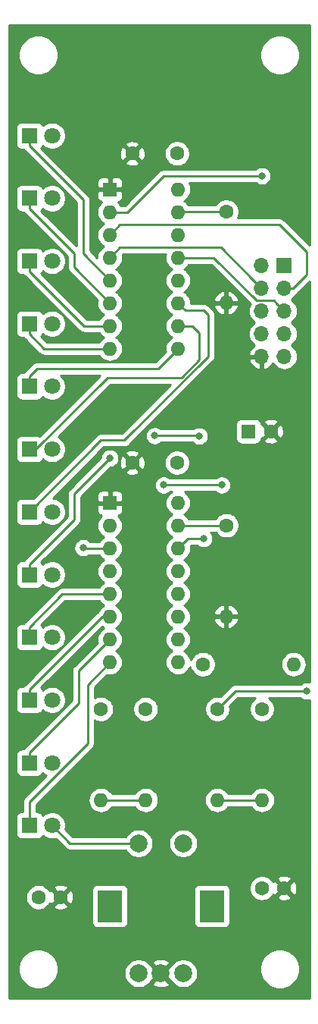
<source format=gbr>
G04 #@! TF.GenerationSoftware,KiCad,Pcbnew,(5.1.2)-1*
G04 #@! TF.CreationDate,2019-10-25T07:51:25-07:00*
G04 #@! TF.ProjectId,selector,73656c65-6374-46f7-922e-6b696361645f,rev?*
G04 #@! TF.SameCoordinates,Original*
G04 #@! TF.FileFunction,Copper,L1,Top*
G04 #@! TF.FilePolarity,Positive*
%FSLAX46Y46*%
G04 Gerber Fmt 4.6, Leading zero omitted, Abs format (unit mm)*
G04 Created by KiCad (PCBNEW (5.1.2)-1) date 2019-10-25 07:51:25*
%MOMM*%
%LPD*%
G04 APERTURE LIST*
%ADD10C,1.600000*%
%ADD11R,1.800000X1.800000*%
%ADD12C,1.800000*%
%ADD13O,1.600000X1.600000*%
%ADD14R,2.800000X3.600000*%
%ADD15C,2.000000*%
%ADD16R,1.600000X1.600000*%
%ADD17R,1.700000X1.700000*%
%ADD18O,1.700000X1.700000*%
%ADD19C,0.800000*%
%ADD20C,0.250000*%
%ADD21C,0.254000*%
G04 APERTURE END LIST*
D10*
X66500000Y-158000000D03*
X64000000Y-158000000D03*
X89000000Y-157000000D03*
X91500000Y-157000000D03*
D11*
X63000000Y-73000000D03*
D12*
X65540000Y-73000000D03*
X65540000Y-80000000D03*
D11*
X63000000Y-80000000D03*
D12*
X65540000Y-87000000D03*
D11*
X63000000Y-87000000D03*
X63000000Y-94000000D03*
D12*
X65540000Y-94000000D03*
X65540000Y-101000000D03*
D11*
X63000000Y-101000000D03*
X63000000Y-108000000D03*
D12*
X65540000Y-108000000D03*
X65540000Y-115000000D03*
D11*
X63000000Y-115000000D03*
X63000000Y-122000000D03*
D12*
X65540000Y-122000000D03*
X65540000Y-129000000D03*
D11*
X63000000Y-129000000D03*
X63000000Y-136000000D03*
D12*
X65540000Y-136000000D03*
X65540000Y-143000000D03*
D11*
X63000000Y-143000000D03*
X63000000Y-150000000D03*
D12*
X65540000Y-150000000D03*
D13*
X76000000Y-147160000D03*
D10*
X76000000Y-137000000D03*
X84000000Y-137000000D03*
D13*
X84000000Y-147160000D03*
X71000000Y-147160000D03*
D10*
X71000000Y-137000000D03*
D13*
X85000000Y-126660000D03*
D10*
X85000000Y-116500000D03*
X89000000Y-137000000D03*
D13*
X89000000Y-147160000D03*
D10*
X85000000Y-81500000D03*
D13*
X85000000Y-91660000D03*
D14*
X72000000Y-159000000D03*
X83400000Y-159000000D03*
D15*
X75200000Y-152000000D03*
X80200000Y-152000000D03*
X75200000Y-166500000D03*
X77700000Y-166500000D03*
X80200000Y-166500000D03*
D13*
X79620000Y-79000000D03*
X72000000Y-96780000D03*
X79620000Y-81540000D03*
X72000000Y-94240000D03*
X79620000Y-84080000D03*
X72000000Y-91700000D03*
X79620000Y-86620000D03*
X72000000Y-89160000D03*
X79620000Y-89160000D03*
X72000000Y-86620000D03*
X79620000Y-91700000D03*
X72000000Y-84080000D03*
X79620000Y-94240000D03*
X72000000Y-81540000D03*
X79620000Y-96780000D03*
D16*
X72000000Y-79000000D03*
X72000000Y-114000000D03*
D13*
X79620000Y-131780000D03*
X72000000Y-116540000D03*
X79620000Y-129240000D03*
X72000000Y-119080000D03*
X79620000Y-126700000D03*
X72000000Y-121620000D03*
X79620000Y-124160000D03*
X72000000Y-124160000D03*
X79620000Y-121620000D03*
X72000000Y-126700000D03*
X79620000Y-119080000D03*
X72000000Y-129240000D03*
X79620000Y-116540000D03*
X72000000Y-131780000D03*
X79620000Y-114000000D03*
D17*
X91500000Y-87500000D03*
D18*
X88960000Y-87500000D03*
X91500000Y-90040000D03*
X88960000Y-90040000D03*
X91500000Y-92580000D03*
X88960000Y-92580000D03*
X91500000Y-95120000D03*
X88960000Y-95120000D03*
X91500000Y-97660000D03*
X88960000Y-97660000D03*
D10*
X74500000Y-109500000D03*
X79500000Y-109500000D03*
X79500000Y-75000000D03*
X74500000Y-75000000D03*
D16*
X87500000Y-106000000D03*
D10*
X90000000Y-106000000D03*
X82377000Y-132000000D03*
D13*
X92537000Y-132000000D03*
D19*
X78000000Y-112000000D03*
X84500000Y-112000000D03*
X94000000Y-135000000D03*
X72000000Y-109000000D03*
X89000000Y-77500000D03*
X69000000Y-119000000D03*
X82500000Y-118000000D03*
X82000000Y-106540000D03*
X77000000Y-106500000D03*
D20*
X78000000Y-112000000D02*
X78000000Y-112000000D01*
X78000000Y-112000000D02*
X84500000Y-112000000D01*
X89000000Y-157700000D02*
X89000000Y-157000000D01*
X84000000Y-137000000D02*
X86000000Y-135000000D01*
X86000000Y-135000000D02*
X94000000Y-135000000D01*
X67540000Y-152000000D02*
X65540000Y-150000000D01*
X75200000Y-152000000D02*
X67540000Y-152000000D01*
X63000000Y-74150000D02*
X69000000Y-80150000D01*
X63000000Y-73000000D02*
X63000000Y-74150000D01*
X69000000Y-86160000D02*
X72000000Y-89160000D01*
X69000000Y-80150000D02*
X69000000Y-86160000D01*
X63000000Y-81150000D02*
X68000000Y-86150000D01*
X63000000Y-80000000D02*
X63000000Y-81150000D01*
X68000000Y-87700000D02*
X72000000Y-91700000D01*
X68000000Y-86150000D02*
X68000000Y-87700000D01*
X70868630Y-94240000D02*
X72000000Y-94240000D01*
X69090000Y-94240000D02*
X70868630Y-94240000D01*
X63000000Y-88150000D02*
X69090000Y-94240000D01*
X63000000Y-87000000D02*
X63000000Y-88150000D01*
X70868630Y-96780000D02*
X72000000Y-96780000D01*
X64630000Y-96780000D02*
X70868630Y-96780000D01*
X63000000Y-95150000D02*
X64630000Y-96780000D01*
X63000000Y-94000000D02*
X63000000Y-95150000D01*
X63000000Y-99850000D02*
X63850000Y-99000000D01*
X63000000Y-101000000D02*
X63000000Y-99850000D01*
X77400000Y-99000000D02*
X79620000Y-96780000D01*
X63850000Y-99000000D02*
X77400000Y-99000000D01*
X63726998Y-108000000D02*
X71726998Y-100000000D01*
X63000000Y-108000000D02*
X63726998Y-108000000D01*
X71726998Y-100000000D02*
X80000000Y-100000000D01*
X79620000Y-94240000D02*
X81240000Y-94240000D01*
X81240000Y-94240000D02*
X82000000Y-95000000D01*
X82000000Y-95000000D02*
X82000000Y-98000000D01*
X82000000Y-98000000D02*
X80000000Y-100000000D01*
X80419999Y-92499999D02*
X82499999Y-92499999D01*
X79620000Y-91700000D02*
X80419999Y-92499999D01*
X82499999Y-92499999D02*
X83000000Y-93000000D01*
X83000000Y-93000000D02*
X83000000Y-97636410D01*
X83000000Y-97636410D02*
X73636410Y-107000000D01*
X73636410Y-107000000D02*
X71000000Y-107000000D01*
X71000000Y-107000000D02*
X63000000Y-115000000D01*
X63000000Y-120850000D02*
X68000000Y-115850000D01*
X63000000Y-122000000D02*
X63000000Y-120850000D01*
X68000000Y-115850000D02*
X68000000Y-113000000D01*
X68000000Y-113000000D02*
X72000000Y-109000000D01*
X70868630Y-124160000D02*
X72000000Y-124160000D01*
X66690000Y-124160000D02*
X70868630Y-124160000D01*
X63000000Y-127850000D02*
X66690000Y-124160000D01*
X63000000Y-129000000D02*
X63000000Y-127850000D01*
X71150000Y-126700000D02*
X72000000Y-126700000D01*
X63000000Y-134850000D02*
X71150000Y-126700000D01*
X63000000Y-136000000D02*
X63000000Y-134850000D01*
X63000000Y-141850000D02*
X68500000Y-136350000D01*
X63000000Y-143000000D02*
X63000000Y-141850000D01*
X68500000Y-132740000D02*
X72000000Y-129240000D01*
X68500000Y-136350000D02*
X68500000Y-132740000D01*
X63000000Y-147353002D02*
X69500000Y-140853002D01*
X63000000Y-150000000D02*
X63000000Y-147353002D01*
X69500000Y-134280000D02*
X72000000Y-131780000D01*
X69500000Y-140853002D02*
X69500000Y-134280000D01*
X72000000Y-81540000D02*
X73960000Y-81540000D01*
X73960000Y-81540000D02*
X78000000Y-77500000D01*
X78000000Y-77500000D02*
X89000000Y-77500000D01*
X89000000Y-77500000D02*
X89000000Y-77500000D01*
X72000000Y-119080000D02*
X69080000Y-119080000D01*
X92460000Y-90040000D02*
X91500000Y-90040000D01*
X94000000Y-88500000D02*
X92460000Y-90040000D01*
X94000000Y-86000000D02*
X94000000Y-88500000D01*
X90954999Y-82954999D02*
X94000000Y-86000000D01*
X72000000Y-84080000D02*
X73125001Y-82954999D01*
X73125001Y-82954999D02*
X90954999Y-82954999D01*
X88110001Y-89190001D02*
X88960000Y-90040000D01*
X84414999Y-85494999D02*
X88110001Y-89190001D01*
X73125001Y-85494999D02*
X84414999Y-85494999D01*
X72000000Y-86620000D02*
X73125001Y-85494999D01*
X90650001Y-91730001D02*
X91500000Y-92580000D01*
X90324999Y-91404999D02*
X90650001Y-91730001D01*
X88404999Y-91404999D02*
X90324999Y-91404999D01*
X79620000Y-86620000D02*
X83620000Y-86620000D01*
X83620000Y-86620000D02*
X88404999Y-91404999D01*
X80700000Y-118000000D02*
X79620000Y-119080000D01*
X82500000Y-118000000D02*
X80700000Y-118000000D01*
X84960000Y-116540000D02*
X85000000Y-116500000D01*
X79620000Y-116540000D02*
X84960000Y-116540000D01*
X79660000Y-81500000D02*
X79620000Y-81540000D01*
X85000000Y-81500000D02*
X79660000Y-81500000D01*
X81960000Y-106500000D02*
X82000000Y-106540000D01*
X77000000Y-106500000D02*
X81960000Y-106500000D01*
X71000000Y-147160000D02*
X76000000Y-147160000D01*
X84000000Y-147160000D02*
X89000000Y-147160000D01*
D21*
G36*
X94315000Y-85240198D02*
G01*
X91518803Y-82444002D01*
X91495000Y-82414998D01*
X91379275Y-82320025D01*
X91247246Y-82249453D01*
X91103985Y-82205996D01*
X90992332Y-82194999D01*
X90992321Y-82194999D01*
X90954999Y-82191323D01*
X90917677Y-82194999D01*
X86261476Y-82194999D01*
X86271680Y-82179727D01*
X86379853Y-81918574D01*
X86435000Y-81641335D01*
X86435000Y-81358665D01*
X86379853Y-81081426D01*
X86271680Y-80820273D01*
X86114637Y-80585241D01*
X85914759Y-80385363D01*
X85679727Y-80228320D01*
X85418574Y-80120147D01*
X85141335Y-80065000D01*
X84858665Y-80065000D01*
X84581426Y-80120147D01*
X84320273Y-80228320D01*
X84085241Y-80385363D01*
X83885363Y-80585241D01*
X83781957Y-80740000D01*
X80819520Y-80740000D01*
X80818932Y-80738899D01*
X80639608Y-80520392D01*
X80421101Y-80341068D01*
X80288142Y-80270000D01*
X80421101Y-80198932D01*
X80639608Y-80019608D01*
X80818932Y-79801101D01*
X80952182Y-79551808D01*
X81034236Y-79281309D01*
X81061943Y-79000000D01*
X81034236Y-78718691D01*
X80952182Y-78448192D01*
X80851591Y-78260000D01*
X88296289Y-78260000D01*
X88340226Y-78303937D01*
X88509744Y-78417205D01*
X88698102Y-78495226D01*
X88898061Y-78535000D01*
X89101939Y-78535000D01*
X89301898Y-78495226D01*
X89490256Y-78417205D01*
X89659774Y-78303937D01*
X89803937Y-78159774D01*
X89917205Y-77990256D01*
X89995226Y-77801898D01*
X90035000Y-77601939D01*
X90035000Y-77398061D01*
X89995226Y-77198102D01*
X89917205Y-77009744D01*
X89803937Y-76840226D01*
X89659774Y-76696063D01*
X89490256Y-76582795D01*
X89301898Y-76504774D01*
X89101939Y-76465000D01*
X88898061Y-76465000D01*
X88698102Y-76504774D01*
X88509744Y-76582795D01*
X88340226Y-76696063D01*
X88296289Y-76740000D01*
X78037325Y-76740000D01*
X78000000Y-76736324D01*
X77962675Y-76740000D01*
X77962667Y-76740000D01*
X77851014Y-76750997D01*
X77707753Y-76794454D01*
X77575724Y-76865026D01*
X77459999Y-76959999D01*
X77436201Y-76988997D01*
X73645199Y-80780000D01*
X73220901Y-80780000D01*
X73198932Y-80738899D01*
X73019608Y-80520392D01*
X72906518Y-80427581D01*
X72924482Y-80425812D01*
X73044180Y-80389502D01*
X73154494Y-80330537D01*
X73251185Y-80251185D01*
X73330537Y-80154494D01*
X73389502Y-80044180D01*
X73425812Y-79924482D01*
X73438072Y-79800000D01*
X73435000Y-79285750D01*
X73276250Y-79127000D01*
X72127000Y-79127000D01*
X72127000Y-79147000D01*
X71873000Y-79147000D01*
X71873000Y-79127000D01*
X70723750Y-79127000D01*
X70565000Y-79285750D01*
X70561928Y-79800000D01*
X70574188Y-79924482D01*
X70610498Y-80044180D01*
X70669463Y-80154494D01*
X70748815Y-80251185D01*
X70845506Y-80330537D01*
X70955820Y-80389502D01*
X71075518Y-80425812D01*
X71093482Y-80427581D01*
X70980392Y-80520392D01*
X70801068Y-80738899D01*
X70667818Y-80988192D01*
X70585764Y-81258691D01*
X70558057Y-81540000D01*
X70585764Y-81821309D01*
X70667818Y-82091808D01*
X70801068Y-82341101D01*
X70980392Y-82559608D01*
X71198899Y-82738932D01*
X71331858Y-82810000D01*
X71198899Y-82881068D01*
X70980392Y-83060392D01*
X70801068Y-83278899D01*
X70667818Y-83528192D01*
X70585764Y-83798691D01*
X70558057Y-84080000D01*
X70585764Y-84361309D01*
X70667818Y-84631808D01*
X70801068Y-84881101D01*
X70980392Y-85099608D01*
X71198899Y-85278932D01*
X71331858Y-85350000D01*
X71198899Y-85421068D01*
X70980392Y-85600392D01*
X70801068Y-85818899D01*
X70667818Y-86068192D01*
X70585764Y-86338691D01*
X70558057Y-86620000D01*
X70560598Y-86645796D01*
X69760000Y-85845199D01*
X69760000Y-80187322D01*
X69763676Y-80149999D01*
X69760000Y-80112676D01*
X69760000Y-80112667D01*
X69749003Y-80001014D01*
X69705546Y-79857753D01*
X69634974Y-79725724D01*
X69620226Y-79707753D01*
X69563799Y-79638996D01*
X69563795Y-79638992D01*
X69540001Y-79609999D01*
X69511009Y-79586206D01*
X68124803Y-78200000D01*
X70561928Y-78200000D01*
X70565000Y-78714250D01*
X70723750Y-78873000D01*
X71873000Y-78873000D01*
X71873000Y-77723750D01*
X72127000Y-77723750D01*
X72127000Y-78873000D01*
X73276250Y-78873000D01*
X73435000Y-78714250D01*
X73438072Y-78200000D01*
X73425812Y-78075518D01*
X73389502Y-77955820D01*
X73330537Y-77845506D01*
X73251185Y-77748815D01*
X73154494Y-77669463D01*
X73044180Y-77610498D01*
X72924482Y-77574188D01*
X72800000Y-77561928D01*
X72285750Y-77565000D01*
X72127000Y-77723750D01*
X71873000Y-77723750D01*
X71714250Y-77565000D01*
X71200000Y-77561928D01*
X71075518Y-77574188D01*
X70955820Y-77610498D01*
X70845506Y-77669463D01*
X70748815Y-77748815D01*
X70669463Y-77845506D01*
X70610498Y-77955820D01*
X70574188Y-78075518D01*
X70561928Y-78200000D01*
X68124803Y-78200000D01*
X65917505Y-75992702D01*
X73686903Y-75992702D01*
X73758486Y-76236671D01*
X74013996Y-76357571D01*
X74288184Y-76426300D01*
X74570512Y-76440217D01*
X74850130Y-76398787D01*
X75116292Y-76303603D01*
X75241514Y-76236671D01*
X75313097Y-75992702D01*
X74500000Y-75179605D01*
X73686903Y-75992702D01*
X65917505Y-75992702D01*
X64995314Y-75070512D01*
X73059783Y-75070512D01*
X73101213Y-75350130D01*
X73196397Y-75616292D01*
X73263329Y-75741514D01*
X73507298Y-75813097D01*
X74320395Y-75000000D01*
X74679605Y-75000000D01*
X75492702Y-75813097D01*
X75736671Y-75741514D01*
X75857571Y-75486004D01*
X75926300Y-75211816D01*
X75940217Y-74929488D01*
X75929724Y-74858665D01*
X78065000Y-74858665D01*
X78065000Y-75141335D01*
X78120147Y-75418574D01*
X78228320Y-75679727D01*
X78385363Y-75914759D01*
X78585241Y-76114637D01*
X78820273Y-76271680D01*
X79081426Y-76379853D01*
X79358665Y-76435000D01*
X79641335Y-76435000D01*
X79918574Y-76379853D01*
X80179727Y-76271680D01*
X80414759Y-76114637D01*
X80614637Y-75914759D01*
X80771680Y-75679727D01*
X80879853Y-75418574D01*
X80935000Y-75141335D01*
X80935000Y-74858665D01*
X80879853Y-74581426D01*
X80771680Y-74320273D01*
X80614637Y-74085241D01*
X80414759Y-73885363D01*
X80179727Y-73728320D01*
X79918574Y-73620147D01*
X79641335Y-73565000D01*
X79358665Y-73565000D01*
X79081426Y-73620147D01*
X78820273Y-73728320D01*
X78585241Y-73885363D01*
X78385363Y-74085241D01*
X78228320Y-74320273D01*
X78120147Y-74581426D01*
X78065000Y-74858665D01*
X75929724Y-74858665D01*
X75898787Y-74649870D01*
X75803603Y-74383708D01*
X75736671Y-74258486D01*
X75492702Y-74186903D01*
X74679605Y-75000000D01*
X74320395Y-75000000D01*
X73507298Y-74186903D01*
X73263329Y-74258486D01*
X73142429Y-74513996D01*
X73073700Y-74788184D01*
X73059783Y-75070512D01*
X64995314Y-75070512D01*
X64309882Y-74385081D01*
X64351185Y-74351185D01*
X64430537Y-74254494D01*
X64489502Y-74144180D01*
X64495056Y-74125873D01*
X64561495Y-74192312D01*
X64812905Y-74360299D01*
X65092257Y-74476011D01*
X65388816Y-74535000D01*
X65691184Y-74535000D01*
X65987743Y-74476011D01*
X66267095Y-74360299D01*
X66518505Y-74192312D01*
X66703519Y-74007298D01*
X73686903Y-74007298D01*
X74500000Y-74820395D01*
X75313097Y-74007298D01*
X75241514Y-73763329D01*
X74986004Y-73642429D01*
X74711816Y-73573700D01*
X74429488Y-73559783D01*
X74149870Y-73601213D01*
X73883708Y-73696397D01*
X73758486Y-73763329D01*
X73686903Y-74007298D01*
X66703519Y-74007298D01*
X66732312Y-73978505D01*
X66900299Y-73727095D01*
X67016011Y-73447743D01*
X67075000Y-73151184D01*
X67075000Y-72848816D01*
X67016011Y-72552257D01*
X66900299Y-72272905D01*
X66732312Y-72021495D01*
X66518505Y-71807688D01*
X66267095Y-71639701D01*
X65987743Y-71523989D01*
X65691184Y-71465000D01*
X65388816Y-71465000D01*
X65092257Y-71523989D01*
X64812905Y-71639701D01*
X64561495Y-71807688D01*
X64495056Y-71874127D01*
X64489502Y-71855820D01*
X64430537Y-71745506D01*
X64351185Y-71648815D01*
X64254494Y-71569463D01*
X64144180Y-71510498D01*
X64024482Y-71474188D01*
X63900000Y-71461928D01*
X62100000Y-71461928D01*
X61975518Y-71474188D01*
X61855820Y-71510498D01*
X61745506Y-71569463D01*
X61648815Y-71648815D01*
X61569463Y-71745506D01*
X61510498Y-71855820D01*
X61474188Y-71975518D01*
X61461928Y-72100000D01*
X61461928Y-73900000D01*
X61474188Y-74024482D01*
X61510498Y-74144180D01*
X61569463Y-74254494D01*
X61648815Y-74351185D01*
X61745506Y-74430537D01*
X61855820Y-74489502D01*
X61975518Y-74525812D01*
X62100000Y-74538072D01*
X62345674Y-74538072D01*
X62365026Y-74574276D01*
X62427065Y-74649870D01*
X62460000Y-74690001D01*
X62488998Y-74713799D01*
X68240000Y-80464803D01*
X68240001Y-85315199D01*
X64309882Y-81385081D01*
X64351185Y-81351185D01*
X64430537Y-81254494D01*
X64489502Y-81144180D01*
X64495056Y-81125873D01*
X64561495Y-81192312D01*
X64812905Y-81360299D01*
X65092257Y-81476011D01*
X65388816Y-81535000D01*
X65691184Y-81535000D01*
X65987743Y-81476011D01*
X66267095Y-81360299D01*
X66518505Y-81192312D01*
X66732312Y-80978505D01*
X66900299Y-80727095D01*
X67016011Y-80447743D01*
X67075000Y-80151184D01*
X67075000Y-79848816D01*
X67016011Y-79552257D01*
X66900299Y-79272905D01*
X66732312Y-79021495D01*
X66518505Y-78807688D01*
X66267095Y-78639701D01*
X65987743Y-78523989D01*
X65691184Y-78465000D01*
X65388816Y-78465000D01*
X65092257Y-78523989D01*
X64812905Y-78639701D01*
X64561495Y-78807688D01*
X64495056Y-78874127D01*
X64489502Y-78855820D01*
X64430537Y-78745506D01*
X64351185Y-78648815D01*
X64254494Y-78569463D01*
X64144180Y-78510498D01*
X64024482Y-78474188D01*
X63900000Y-78461928D01*
X62100000Y-78461928D01*
X61975518Y-78474188D01*
X61855820Y-78510498D01*
X61745506Y-78569463D01*
X61648815Y-78648815D01*
X61569463Y-78745506D01*
X61510498Y-78855820D01*
X61474188Y-78975518D01*
X61461928Y-79100000D01*
X61461928Y-80900000D01*
X61474188Y-81024482D01*
X61510498Y-81144180D01*
X61569463Y-81254494D01*
X61648815Y-81351185D01*
X61745506Y-81430537D01*
X61855820Y-81489502D01*
X61975518Y-81525812D01*
X62100000Y-81538072D01*
X62345674Y-81538072D01*
X62365026Y-81574276D01*
X62420061Y-81641335D01*
X62460000Y-81690001D01*
X62488998Y-81713799D01*
X67240000Y-86464802D01*
X67240001Y-87662668D01*
X67236324Y-87700000D01*
X67250998Y-87848985D01*
X67294454Y-87992246D01*
X67365026Y-88124276D01*
X67436201Y-88211002D01*
X67460000Y-88240001D01*
X67488998Y-88263799D01*
X70599292Y-91374094D01*
X70585764Y-91418691D01*
X70558057Y-91700000D01*
X70585764Y-91981309D01*
X70667818Y-92251808D01*
X70801068Y-92501101D01*
X70980392Y-92719608D01*
X71198899Y-92898932D01*
X71331858Y-92970000D01*
X71198899Y-93041068D01*
X70980392Y-93220392D01*
X70801068Y-93438899D01*
X70779099Y-93480000D01*
X69404802Y-93480000D01*
X64309882Y-88385081D01*
X64351185Y-88351185D01*
X64430537Y-88254494D01*
X64489502Y-88144180D01*
X64495056Y-88125873D01*
X64561495Y-88192312D01*
X64812905Y-88360299D01*
X65092257Y-88476011D01*
X65388816Y-88535000D01*
X65691184Y-88535000D01*
X65987743Y-88476011D01*
X66267095Y-88360299D01*
X66518505Y-88192312D01*
X66732312Y-87978505D01*
X66900299Y-87727095D01*
X67016011Y-87447743D01*
X67075000Y-87151184D01*
X67075000Y-86848816D01*
X67016011Y-86552257D01*
X66900299Y-86272905D01*
X66732312Y-86021495D01*
X66518505Y-85807688D01*
X66267095Y-85639701D01*
X65987743Y-85523989D01*
X65691184Y-85465000D01*
X65388816Y-85465000D01*
X65092257Y-85523989D01*
X64812905Y-85639701D01*
X64561495Y-85807688D01*
X64495056Y-85874127D01*
X64489502Y-85855820D01*
X64430537Y-85745506D01*
X64351185Y-85648815D01*
X64254494Y-85569463D01*
X64144180Y-85510498D01*
X64024482Y-85474188D01*
X63900000Y-85461928D01*
X62100000Y-85461928D01*
X61975518Y-85474188D01*
X61855820Y-85510498D01*
X61745506Y-85569463D01*
X61648815Y-85648815D01*
X61569463Y-85745506D01*
X61510498Y-85855820D01*
X61474188Y-85975518D01*
X61461928Y-86100000D01*
X61461928Y-87900000D01*
X61474188Y-88024482D01*
X61510498Y-88144180D01*
X61569463Y-88254494D01*
X61648815Y-88351185D01*
X61745506Y-88430537D01*
X61855820Y-88489502D01*
X61975518Y-88525812D01*
X62100000Y-88538072D01*
X62345674Y-88538072D01*
X62365026Y-88574276D01*
X62426340Y-88648986D01*
X62460000Y-88690001D01*
X62488998Y-88713799D01*
X68526200Y-94751002D01*
X68549999Y-94780001D01*
X68578997Y-94803799D01*
X68665724Y-94874974D01*
X68797753Y-94945546D01*
X68941014Y-94989003D01*
X69090000Y-95003677D01*
X69127333Y-95000000D01*
X70779099Y-95000000D01*
X70801068Y-95041101D01*
X70980392Y-95259608D01*
X71198899Y-95438932D01*
X71331858Y-95510000D01*
X71198899Y-95581068D01*
X70980392Y-95760392D01*
X70801068Y-95978899D01*
X70779099Y-96020000D01*
X64944802Y-96020000D01*
X64309882Y-95385081D01*
X64351185Y-95351185D01*
X64430537Y-95254494D01*
X64489502Y-95144180D01*
X64495056Y-95125873D01*
X64561495Y-95192312D01*
X64812905Y-95360299D01*
X65092257Y-95476011D01*
X65388816Y-95535000D01*
X65691184Y-95535000D01*
X65987743Y-95476011D01*
X66267095Y-95360299D01*
X66518505Y-95192312D01*
X66732312Y-94978505D01*
X66900299Y-94727095D01*
X67016011Y-94447743D01*
X67075000Y-94151184D01*
X67075000Y-93848816D01*
X67016011Y-93552257D01*
X66900299Y-93272905D01*
X66732312Y-93021495D01*
X66518505Y-92807688D01*
X66267095Y-92639701D01*
X65987743Y-92523989D01*
X65691184Y-92465000D01*
X65388816Y-92465000D01*
X65092257Y-92523989D01*
X64812905Y-92639701D01*
X64561495Y-92807688D01*
X64495056Y-92874127D01*
X64489502Y-92855820D01*
X64430537Y-92745506D01*
X64351185Y-92648815D01*
X64254494Y-92569463D01*
X64144180Y-92510498D01*
X64024482Y-92474188D01*
X63900000Y-92461928D01*
X62100000Y-92461928D01*
X61975518Y-92474188D01*
X61855820Y-92510498D01*
X61745506Y-92569463D01*
X61648815Y-92648815D01*
X61569463Y-92745506D01*
X61510498Y-92855820D01*
X61474188Y-92975518D01*
X61461928Y-93100000D01*
X61461928Y-94900000D01*
X61474188Y-95024482D01*
X61510498Y-95144180D01*
X61569463Y-95254494D01*
X61648815Y-95351185D01*
X61745506Y-95430537D01*
X61855820Y-95489502D01*
X61975518Y-95525812D01*
X62100000Y-95538072D01*
X62345674Y-95538072D01*
X62365026Y-95574276D01*
X62430648Y-95654236D01*
X62460000Y-95690001D01*
X62488998Y-95713799D01*
X64066201Y-97291003D01*
X64089999Y-97320001D01*
X64118997Y-97343799D01*
X64205723Y-97414974D01*
X64337753Y-97485546D01*
X64481014Y-97529003D01*
X64592667Y-97540000D01*
X64592676Y-97540000D01*
X64629999Y-97543676D01*
X64667322Y-97540000D01*
X70779099Y-97540000D01*
X70801068Y-97581101D01*
X70980392Y-97799608D01*
X71198899Y-97978932D01*
X71448192Y-98112182D01*
X71718691Y-98194236D01*
X71929508Y-98215000D01*
X72070492Y-98215000D01*
X72281309Y-98194236D01*
X72551808Y-98112182D01*
X72801101Y-97978932D01*
X73019608Y-97799608D01*
X73198932Y-97581101D01*
X73332182Y-97331808D01*
X73414236Y-97061309D01*
X73441943Y-96780000D01*
X73414236Y-96498691D01*
X73332182Y-96228192D01*
X73198932Y-95978899D01*
X73019608Y-95760392D01*
X72801101Y-95581068D01*
X72668142Y-95510000D01*
X72801101Y-95438932D01*
X73019608Y-95259608D01*
X73198932Y-95041101D01*
X73332182Y-94791808D01*
X73414236Y-94521309D01*
X73441943Y-94240000D01*
X73414236Y-93958691D01*
X73332182Y-93688192D01*
X73198932Y-93438899D01*
X73019608Y-93220392D01*
X72801101Y-93041068D01*
X72668142Y-92970000D01*
X72801101Y-92898932D01*
X73019608Y-92719608D01*
X73198932Y-92501101D01*
X73332182Y-92251808D01*
X73414236Y-91981309D01*
X73441943Y-91700000D01*
X73414236Y-91418691D01*
X73332182Y-91148192D01*
X73198932Y-90898899D01*
X73019608Y-90680392D01*
X72801101Y-90501068D01*
X72668142Y-90430000D01*
X72801101Y-90358932D01*
X73019608Y-90179608D01*
X73198932Y-89961101D01*
X73332182Y-89711808D01*
X73414236Y-89441309D01*
X73441943Y-89160000D01*
X73414236Y-88878691D01*
X73332182Y-88608192D01*
X73198932Y-88358899D01*
X73019608Y-88140392D01*
X72801101Y-87961068D01*
X72668142Y-87890000D01*
X72801101Y-87818932D01*
X73019608Y-87639608D01*
X73198932Y-87421101D01*
X73332182Y-87171808D01*
X73414236Y-86901309D01*
X73441943Y-86620000D01*
X73414236Y-86338691D01*
X73400708Y-86294094D01*
X73439803Y-86254999D01*
X78231151Y-86254999D01*
X78205764Y-86338691D01*
X78178057Y-86620000D01*
X78205764Y-86901309D01*
X78287818Y-87171808D01*
X78421068Y-87421101D01*
X78600392Y-87639608D01*
X78818899Y-87818932D01*
X78951858Y-87890000D01*
X78818899Y-87961068D01*
X78600392Y-88140392D01*
X78421068Y-88358899D01*
X78287818Y-88608192D01*
X78205764Y-88878691D01*
X78178057Y-89160000D01*
X78205764Y-89441309D01*
X78287818Y-89711808D01*
X78421068Y-89961101D01*
X78600392Y-90179608D01*
X78818899Y-90358932D01*
X78951858Y-90430000D01*
X78818899Y-90501068D01*
X78600392Y-90680392D01*
X78421068Y-90898899D01*
X78287818Y-91148192D01*
X78205764Y-91418691D01*
X78178057Y-91700000D01*
X78205764Y-91981309D01*
X78287818Y-92251808D01*
X78421068Y-92501101D01*
X78600392Y-92719608D01*
X78818899Y-92898932D01*
X78951858Y-92970000D01*
X78818899Y-93041068D01*
X78600392Y-93220392D01*
X78421068Y-93438899D01*
X78287818Y-93688192D01*
X78205764Y-93958691D01*
X78178057Y-94240000D01*
X78205764Y-94521309D01*
X78287818Y-94791808D01*
X78421068Y-95041101D01*
X78600392Y-95259608D01*
X78818899Y-95438932D01*
X78951858Y-95510000D01*
X78818899Y-95581068D01*
X78600392Y-95760392D01*
X78421068Y-95978899D01*
X78287818Y-96228192D01*
X78205764Y-96498691D01*
X78178057Y-96780000D01*
X78205764Y-97061309D01*
X78219292Y-97105906D01*
X77085199Y-98240000D01*
X63887333Y-98240000D01*
X63850000Y-98236323D01*
X63812667Y-98240000D01*
X63701014Y-98250997D01*
X63557753Y-98294454D01*
X63425724Y-98365026D01*
X63309999Y-98459999D01*
X63286201Y-98488997D01*
X62488998Y-99286201D01*
X62460000Y-99309999D01*
X62436202Y-99338997D01*
X62436201Y-99338998D01*
X62365026Y-99425724D01*
X62345674Y-99461928D01*
X62100000Y-99461928D01*
X61975518Y-99474188D01*
X61855820Y-99510498D01*
X61745506Y-99569463D01*
X61648815Y-99648815D01*
X61569463Y-99745506D01*
X61510498Y-99855820D01*
X61474188Y-99975518D01*
X61461928Y-100100000D01*
X61461928Y-101900000D01*
X61474188Y-102024482D01*
X61510498Y-102144180D01*
X61569463Y-102254494D01*
X61648815Y-102351185D01*
X61745506Y-102430537D01*
X61855820Y-102489502D01*
X61975518Y-102525812D01*
X62100000Y-102538072D01*
X63900000Y-102538072D01*
X64024482Y-102525812D01*
X64144180Y-102489502D01*
X64254494Y-102430537D01*
X64351185Y-102351185D01*
X64430537Y-102254494D01*
X64489502Y-102144180D01*
X64495056Y-102125873D01*
X64561495Y-102192312D01*
X64812905Y-102360299D01*
X65092257Y-102476011D01*
X65388816Y-102535000D01*
X65691184Y-102535000D01*
X65987743Y-102476011D01*
X66267095Y-102360299D01*
X66518505Y-102192312D01*
X66732312Y-101978505D01*
X66900299Y-101727095D01*
X67016011Y-101447743D01*
X67075000Y-101151184D01*
X67075000Y-100848816D01*
X67016011Y-100552257D01*
X66900299Y-100272905D01*
X66732312Y-100021495D01*
X66518505Y-99807688D01*
X66447135Y-99760000D01*
X70892195Y-99760000D01*
X64142276Y-106509921D01*
X64024482Y-106474188D01*
X63900000Y-106461928D01*
X62100000Y-106461928D01*
X61975518Y-106474188D01*
X61855820Y-106510498D01*
X61745506Y-106569463D01*
X61648815Y-106648815D01*
X61569463Y-106745506D01*
X61510498Y-106855820D01*
X61474188Y-106975518D01*
X61461928Y-107100000D01*
X61461928Y-108900000D01*
X61474188Y-109024482D01*
X61510498Y-109144180D01*
X61569463Y-109254494D01*
X61648815Y-109351185D01*
X61745506Y-109430537D01*
X61855820Y-109489502D01*
X61975518Y-109525812D01*
X62100000Y-109538072D01*
X63900000Y-109538072D01*
X64024482Y-109525812D01*
X64144180Y-109489502D01*
X64254494Y-109430537D01*
X64351185Y-109351185D01*
X64430537Y-109254494D01*
X64489502Y-109144180D01*
X64495056Y-109125873D01*
X64561495Y-109192312D01*
X64812905Y-109360299D01*
X65092257Y-109476011D01*
X65388816Y-109535000D01*
X65691184Y-109535000D01*
X65987743Y-109476011D01*
X66267095Y-109360299D01*
X66518505Y-109192312D01*
X66732312Y-108978505D01*
X66900299Y-108727095D01*
X67016011Y-108447743D01*
X67075000Y-108151184D01*
X67075000Y-107848816D01*
X67016011Y-107552257D01*
X66900299Y-107272905D01*
X66732312Y-107021495D01*
X66518505Y-106807688D01*
X66267095Y-106639701D01*
X66192851Y-106608948D01*
X72041801Y-100760000D01*
X78801608Y-100760000D01*
X73321609Y-106240000D01*
X71037322Y-106240000D01*
X70999999Y-106236324D01*
X70962676Y-106240000D01*
X70962667Y-106240000D01*
X70851014Y-106250997D01*
X70707753Y-106294454D01*
X70575724Y-106365026D01*
X70575722Y-106365027D01*
X70575723Y-106365027D01*
X70488996Y-106436201D01*
X70488992Y-106436205D01*
X70459999Y-106459999D01*
X70436205Y-106488992D01*
X63463271Y-113461928D01*
X62100000Y-113461928D01*
X61975518Y-113474188D01*
X61855820Y-113510498D01*
X61745506Y-113569463D01*
X61648815Y-113648815D01*
X61569463Y-113745506D01*
X61510498Y-113855820D01*
X61474188Y-113975518D01*
X61461928Y-114100000D01*
X61461928Y-115900000D01*
X61474188Y-116024482D01*
X61510498Y-116144180D01*
X61569463Y-116254494D01*
X61648815Y-116351185D01*
X61745506Y-116430537D01*
X61855820Y-116489502D01*
X61975518Y-116525812D01*
X62100000Y-116538072D01*
X63900000Y-116538072D01*
X64024482Y-116525812D01*
X64144180Y-116489502D01*
X64254494Y-116430537D01*
X64351185Y-116351185D01*
X64430537Y-116254494D01*
X64489502Y-116144180D01*
X64495056Y-116125873D01*
X64561495Y-116192312D01*
X64812905Y-116360299D01*
X65092257Y-116476011D01*
X65388816Y-116535000D01*
X65691184Y-116535000D01*
X65987743Y-116476011D01*
X66267095Y-116360299D01*
X66518505Y-116192312D01*
X66732312Y-115978505D01*
X66900299Y-115727095D01*
X67016011Y-115447743D01*
X67075000Y-115151184D01*
X67075000Y-114848816D01*
X67016011Y-114552257D01*
X66900299Y-114272905D01*
X66732312Y-114021495D01*
X66518505Y-113807688D01*
X66267095Y-113639701D01*
X65987743Y-113523989D01*
X65691184Y-113465000D01*
X65609802Y-113465000D01*
X71314803Y-107760000D01*
X73599088Y-107760000D01*
X73636410Y-107763676D01*
X73673732Y-107760000D01*
X73673743Y-107760000D01*
X73785396Y-107749003D01*
X73928657Y-107705546D01*
X74060686Y-107634974D01*
X74176411Y-107540001D01*
X74200214Y-107510997D01*
X75313150Y-106398061D01*
X75965000Y-106398061D01*
X75965000Y-106601939D01*
X76004774Y-106801898D01*
X76082795Y-106990256D01*
X76196063Y-107159774D01*
X76340226Y-107303937D01*
X76509744Y-107417205D01*
X76698102Y-107495226D01*
X76898061Y-107535000D01*
X77101939Y-107535000D01*
X77301898Y-107495226D01*
X77490256Y-107417205D01*
X77659774Y-107303937D01*
X77703711Y-107260000D01*
X81256289Y-107260000D01*
X81340226Y-107343937D01*
X81509744Y-107457205D01*
X81698102Y-107535226D01*
X81898061Y-107575000D01*
X82101939Y-107575000D01*
X82301898Y-107535226D01*
X82490256Y-107457205D01*
X82659774Y-107343937D01*
X82803937Y-107199774D01*
X82917205Y-107030256D01*
X82995226Y-106841898D01*
X83035000Y-106641939D01*
X83035000Y-106438061D01*
X82995226Y-106238102D01*
X82917205Y-106049744D01*
X82803937Y-105880226D01*
X82659774Y-105736063D01*
X82490256Y-105622795D01*
X82301898Y-105544774D01*
X82101939Y-105505000D01*
X81898061Y-105505000D01*
X81698102Y-105544774D01*
X81509744Y-105622795D01*
X81340226Y-105736063D01*
X81336289Y-105740000D01*
X77703711Y-105740000D01*
X77659774Y-105696063D01*
X77490256Y-105582795D01*
X77301898Y-105504774D01*
X77101939Y-105465000D01*
X76898061Y-105465000D01*
X76698102Y-105504774D01*
X76509744Y-105582795D01*
X76340226Y-105696063D01*
X76196063Y-105840226D01*
X76082795Y-106009744D01*
X76004774Y-106198102D01*
X75965000Y-106398061D01*
X75313150Y-106398061D01*
X76511211Y-105200000D01*
X86061928Y-105200000D01*
X86061928Y-106800000D01*
X86074188Y-106924482D01*
X86110498Y-107044180D01*
X86169463Y-107154494D01*
X86248815Y-107251185D01*
X86345506Y-107330537D01*
X86455820Y-107389502D01*
X86575518Y-107425812D01*
X86700000Y-107438072D01*
X88300000Y-107438072D01*
X88424482Y-107425812D01*
X88544180Y-107389502D01*
X88654494Y-107330537D01*
X88751185Y-107251185D01*
X88830537Y-107154494D01*
X88889502Y-107044180D01*
X88905117Y-106992702D01*
X89186903Y-106992702D01*
X89258486Y-107236671D01*
X89513996Y-107357571D01*
X89788184Y-107426300D01*
X90070512Y-107440217D01*
X90350130Y-107398787D01*
X90616292Y-107303603D01*
X90741514Y-107236671D01*
X90813097Y-106992702D01*
X90000000Y-106179605D01*
X89186903Y-106992702D01*
X88905117Y-106992702D01*
X88925812Y-106924482D01*
X88938072Y-106800000D01*
X88938072Y-106792785D01*
X89007298Y-106813097D01*
X89820395Y-106000000D01*
X90179605Y-106000000D01*
X90992702Y-106813097D01*
X91236671Y-106741514D01*
X91357571Y-106486004D01*
X91426300Y-106211816D01*
X91440217Y-105929488D01*
X91398787Y-105649870D01*
X91303603Y-105383708D01*
X91236671Y-105258486D01*
X90992702Y-105186903D01*
X90179605Y-106000000D01*
X89820395Y-106000000D01*
X89007298Y-105186903D01*
X88938072Y-105207215D01*
X88938072Y-105200000D01*
X88925812Y-105075518D01*
X88905118Y-105007298D01*
X89186903Y-105007298D01*
X90000000Y-105820395D01*
X90813097Y-105007298D01*
X90741514Y-104763329D01*
X90486004Y-104642429D01*
X90211816Y-104573700D01*
X89929488Y-104559783D01*
X89649870Y-104601213D01*
X89383708Y-104696397D01*
X89258486Y-104763329D01*
X89186903Y-105007298D01*
X88905118Y-105007298D01*
X88889502Y-104955820D01*
X88830537Y-104845506D01*
X88751185Y-104748815D01*
X88654494Y-104669463D01*
X88544180Y-104610498D01*
X88424482Y-104574188D01*
X88300000Y-104561928D01*
X86700000Y-104561928D01*
X86575518Y-104574188D01*
X86455820Y-104610498D01*
X86345506Y-104669463D01*
X86248815Y-104748815D01*
X86169463Y-104845506D01*
X86110498Y-104955820D01*
X86074188Y-105075518D01*
X86061928Y-105200000D01*
X76511211Y-105200000D01*
X83511003Y-98200209D01*
X83540001Y-98176411D01*
X83566332Y-98144327D01*
X83634974Y-98060687D01*
X83658384Y-98016890D01*
X87518524Y-98016890D01*
X87563175Y-98164099D01*
X87688359Y-98426920D01*
X87862412Y-98660269D01*
X88078645Y-98855178D01*
X88328748Y-99004157D01*
X88603109Y-99101481D01*
X88833000Y-98980814D01*
X88833000Y-97787000D01*
X87639845Y-97787000D01*
X87518524Y-98016890D01*
X83658384Y-98016890D01*
X83705546Y-97928657D01*
X83749003Y-97785396D01*
X83760000Y-97673743D01*
X83760000Y-97673733D01*
X83763676Y-97636410D01*
X83760000Y-97599087D01*
X83760000Y-93037322D01*
X83763676Y-92999999D01*
X83760000Y-92962676D01*
X83760000Y-92962667D01*
X83749003Y-92851014D01*
X83705546Y-92707753D01*
X83634974Y-92575724D01*
X83540001Y-92459999D01*
X83510998Y-92436197D01*
X83083841Y-92009040D01*
X83608091Y-92009040D01*
X83702930Y-92273881D01*
X83847615Y-92515131D01*
X84036586Y-92723519D01*
X84262580Y-92891037D01*
X84516913Y-93011246D01*
X84650961Y-93051904D01*
X84873000Y-92929915D01*
X84873000Y-91787000D01*
X85127000Y-91787000D01*
X85127000Y-92929915D01*
X85349039Y-93051904D01*
X85483087Y-93011246D01*
X85737420Y-92891037D01*
X85963414Y-92723519D01*
X86152385Y-92515131D01*
X86297070Y-92273881D01*
X86391909Y-92009040D01*
X86270624Y-91787000D01*
X85127000Y-91787000D01*
X84873000Y-91787000D01*
X83729376Y-91787000D01*
X83608091Y-92009040D01*
X83083841Y-92009040D01*
X83063803Y-91989002D01*
X83040000Y-91959998D01*
X82924275Y-91865025D01*
X82792246Y-91794453D01*
X82648985Y-91750996D01*
X82537332Y-91739999D01*
X82537321Y-91739999D01*
X82499999Y-91736323D01*
X82462677Y-91739999D01*
X81058003Y-91739999D01*
X81061943Y-91700000D01*
X81034236Y-91418691D01*
X81001557Y-91310960D01*
X83608091Y-91310960D01*
X83729376Y-91533000D01*
X84873000Y-91533000D01*
X84873000Y-90390085D01*
X85127000Y-90390085D01*
X85127000Y-91533000D01*
X86270624Y-91533000D01*
X86391909Y-91310960D01*
X86297070Y-91046119D01*
X86152385Y-90804869D01*
X85963414Y-90596481D01*
X85737420Y-90428963D01*
X85483087Y-90308754D01*
X85349039Y-90268096D01*
X85127000Y-90390085D01*
X84873000Y-90390085D01*
X84650961Y-90268096D01*
X84516913Y-90308754D01*
X84262580Y-90428963D01*
X84036586Y-90596481D01*
X83847615Y-90804869D01*
X83702930Y-91046119D01*
X83608091Y-91310960D01*
X81001557Y-91310960D01*
X80952182Y-91148192D01*
X80818932Y-90898899D01*
X80639608Y-90680392D01*
X80421101Y-90501068D01*
X80288142Y-90430000D01*
X80421101Y-90358932D01*
X80639608Y-90179608D01*
X80818932Y-89961101D01*
X80952182Y-89711808D01*
X81034236Y-89441309D01*
X81061943Y-89160000D01*
X81034236Y-88878691D01*
X80952182Y-88608192D01*
X80818932Y-88358899D01*
X80639608Y-88140392D01*
X80421101Y-87961068D01*
X80288142Y-87890000D01*
X80421101Y-87818932D01*
X80639608Y-87639608D01*
X80818932Y-87421101D01*
X80840901Y-87380000D01*
X83305199Y-87380000D01*
X87704277Y-91779080D01*
X87581401Y-92008966D01*
X87496487Y-92288889D01*
X87467815Y-92580000D01*
X87496487Y-92871111D01*
X87581401Y-93151034D01*
X87719294Y-93409014D01*
X87904866Y-93635134D01*
X88130986Y-93820706D01*
X88185791Y-93850000D01*
X88130986Y-93879294D01*
X87904866Y-94064866D01*
X87719294Y-94290986D01*
X87581401Y-94548966D01*
X87496487Y-94828889D01*
X87467815Y-95120000D01*
X87496487Y-95411111D01*
X87581401Y-95691034D01*
X87719294Y-95949014D01*
X87904866Y-96175134D01*
X88130986Y-96360706D01*
X88195523Y-96395201D01*
X88078645Y-96464822D01*
X87862412Y-96659731D01*
X87688359Y-96893080D01*
X87563175Y-97155901D01*
X87518524Y-97303110D01*
X87639845Y-97533000D01*
X88833000Y-97533000D01*
X88833000Y-97513000D01*
X89087000Y-97513000D01*
X89087000Y-97533000D01*
X89107000Y-97533000D01*
X89107000Y-97787000D01*
X89087000Y-97787000D01*
X89087000Y-98980814D01*
X89316891Y-99101481D01*
X89591252Y-99004157D01*
X89841355Y-98855178D01*
X90057588Y-98660269D01*
X90228416Y-98431244D01*
X90259294Y-98489014D01*
X90444866Y-98715134D01*
X90670986Y-98900706D01*
X90928966Y-99038599D01*
X91208889Y-99123513D01*
X91427050Y-99145000D01*
X91572950Y-99145000D01*
X91791111Y-99123513D01*
X92071034Y-99038599D01*
X92329014Y-98900706D01*
X92555134Y-98715134D01*
X92740706Y-98489014D01*
X92878599Y-98231034D01*
X92963513Y-97951111D01*
X92992185Y-97660000D01*
X92963513Y-97368889D01*
X92878599Y-97088966D01*
X92740706Y-96830986D01*
X92555134Y-96604866D01*
X92329014Y-96419294D01*
X92274209Y-96390000D01*
X92329014Y-96360706D01*
X92555134Y-96175134D01*
X92740706Y-95949014D01*
X92878599Y-95691034D01*
X92963513Y-95411111D01*
X92992185Y-95120000D01*
X92963513Y-94828889D01*
X92878599Y-94548966D01*
X92740706Y-94290986D01*
X92555134Y-94064866D01*
X92329014Y-93879294D01*
X92274209Y-93850000D01*
X92329014Y-93820706D01*
X92555134Y-93635134D01*
X92740706Y-93409014D01*
X92878599Y-93151034D01*
X92963513Y-92871111D01*
X92992185Y-92580000D01*
X92963513Y-92288889D01*
X92878599Y-92008966D01*
X92740706Y-91750986D01*
X92555134Y-91524866D01*
X92329014Y-91339294D01*
X92274209Y-91310000D01*
X92329014Y-91280706D01*
X92555134Y-91095134D01*
X92740706Y-90869014D01*
X92828482Y-90704797D01*
X92884276Y-90674974D01*
X93000001Y-90580001D01*
X93023804Y-90550997D01*
X94315000Y-89259802D01*
X94315001Y-134010201D01*
X94301898Y-134004774D01*
X94101939Y-133965000D01*
X93898061Y-133965000D01*
X93698102Y-134004774D01*
X93509744Y-134082795D01*
X93340226Y-134196063D01*
X93296289Y-134240000D01*
X86037322Y-134240000D01*
X85999999Y-134236324D01*
X85962676Y-134240000D01*
X85962667Y-134240000D01*
X85851014Y-134250997D01*
X85707753Y-134294454D01*
X85575723Y-134365026D01*
X85501763Y-134425724D01*
X85459999Y-134459999D01*
X85436201Y-134488997D01*
X84323886Y-135601312D01*
X84141335Y-135565000D01*
X83858665Y-135565000D01*
X83581426Y-135620147D01*
X83320273Y-135728320D01*
X83085241Y-135885363D01*
X82885363Y-136085241D01*
X82728320Y-136320273D01*
X82620147Y-136581426D01*
X82565000Y-136858665D01*
X82565000Y-137141335D01*
X82620147Y-137418574D01*
X82728320Y-137679727D01*
X82885363Y-137914759D01*
X83085241Y-138114637D01*
X83320273Y-138271680D01*
X83581426Y-138379853D01*
X83858665Y-138435000D01*
X84141335Y-138435000D01*
X84418574Y-138379853D01*
X84679727Y-138271680D01*
X84914759Y-138114637D01*
X85114637Y-137914759D01*
X85271680Y-137679727D01*
X85379853Y-137418574D01*
X85435000Y-137141335D01*
X85435000Y-136858665D01*
X85398688Y-136676114D01*
X86314802Y-135760000D01*
X88272860Y-135760000D01*
X88085241Y-135885363D01*
X87885363Y-136085241D01*
X87728320Y-136320273D01*
X87620147Y-136581426D01*
X87565000Y-136858665D01*
X87565000Y-137141335D01*
X87620147Y-137418574D01*
X87728320Y-137679727D01*
X87885363Y-137914759D01*
X88085241Y-138114637D01*
X88320273Y-138271680D01*
X88581426Y-138379853D01*
X88858665Y-138435000D01*
X89141335Y-138435000D01*
X89418574Y-138379853D01*
X89679727Y-138271680D01*
X89914759Y-138114637D01*
X90114637Y-137914759D01*
X90271680Y-137679727D01*
X90379853Y-137418574D01*
X90435000Y-137141335D01*
X90435000Y-136858665D01*
X90379853Y-136581426D01*
X90271680Y-136320273D01*
X90114637Y-136085241D01*
X89914759Y-135885363D01*
X89727140Y-135760000D01*
X93296289Y-135760000D01*
X93340226Y-135803937D01*
X93509744Y-135917205D01*
X93698102Y-135995226D01*
X93898061Y-136035000D01*
X94101939Y-136035000D01*
X94301898Y-135995226D01*
X94315001Y-135989799D01*
X94315001Y-169315000D01*
X60685000Y-169315000D01*
X60685000Y-165779872D01*
X61765000Y-165779872D01*
X61765000Y-166220128D01*
X61850890Y-166651925D01*
X62019369Y-167058669D01*
X62263962Y-167424729D01*
X62575271Y-167736038D01*
X62941331Y-167980631D01*
X63348075Y-168149110D01*
X63779872Y-168235000D01*
X64220128Y-168235000D01*
X64651925Y-168149110D01*
X65058669Y-167980631D01*
X65424729Y-167736038D01*
X65736038Y-167424729D01*
X65980631Y-167058669D01*
X66149110Y-166651925D01*
X66211361Y-166338967D01*
X73565000Y-166338967D01*
X73565000Y-166661033D01*
X73627832Y-166976912D01*
X73751082Y-167274463D01*
X73930013Y-167542252D01*
X74157748Y-167769987D01*
X74425537Y-167948918D01*
X74723088Y-168072168D01*
X75038967Y-168135000D01*
X75361033Y-168135000D01*
X75676912Y-168072168D01*
X75974463Y-167948918D01*
X76242252Y-167769987D01*
X76376826Y-167635413D01*
X76744192Y-167635413D01*
X76839956Y-167899814D01*
X77129571Y-168040704D01*
X77441108Y-168122384D01*
X77762595Y-168141718D01*
X78081675Y-168097961D01*
X78386088Y-167992795D01*
X78560044Y-167899814D01*
X78655808Y-167635413D01*
X77700000Y-166679605D01*
X76744192Y-167635413D01*
X76376826Y-167635413D01*
X76469987Y-167542252D01*
X76534925Y-167445065D01*
X76564587Y-167455808D01*
X77520395Y-166500000D01*
X77879605Y-166500000D01*
X78835413Y-167455808D01*
X78865075Y-167445065D01*
X78930013Y-167542252D01*
X79157748Y-167769987D01*
X79425537Y-167948918D01*
X79723088Y-168072168D01*
X80038967Y-168135000D01*
X80361033Y-168135000D01*
X80676912Y-168072168D01*
X80974463Y-167948918D01*
X81242252Y-167769987D01*
X81469987Y-167542252D01*
X81648918Y-167274463D01*
X81772168Y-166976912D01*
X81835000Y-166661033D01*
X81835000Y-166338967D01*
X81772168Y-166023088D01*
X81671425Y-165779872D01*
X88765000Y-165779872D01*
X88765000Y-166220128D01*
X88850890Y-166651925D01*
X89019369Y-167058669D01*
X89263962Y-167424729D01*
X89575271Y-167736038D01*
X89941331Y-167980631D01*
X90348075Y-168149110D01*
X90779872Y-168235000D01*
X91220128Y-168235000D01*
X91651925Y-168149110D01*
X92058669Y-167980631D01*
X92424729Y-167736038D01*
X92736038Y-167424729D01*
X92980631Y-167058669D01*
X93149110Y-166651925D01*
X93235000Y-166220128D01*
X93235000Y-165779872D01*
X93149110Y-165348075D01*
X92980631Y-164941331D01*
X92736038Y-164575271D01*
X92424729Y-164263962D01*
X92058669Y-164019369D01*
X91651925Y-163850890D01*
X91220128Y-163765000D01*
X90779872Y-163765000D01*
X90348075Y-163850890D01*
X89941331Y-164019369D01*
X89575271Y-164263962D01*
X89263962Y-164575271D01*
X89019369Y-164941331D01*
X88850890Y-165348075D01*
X88765000Y-165779872D01*
X81671425Y-165779872D01*
X81648918Y-165725537D01*
X81469987Y-165457748D01*
X81242252Y-165230013D01*
X80974463Y-165051082D01*
X80676912Y-164927832D01*
X80361033Y-164865000D01*
X80038967Y-164865000D01*
X79723088Y-164927832D01*
X79425537Y-165051082D01*
X79157748Y-165230013D01*
X78930013Y-165457748D01*
X78865075Y-165554935D01*
X78835413Y-165544192D01*
X77879605Y-166500000D01*
X77520395Y-166500000D01*
X76564587Y-165544192D01*
X76534925Y-165554935D01*
X76469987Y-165457748D01*
X76376826Y-165364587D01*
X76744192Y-165364587D01*
X77700000Y-166320395D01*
X78655808Y-165364587D01*
X78560044Y-165100186D01*
X78270429Y-164959296D01*
X77958892Y-164877616D01*
X77637405Y-164858282D01*
X77318325Y-164902039D01*
X77013912Y-165007205D01*
X76839956Y-165100186D01*
X76744192Y-165364587D01*
X76376826Y-165364587D01*
X76242252Y-165230013D01*
X75974463Y-165051082D01*
X75676912Y-164927832D01*
X75361033Y-164865000D01*
X75038967Y-164865000D01*
X74723088Y-164927832D01*
X74425537Y-165051082D01*
X74157748Y-165230013D01*
X73930013Y-165457748D01*
X73751082Y-165725537D01*
X73627832Y-166023088D01*
X73565000Y-166338967D01*
X66211361Y-166338967D01*
X66235000Y-166220128D01*
X66235000Y-165779872D01*
X66149110Y-165348075D01*
X65980631Y-164941331D01*
X65736038Y-164575271D01*
X65424729Y-164263962D01*
X65058669Y-164019369D01*
X64651925Y-163850890D01*
X64220128Y-163765000D01*
X63779872Y-163765000D01*
X63348075Y-163850890D01*
X62941331Y-164019369D01*
X62575271Y-164263962D01*
X62263962Y-164575271D01*
X62019369Y-164941331D01*
X61850890Y-165348075D01*
X61765000Y-165779872D01*
X60685000Y-165779872D01*
X60685000Y-157858665D01*
X62565000Y-157858665D01*
X62565000Y-158141335D01*
X62620147Y-158418574D01*
X62728320Y-158679727D01*
X62885363Y-158914759D01*
X63085241Y-159114637D01*
X63320273Y-159271680D01*
X63581426Y-159379853D01*
X63858665Y-159435000D01*
X64141335Y-159435000D01*
X64418574Y-159379853D01*
X64679727Y-159271680D01*
X64914759Y-159114637D01*
X65036694Y-158992702D01*
X65686903Y-158992702D01*
X65758486Y-159236671D01*
X66013996Y-159357571D01*
X66288184Y-159426300D01*
X66570512Y-159440217D01*
X66850130Y-159398787D01*
X67116292Y-159303603D01*
X67241514Y-159236671D01*
X67313097Y-158992702D01*
X66500000Y-158179605D01*
X65686903Y-158992702D01*
X65036694Y-158992702D01*
X65114637Y-158914759D01*
X65248692Y-158714131D01*
X65263329Y-158741514D01*
X65507298Y-158813097D01*
X66320395Y-158000000D01*
X66679605Y-158000000D01*
X67492702Y-158813097D01*
X67736671Y-158741514D01*
X67857571Y-158486004D01*
X67926300Y-158211816D01*
X67940217Y-157929488D01*
X67898787Y-157649870D01*
X67803603Y-157383708D01*
X67736671Y-157258486D01*
X67537340Y-157200000D01*
X69961928Y-157200000D01*
X69961928Y-160800000D01*
X69974188Y-160924482D01*
X70010498Y-161044180D01*
X70069463Y-161154494D01*
X70148815Y-161251185D01*
X70245506Y-161330537D01*
X70355820Y-161389502D01*
X70475518Y-161425812D01*
X70600000Y-161438072D01*
X73400000Y-161438072D01*
X73524482Y-161425812D01*
X73644180Y-161389502D01*
X73754494Y-161330537D01*
X73851185Y-161251185D01*
X73930537Y-161154494D01*
X73989502Y-161044180D01*
X74025812Y-160924482D01*
X74038072Y-160800000D01*
X74038072Y-157200000D01*
X81361928Y-157200000D01*
X81361928Y-160800000D01*
X81374188Y-160924482D01*
X81410498Y-161044180D01*
X81469463Y-161154494D01*
X81548815Y-161251185D01*
X81645506Y-161330537D01*
X81755820Y-161389502D01*
X81875518Y-161425812D01*
X82000000Y-161438072D01*
X84800000Y-161438072D01*
X84924482Y-161425812D01*
X85044180Y-161389502D01*
X85154494Y-161330537D01*
X85251185Y-161251185D01*
X85330537Y-161154494D01*
X85389502Y-161044180D01*
X85425812Y-160924482D01*
X85438072Y-160800000D01*
X85438072Y-157200000D01*
X85425812Y-157075518D01*
X85389502Y-156955820D01*
X85337571Y-156858665D01*
X87565000Y-156858665D01*
X87565000Y-157141335D01*
X87620147Y-157418574D01*
X87728320Y-157679727D01*
X87885363Y-157914759D01*
X88085241Y-158114637D01*
X88320273Y-158271680D01*
X88581426Y-158379853D01*
X88706070Y-158404647D01*
X88707753Y-158405546D01*
X88851014Y-158449003D01*
X89000000Y-158463677D01*
X89148985Y-158449003D01*
X89292246Y-158405546D01*
X89293928Y-158404647D01*
X89418574Y-158379853D01*
X89679727Y-158271680D01*
X89914759Y-158114637D01*
X90036694Y-157992702D01*
X90686903Y-157992702D01*
X90758486Y-158236671D01*
X91013996Y-158357571D01*
X91288184Y-158426300D01*
X91570512Y-158440217D01*
X91850130Y-158398787D01*
X92116292Y-158303603D01*
X92241514Y-158236671D01*
X92313097Y-157992702D01*
X91500000Y-157179605D01*
X90686903Y-157992702D01*
X90036694Y-157992702D01*
X90114637Y-157914759D01*
X90248692Y-157714131D01*
X90263329Y-157741514D01*
X90507298Y-157813097D01*
X91320395Y-157000000D01*
X91679605Y-157000000D01*
X92492702Y-157813097D01*
X92736671Y-157741514D01*
X92857571Y-157486004D01*
X92926300Y-157211816D01*
X92940217Y-156929488D01*
X92898787Y-156649870D01*
X92803603Y-156383708D01*
X92736671Y-156258486D01*
X92492702Y-156186903D01*
X91679605Y-157000000D01*
X91320395Y-157000000D01*
X90507298Y-156186903D01*
X90263329Y-156258486D01*
X90249676Y-156287341D01*
X90114637Y-156085241D01*
X90036694Y-156007298D01*
X90686903Y-156007298D01*
X91500000Y-156820395D01*
X92313097Y-156007298D01*
X92241514Y-155763329D01*
X91986004Y-155642429D01*
X91711816Y-155573700D01*
X91429488Y-155559783D01*
X91149870Y-155601213D01*
X90883708Y-155696397D01*
X90758486Y-155763329D01*
X90686903Y-156007298D01*
X90036694Y-156007298D01*
X89914759Y-155885363D01*
X89679727Y-155728320D01*
X89418574Y-155620147D01*
X89141335Y-155565000D01*
X88858665Y-155565000D01*
X88581426Y-155620147D01*
X88320273Y-155728320D01*
X88085241Y-155885363D01*
X87885363Y-156085241D01*
X87728320Y-156320273D01*
X87620147Y-156581426D01*
X87565000Y-156858665D01*
X85337571Y-156858665D01*
X85330537Y-156845506D01*
X85251185Y-156748815D01*
X85154494Y-156669463D01*
X85044180Y-156610498D01*
X84924482Y-156574188D01*
X84800000Y-156561928D01*
X82000000Y-156561928D01*
X81875518Y-156574188D01*
X81755820Y-156610498D01*
X81645506Y-156669463D01*
X81548815Y-156748815D01*
X81469463Y-156845506D01*
X81410498Y-156955820D01*
X81374188Y-157075518D01*
X81361928Y-157200000D01*
X74038072Y-157200000D01*
X74025812Y-157075518D01*
X73989502Y-156955820D01*
X73930537Y-156845506D01*
X73851185Y-156748815D01*
X73754494Y-156669463D01*
X73644180Y-156610498D01*
X73524482Y-156574188D01*
X73400000Y-156561928D01*
X70600000Y-156561928D01*
X70475518Y-156574188D01*
X70355820Y-156610498D01*
X70245506Y-156669463D01*
X70148815Y-156748815D01*
X70069463Y-156845506D01*
X70010498Y-156955820D01*
X69974188Y-157075518D01*
X69961928Y-157200000D01*
X67537340Y-157200000D01*
X67492702Y-157186903D01*
X66679605Y-158000000D01*
X66320395Y-158000000D01*
X65507298Y-157186903D01*
X65263329Y-157258486D01*
X65249676Y-157287341D01*
X65114637Y-157085241D01*
X65036694Y-157007298D01*
X65686903Y-157007298D01*
X66500000Y-157820395D01*
X67313097Y-157007298D01*
X67241514Y-156763329D01*
X66986004Y-156642429D01*
X66711816Y-156573700D01*
X66429488Y-156559783D01*
X66149870Y-156601213D01*
X65883708Y-156696397D01*
X65758486Y-156763329D01*
X65686903Y-157007298D01*
X65036694Y-157007298D01*
X64914759Y-156885363D01*
X64679727Y-156728320D01*
X64418574Y-156620147D01*
X64141335Y-156565000D01*
X63858665Y-156565000D01*
X63581426Y-156620147D01*
X63320273Y-156728320D01*
X63085241Y-156885363D01*
X62885363Y-157085241D01*
X62728320Y-157320273D01*
X62620147Y-157581426D01*
X62565000Y-157858665D01*
X60685000Y-157858665D01*
X60685000Y-128100000D01*
X61461928Y-128100000D01*
X61461928Y-129900000D01*
X61474188Y-130024482D01*
X61510498Y-130144180D01*
X61569463Y-130254494D01*
X61648815Y-130351185D01*
X61745506Y-130430537D01*
X61855820Y-130489502D01*
X61975518Y-130525812D01*
X62100000Y-130538072D01*
X63900000Y-130538072D01*
X64024482Y-130525812D01*
X64144180Y-130489502D01*
X64254494Y-130430537D01*
X64351185Y-130351185D01*
X64430537Y-130254494D01*
X64489502Y-130144180D01*
X64495056Y-130125873D01*
X64561495Y-130192312D01*
X64812905Y-130360299D01*
X65092257Y-130476011D01*
X65388816Y-130535000D01*
X65691184Y-130535000D01*
X65987743Y-130476011D01*
X66267095Y-130360299D01*
X66518505Y-130192312D01*
X66732312Y-129978505D01*
X66900299Y-129727095D01*
X67016011Y-129447743D01*
X67075000Y-129151184D01*
X67075000Y-128848816D01*
X67016011Y-128552257D01*
X66900299Y-128272905D01*
X66732312Y-128021495D01*
X66518505Y-127807688D01*
X66267095Y-127639701D01*
X65987743Y-127523989D01*
X65691184Y-127465000D01*
X65388816Y-127465000D01*
X65092257Y-127523989D01*
X64812905Y-127639701D01*
X64561495Y-127807688D01*
X64495056Y-127874127D01*
X64489502Y-127855820D01*
X64430537Y-127745506D01*
X64351185Y-127648815D01*
X64309882Y-127614919D01*
X67004802Y-124920000D01*
X70779099Y-124920000D01*
X70801068Y-124961101D01*
X70980392Y-125179608D01*
X71198899Y-125358932D01*
X71331858Y-125430000D01*
X71198899Y-125501068D01*
X70980392Y-125680392D01*
X70801068Y-125898899D01*
X70701758Y-126084694D01*
X70609999Y-126159999D01*
X70586201Y-126188997D01*
X62488998Y-134286201D01*
X62460000Y-134309999D01*
X62436202Y-134338997D01*
X62436201Y-134338998D01*
X62365026Y-134425724D01*
X62345674Y-134461928D01*
X62100000Y-134461928D01*
X61975518Y-134474188D01*
X61855820Y-134510498D01*
X61745506Y-134569463D01*
X61648815Y-134648815D01*
X61569463Y-134745506D01*
X61510498Y-134855820D01*
X61474188Y-134975518D01*
X61461928Y-135100000D01*
X61461928Y-136900000D01*
X61474188Y-137024482D01*
X61510498Y-137144180D01*
X61569463Y-137254494D01*
X61648815Y-137351185D01*
X61745506Y-137430537D01*
X61855820Y-137489502D01*
X61975518Y-137525812D01*
X62100000Y-137538072D01*
X63900000Y-137538072D01*
X64024482Y-137525812D01*
X64144180Y-137489502D01*
X64254494Y-137430537D01*
X64351185Y-137351185D01*
X64430537Y-137254494D01*
X64489502Y-137144180D01*
X64495056Y-137125873D01*
X64561495Y-137192312D01*
X64812905Y-137360299D01*
X65092257Y-137476011D01*
X65388816Y-137535000D01*
X65691184Y-137535000D01*
X65987743Y-137476011D01*
X66267095Y-137360299D01*
X66518505Y-137192312D01*
X66732312Y-136978505D01*
X66900299Y-136727095D01*
X67016011Y-136447743D01*
X67075000Y-136151184D01*
X67075000Y-135848816D01*
X67016011Y-135552257D01*
X66900299Y-135272905D01*
X66732312Y-135021495D01*
X66518505Y-134807688D01*
X66267095Y-134639701D01*
X65987743Y-134523989D01*
X65691184Y-134465000D01*
X65388816Y-134465000D01*
X65092257Y-134523989D01*
X64812905Y-134639701D01*
X64561495Y-134807688D01*
X64495056Y-134874127D01*
X64489502Y-134855820D01*
X64430537Y-134745506D01*
X64351185Y-134648815D01*
X64309882Y-134614919D01*
X71103864Y-127820938D01*
X71198899Y-127898932D01*
X71331858Y-127970000D01*
X71198899Y-128041068D01*
X70980392Y-128220392D01*
X70801068Y-128438899D01*
X70667818Y-128688192D01*
X70585764Y-128958691D01*
X70558057Y-129240000D01*
X70585764Y-129521309D01*
X70599292Y-129565905D01*
X67988998Y-132176201D01*
X67960000Y-132199999D01*
X67936202Y-132228997D01*
X67936201Y-132228998D01*
X67865026Y-132315724D01*
X67794454Y-132447754D01*
X67750998Y-132591015D01*
X67736324Y-132740000D01*
X67740001Y-132777332D01*
X67740000Y-136035198D01*
X62488998Y-141286201D01*
X62460000Y-141309999D01*
X62436202Y-141338997D01*
X62436201Y-141338998D01*
X62365026Y-141425724D01*
X62345674Y-141461928D01*
X62100000Y-141461928D01*
X61975518Y-141474188D01*
X61855820Y-141510498D01*
X61745506Y-141569463D01*
X61648815Y-141648815D01*
X61569463Y-141745506D01*
X61510498Y-141855820D01*
X61474188Y-141975518D01*
X61461928Y-142100000D01*
X61461928Y-143900000D01*
X61474188Y-144024482D01*
X61510498Y-144144180D01*
X61569463Y-144254494D01*
X61648815Y-144351185D01*
X61745506Y-144430537D01*
X61855820Y-144489502D01*
X61975518Y-144525812D01*
X62100000Y-144538072D01*
X63900000Y-144538072D01*
X64024482Y-144525812D01*
X64144180Y-144489502D01*
X64254494Y-144430537D01*
X64351185Y-144351185D01*
X64430537Y-144254494D01*
X64489502Y-144144180D01*
X64495056Y-144125873D01*
X64561495Y-144192312D01*
X64812905Y-144360299D01*
X64887149Y-144391052D01*
X62488998Y-146789203D01*
X62460000Y-146813001D01*
X62436202Y-146841999D01*
X62436201Y-146842000D01*
X62365026Y-146928726D01*
X62294454Y-147060756D01*
X62250998Y-147204017D01*
X62236324Y-147353002D01*
X62240001Y-147390334D01*
X62240001Y-148461928D01*
X62100000Y-148461928D01*
X61975518Y-148474188D01*
X61855820Y-148510498D01*
X61745506Y-148569463D01*
X61648815Y-148648815D01*
X61569463Y-148745506D01*
X61510498Y-148855820D01*
X61474188Y-148975518D01*
X61461928Y-149100000D01*
X61461928Y-150900000D01*
X61474188Y-151024482D01*
X61510498Y-151144180D01*
X61569463Y-151254494D01*
X61648815Y-151351185D01*
X61745506Y-151430537D01*
X61855820Y-151489502D01*
X61975518Y-151525812D01*
X62100000Y-151538072D01*
X63900000Y-151538072D01*
X64024482Y-151525812D01*
X64144180Y-151489502D01*
X64254494Y-151430537D01*
X64351185Y-151351185D01*
X64430537Y-151254494D01*
X64489502Y-151144180D01*
X64495056Y-151125873D01*
X64561495Y-151192312D01*
X64812905Y-151360299D01*
X65092257Y-151476011D01*
X65388816Y-151535000D01*
X65691184Y-151535000D01*
X65948930Y-151483731D01*
X66976201Y-152511003D01*
X66999999Y-152540001D01*
X67028997Y-152563799D01*
X67115723Y-152634974D01*
X67247753Y-152705546D01*
X67391014Y-152749003D01*
X67502667Y-152760000D01*
X67502676Y-152760000D01*
X67539999Y-152763676D01*
X67577322Y-152760000D01*
X73745091Y-152760000D01*
X73751082Y-152774463D01*
X73930013Y-153042252D01*
X74157748Y-153269987D01*
X74425537Y-153448918D01*
X74723088Y-153572168D01*
X75038967Y-153635000D01*
X75361033Y-153635000D01*
X75676912Y-153572168D01*
X75974463Y-153448918D01*
X76242252Y-153269987D01*
X76469987Y-153042252D01*
X76648918Y-152774463D01*
X76772168Y-152476912D01*
X76835000Y-152161033D01*
X76835000Y-151838967D01*
X78565000Y-151838967D01*
X78565000Y-152161033D01*
X78627832Y-152476912D01*
X78751082Y-152774463D01*
X78930013Y-153042252D01*
X79157748Y-153269987D01*
X79425537Y-153448918D01*
X79723088Y-153572168D01*
X80038967Y-153635000D01*
X80361033Y-153635000D01*
X80676912Y-153572168D01*
X80974463Y-153448918D01*
X81242252Y-153269987D01*
X81469987Y-153042252D01*
X81648918Y-152774463D01*
X81772168Y-152476912D01*
X81835000Y-152161033D01*
X81835000Y-151838967D01*
X81772168Y-151523088D01*
X81648918Y-151225537D01*
X81469987Y-150957748D01*
X81242252Y-150730013D01*
X80974463Y-150551082D01*
X80676912Y-150427832D01*
X80361033Y-150365000D01*
X80038967Y-150365000D01*
X79723088Y-150427832D01*
X79425537Y-150551082D01*
X79157748Y-150730013D01*
X78930013Y-150957748D01*
X78751082Y-151225537D01*
X78627832Y-151523088D01*
X78565000Y-151838967D01*
X76835000Y-151838967D01*
X76772168Y-151523088D01*
X76648918Y-151225537D01*
X76469987Y-150957748D01*
X76242252Y-150730013D01*
X75974463Y-150551082D01*
X75676912Y-150427832D01*
X75361033Y-150365000D01*
X75038967Y-150365000D01*
X74723088Y-150427832D01*
X74425537Y-150551082D01*
X74157748Y-150730013D01*
X73930013Y-150957748D01*
X73751082Y-151225537D01*
X73745091Y-151240000D01*
X67854802Y-151240000D01*
X67023731Y-150408930D01*
X67075000Y-150151184D01*
X67075000Y-149848816D01*
X67016011Y-149552257D01*
X66900299Y-149272905D01*
X66732312Y-149021495D01*
X66518505Y-148807688D01*
X66267095Y-148639701D01*
X65987743Y-148523989D01*
X65691184Y-148465000D01*
X65388816Y-148465000D01*
X65092257Y-148523989D01*
X64812905Y-148639701D01*
X64561495Y-148807688D01*
X64495056Y-148874127D01*
X64489502Y-148855820D01*
X64430537Y-148745506D01*
X64351185Y-148648815D01*
X64254494Y-148569463D01*
X64144180Y-148510498D01*
X64024482Y-148474188D01*
X63900000Y-148461928D01*
X63760000Y-148461928D01*
X63760000Y-147667803D01*
X64267803Y-147160000D01*
X69558057Y-147160000D01*
X69585764Y-147441309D01*
X69667818Y-147711808D01*
X69801068Y-147961101D01*
X69980392Y-148179608D01*
X70198899Y-148358932D01*
X70448192Y-148492182D01*
X70718691Y-148574236D01*
X70929508Y-148595000D01*
X71070492Y-148595000D01*
X71281309Y-148574236D01*
X71551808Y-148492182D01*
X71801101Y-148358932D01*
X72019608Y-148179608D01*
X72198932Y-147961101D01*
X72220901Y-147920000D01*
X74779099Y-147920000D01*
X74801068Y-147961101D01*
X74980392Y-148179608D01*
X75198899Y-148358932D01*
X75448192Y-148492182D01*
X75718691Y-148574236D01*
X75929508Y-148595000D01*
X76070492Y-148595000D01*
X76281309Y-148574236D01*
X76551808Y-148492182D01*
X76801101Y-148358932D01*
X77019608Y-148179608D01*
X77198932Y-147961101D01*
X77332182Y-147711808D01*
X77414236Y-147441309D01*
X77441943Y-147160000D01*
X82558057Y-147160000D01*
X82585764Y-147441309D01*
X82667818Y-147711808D01*
X82801068Y-147961101D01*
X82980392Y-148179608D01*
X83198899Y-148358932D01*
X83448192Y-148492182D01*
X83718691Y-148574236D01*
X83929508Y-148595000D01*
X84070492Y-148595000D01*
X84281309Y-148574236D01*
X84551808Y-148492182D01*
X84801101Y-148358932D01*
X85019608Y-148179608D01*
X85198932Y-147961101D01*
X85220901Y-147920000D01*
X87779099Y-147920000D01*
X87801068Y-147961101D01*
X87980392Y-148179608D01*
X88198899Y-148358932D01*
X88448192Y-148492182D01*
X88718691Y-148574236D01*
X88929508Y-148595000D01*
X89070492Y-148595000D01*
X89281309Y-148574236D01*
X89551808Y-148492182D01*
X89801101Y-148358932D01*
X90019608Y-148179608D01*
X90198932Y-147961101D01*
X90332182Y-147711808D01*
X90414236Y-147441309D01*
X90441943Y-147160000D01*
X90414236Y-146878691D01*
X90332182Y-146608192D01*
X90198932Y-146358899D01*
X90019608Y-146140392D01*
X89801101Y-145961068D01*
X89551808Y-145827818D01*
X89281309Y-145745764D01*
X89070492Y-145725000D01*
X88929508Y-145725000D01*
X88718691Y-145745764D01*
X88448192Y-145827818D01*
X88198899Y-145961068D01*
X87980392Y-146140392D01*
X87801068Y-146358899D01*
X87779099Y-146400000D01*
X85220901Y-146400000D01*
X85198932Y-146358899D01*
X85019608Y-146140392D01*
X84801101Y-145961068D01*
X84551808Y-145827818D01*
X84281309Y-145745764D01*
X84070492Y-145725000D01*
X83929508Y-145725000D01*
X83718691Y-145745764D01*
X83448192Y-145827818D01*
X83198899Y-145961068D01*
X82980392Y-146140392D01*
X82801068Y-146358899D01*
X82667818Y-146608192D01*
X82585764Y-146878691D01*
X82558057Y-147160000D01*
X77441943Y-147160000D01*
X77414236Y-146878691D01*
X77332182Y-146608192D01*
X77198932Y-146358899D01*
X77019608Y-146140392D01*
X76801101Y-145961068D01*
X76551808Y-145827818D01*
X76281309Y-145745764D01*
X76070492Y-145725000D01*
X75929508Y-145725000D01*
X75718691Y-145745764D01*
X75448192Y-145827818D01*
X75198899Y-145961068D01*
X74980392Y-146140392D01*
X74801068Y-146358899D01*
X74779099Y-146400000D01*
X72220901Y-146400000D01*
X72198932Y-146358899D01*
X72019608Y-146140392D01*
X71801101Y-145961068D01*
X71551808Y-145827818D01*
X71281309Y-145745764D01*
X71070492Y-145725000D01*
X70929508Y-145725000D01*
X70718691Y-145745764D01*
X70448192Y-145827818D01*
X70198899Y-145961068D01*
X69980392Y-146140392D01*
X69801068Y-146358899D01*
X69667818Y-146608192D01*
X69585764Y-146878691D01*
X69558057Y-147160000D01*
X64267803Y-147160000D01*
X70011004Y-141416800D01*
X70040001Y-141393003D01*
X70108121Y-141309999D01*
X70134974Y-141277279D01*
X70205546Y-141145249D01*
X70218969Y-141100997D01*
X70249003Y-141001988D01*
X70260000Y-140890335D01*
X70260000Y-140890326D01*
X70263676Y-140853003D01*
X70260000Y-140815680D01*
X70260000Y-138231407D01*
X70320273Y-138271680D01*
X70581426Y-138379853D01*
X70858665Y-138435000D01*
X71141335Y-138435000D01*
X71418574Y-138379853D01*
X71679727Y-138271680D01*
X71914759Y-138114637D01*
X72114637Y-137914759D01*
X72271680Y-137679727D01*
X72379853Y-137418574D01*
X72435000Y-137141335D01*
X72435000Y-136858665D01*
X74565000Y-136858665D01*
X74565000Y-137141335D01*
X74620147Y-137418574D01*
X74728320Y-137679727D01*
X74885363Y-137914759D01*
X75085241Y-138114637D01*
X75320273Y-138271680D01*
X75581426Y-138379853D01*
X75858665Y-138435000D01*
X76141335Y-138435000D01*
X76418574Y-138379853D01*
X76679727Y-138271680D01*
X76914759Y-138114637D01*
X77114637Y-137914759D01*
X77271680Y-137679727D01*
X77379853Y-137418574D01*
X77435000Y-137141335D01*
X77435000Y-136858665D01*
X77379853Y-136581426D01*
X77271680Y-136320273D01*
X77114637Y-136085241D01*
X76914759Y-135885363D01*
X76679727Y-135728320D01*
X76418574Y-135620147D01*
X76141335Y-135565000D01*
X75858665Y-135565000D01*
X75581426Y-135620147D01*
X75320273Y-135728320D01*
X75085241Y-135885363D01*
X74885363Y-136085241D01*
X74728320Y-136320273D01*
X74620147Y-136581426D01*
X74565000Y-136858665D01*
X72435000Y-136858665D01*
X72379853Y-136581426D01*
X72271680Y-136320273D01*
X72114637Y-136085241D01*
X71914759Y-135885363D01*
X71679727Y-135728320D01*
X71418574Y-135620147D01*
X71141335Y-135565000D01*
X70858665Y-135565000D01*
X70581426Y-135620147D01*
X70320273Y-135728320D01*
X70260000Y-135768593D01*
X70260000Y-134594801D01*
X71674094Y-133180708D01*
X71718691Y-133194236D01*
X71929508Y-133215000D01*
X72070492Y-133215000D01*
X72281309Y-133194236D01*
X72551808Y-133112182D01*
X72801101Y-132978932D01*
X73019608Y-132799608D01*
X73198932Y-132581101D01*
X73332182Y-132331808D01*
X73414236Y-132061309D01*
X73441943Y-131780000D01*
X73414236Y-131498691D01*
X73332182Y-131228192D01*
X73198932Y-130978899D01*
X73019608Y-130760392D01*
X72801101Y-130581068D01*
X72668142Y-130510000D01*
X72801101Y-130438932D01*
X73019608Y-130259608D01*
X73198932Y-130041101D01*
X73332182Y-129791808D01*
X73414236Y-129521309D01*
X73441943Y-129240000D01*
X73414236Y-128958691D01*
X73332182Y-128688192D01*
X73198932Y-128438899D01*
X73019608Y-128220392D01*
X72801101Y-128041068D01*
X72668142Y-127970000D01*
X72801101Y-127898932D01*
X73019608Y-127719608D01*
X73198932Y-127501101D01*
X73332182Y-127251808D01*
X73414236Y-126981309D01*
X73441943Y-126700000D01*
X73414236Y-126418691D01*
X73332182Y-126148192D01*
X73198932Y-125898899D01*
X73019608Y-125680392D01*
X72801101Y-125501068D01*
X72668142Y-125430000D01*
X72801101Y-125358932D01*
X73019608Y-125179608D01*
X73198932Y-124961101D01*
X73332182Y-124711808D01*
X73414236Y-124441309D01*
X73441943Y-124160000D01*
X73414236Y-123878691D01*
X73332182Y-123608192D01*
X73198932Y-123358899D01*
X73019608Y-123140392D01*
X72801101Y-122961068D01*
X72668142Y-122890000D01*
X72801101Y-122818932D01*
X73019608Y-122639608D01*
X73198932Y-122421101D01*
X73332182Y-122171808D01*
X73414236Y-121901309D01*
X73441943Y-121620000D01*
X73414236Y-121338691D01*
X73332182Y-121068192D01*
X73198932Y-120818899D01*
X73019608Y-120600392D01*
X72801101Y-120421068D01*
X72668142Y-120350000D01*
X72801101Y-120278932D01*
X73019608Y-120099608D01*
X73198932Y-119881101D01*
X73332182Y-119631808D01*
X73414236Y-119361309D01*
X73441943Y-119080000D01*
X73414236Y-118798691D01*
X73332182Y-118528192D01*
X73198932Y-118278899D01*
X73019608Y-118060392D01*
X72801101Y-117881068D01*
X72668142Y-117810000D01*
X72801101Y-117738932D01*
X73019608Y-117559608D01*
X73198932Y-117341101D01*
X73332182Y-117091808D01*
X73414236Y-116821309D01*
X73441943Y-116540000D01*
X73414236Y-116258691D01*
X73332182Y-115988192D01*
X73198932Y-115738899D01*
X73019608Y-115520392D01*
X72906518Y-115427581D01*
X72924482Y-115425812D01*
X73044180Y-115389502D01*
X73154494Y-115330537D01*
X73251185Y-115251185D01*
X73330537Y-115154494D01*
X73389502Y-115044180D01*
X73425812Y-114924482D01*
X73438072Y-114800000D01*
X73435000Y-114285750D01*
X73276250Y-114127000D01*
X72127000Y-114127000D01*
X72127000Y-114147000D01*
X71873000Y-114147000D01*
X71873000Y-114127000D01*
X70723750Y-114127000D01*
X70565000Y-114285750D01*
X70561928Y-114800000D01*
X70574188Y-114924482D01*
X70610498Y-115044180D01*
X70669463Y-115154494D01*
X70748815Y-115251185D01*
X70845506Y-115330537D01*
X70955820Y-115389502D01*
X71075518Y-115425812D01*
X71093482Y-115427581D01*
X70980392Y-115520392D01*
X70801068Y-115738899D01*
X70667818Y-115988192D01*
X70585764Y-116258691D01*
X70558057Y-116540000D01*
X70585764Y-116821309D01*
X70667818Y-117091808D01*
X70801068Y-117341101D01*
X70980392Y-117559608D01*
X71198899Y-117738932D01*
X71331858Y-117810000D01*
X71198899Y-117881068D01*
X70980392Y-118060392D01*
X70801068Y-118278899D01*
X70779099Y-118320000D01*
X69783711Y-118320000D01*
X69659774Y-118196063D01*
X69490256Y-118082795D01*
X69301898Y-118004774D01*
X69101939Y-117965000D01*
X68898061Y-117965000D01*
X68698102Y-118004774D01*
X68509744Y-118082795D01*
X68340226Y-118196063D01*
X68196063Y-118340226D01*
X68082795Y-118509744D01*
X68004774Y-118698102D01*
X67965000Y-118898061D01*
X67965000Y-119101939D01*
X68004774Y-119301898D01*
X68082795Y-119490256D01*
X68196063Y-119659774D01*
X68340226Y-119803937D01*
X68509744Y-119917205D01*
X68698102Y-119995226D01*
X68898061Y-120035000D01*
X69101939Y-120035000D01*
X69301898Y-119995226D01*
X69490256Y-119917205D01*
X69605802Y-119840000D01*
X70779099Y-119840000D01*
X70801068Y-119881101D01*
X70980392Y-120099608D01*
X71198899Y-120278932D01*
X71331858Y-120350000D01*
X71198899Y-120421068D01*
X70980392Y-120600392D01*
X70801068Y-120818899D01*
X70667818Y-121068192D01*
X70585764Y-121338691D01*
X70558057Y-121620000D01*
X70585764Y-121901309D01*
X70667818Y-122171808D01*
X70801068Y-122421101D01*
X70980392Y-122639608D01*
X71198899Y-122818932D01*
X71331858Y-122890000D01*
X71198899Y-122961068D01*
X70980392Y-123140392D01*
X70801068Y-123358899D01*
X70779099Y-123400000D01*
X66727322Y-123400000D01*
X66689999Y-123396324D01*
X66652676Y-123400000D01*
X66652667Y-123400000D01*
X66541014Y-123410997D01*
X66397753Y-123454454D01*
X66265723Y-123525026D01*
X66249827Y-123538072D01*
X66149999Y-123619999D01*
X66126201Y-123648997D01*
X62488998Y-127286201D01*
X62460000Y-127309999D01*
X62436202Y-127338997D01*
X62436201Y-127338998D01*
X62365026Y-127425724D01*
X62345674Y-127461928D01*
X62100000Y-127461928D01*
X61975518Y-127474188D01*
X61855820Y-127510498D01*
X61745506Y-127569463D01*
X61648815Y-127648815D01*
X61569463Y-127745506D01*
X61510498Y-127855820D01*
X61474188Y-127975518D01*
X61461928Y-128100000D01*
X60685000Y-128100000D01*
X60685000Y-121100000D01*
X61461928Y-121100000D01*
X61461928Y-122900000D01*
X61474188Y-123024482D01*
X61510498Y-123144180D01*
X61569463Y-123254494D01*
X61648815Y-123351185D01*
X61745506Y-123430537D01*
X61855820Y-123489502D01*
X61975518Y-123525812D01*
X62100000Y-123538072D01*
X63900000Y-123538072D01*
X64024482Y-123525812D01*
X64144180Y-123489502D01*
X64254494Y-123430537D01*
X64351185Y-123351185D01*
X64430537Y-123254494D01*
X64489502Y-123144180D01*
X64495056Y-123125873D01*
X64561495Y-123192312D01*
X64812905Y-123360299D01*
X65092257Y-123476011D01*
X65388816Y-123535000D01*
X65691184Y-123535000D01*
X65987743Y-123476011D01*
X66267095Y-123360299D01*
X66518505Y-123192312D01*
X66732312Y-122978505D01*
X66900299Y-122727095D01*
X67016011Y-122447743D01*
X67075000Y-122151184D01*
X67075000Y-121848816D01*
X67016011Y-121552257D01*
X66900299Y-121272905D01*
X66732312Y-121021495D01*
X66518505Y-120807688D01*
X66267095Y-120639701D01*
X65987743Y-120523989D01*
X65691184Y-120465000D01*
X65388816Y-120465000D01*
X65092257Y-120523989D01*
X64812905Y-120639701D01*
X64561495Y-120807688D01*
X64495056Y-120874127D01*
X64489502Y-120855820D01*
X64430537Y-120745506D01*
X64351185Y-120648815D01*
X64309882Y-120614919D01*
X68511004Y-116413798D01*
X68540001Y-116390001D01*
X68634974Y-116274276D01*
X68705546Y-116142247D01*
X68749003Y-115998986D01*
X68760000Y-115887333D01*
X68760000Y-115887323D01*
X68763676Y-115850000D01*
X68760000Y-115812677D01*
X68760000Y-113314801D01*
X68874801Y-113200000D01*
X70561928Y-113200000D01*
X70565000Y-113714250D01*
X70723750Y-113873000D01*
X71873000Y-113873000D01*
X71873000Y-112723750D01*
X72127000Y-112723750D01*
X72127000Y-113873000D01*
X73276250Y-113873000D01*
X73435000Y-113714250D01*
X73438072Y-113200000D01*
X73425812Y-113075518D01*
X73389502Y-112955820D01*
X73330537Y-112845506D01*
X73251185Y-112748815D01*
X73154494Y-112669463D01*
X73044180Y-112610498D01*
X72924482Y-112574188D01*
X72800000Y-112561928D01*
X72285750Y-112565000D01*
X72127000Y-112723750D01*
X71873000Y-112723750D01*
X71714250Y-112565000D01*
X71200000Y-112561928D01*
X71075518Y-112574188D01*
X70955820Y-112610498D01*
X70845506Y-112669463D01*
X70748815Y-112748815D01*
X70669463Y-112845506D01*
X70610498Y-112955820D01*
X70574188Y-113075518D01*
X70561928Y-113200000D01*
X68874801Y-113200000D01*
X70176740Y-111898061D01*
X76965000Y-111898061D01*
X76965000Y-112101939D01*
X77004774Y-112301898D01*
X77082795Y-112490256D01*
X77196063Y-112659774D01*
X77340226Y-112803937D01*
X77509744Y-112917205D01*
X77698102Y-112995226D01*
X77898061Y-113035000D01*
X78101939Y-113035000D01*
X78301898Y-112995226D01*
X78490256Y-112917205D01*
X78659774Y-112803937D01*
X78703711Y-112760000D01*
X78895732Y-112760000D01*
X78818899Y-112801068D01*
X78600392Y-112980392D01*
X78421068Y-113198899D01*
X78287818Y-113448192D01*
X78205764Y-113718691D01*
X78178057Y-114000000D01*
X78205764Y-114281309D01*
X78287818Y-114551808D01*
X78421068Y-114801101D01*
X78600392Y-115019608D01*
X78818899Y-115198932D01*
X78951858Y-115270000D01*
X78818899Y-115341068D01*
X78600392Y-115520392D01*
X78421068Y-115738899D01*
X78287818Y-115988192D01*
X78205764Y-116258691D01*
X78178057Y-116540000D01*
X78205764Y-116821309D01*
X78287818Y-117091808D01*
X78421068Y-117341101D01*
X78600392Y-117559608D01*
X78818899Y-117738932D01*
X78951858Y-117810000D01*
X78818899Y-117881068D01*
X78600392Y-118060392D01*
X78421068Y-118278899D01*
X78287818Y-118528192D01*
X78205764Y-118798691D01*
X78178057Y-119080000D01*
X78205764Y-119361309D01*
X78287818Y-119631808D01*
X78421068Y-119881101D01*
X78600392Y-120099608D01*
X78818899Y-120278932D01*
X78951858Y-120350000D01*
X78818899Y-120421068D01*
X78600392Y-120600392D01*
X78421068Y-120818899D01*
X78287818Y-121068192D01*
X78205764Y-121338691D01*
X78178057Y-121620000D01*
X78205764Y-121901309D01*
X78287818Y-122171808D01*
X78421068Y-122421101D01*
X78600392Y-122639608D01*
X78818899Y-122818932D01*
X78951858Y-122890000D01*
X78818899Y-122961068D01*
X78600392Y-123140392D01*
X78421068Y-123358899D01*
X78287818Y-123608192D01*
X78205764Y-123878691D01*
X78178057Y-124160000D01*
X78205764Y-124441309D01*
X78287818Y-124711808D01*
X78421068Y-124961101D01*
X78600392Y-125179608D01*
X78818899Y-125358932D01*
X78951858Y-125430000D01*
X78818899Y-125501068D01*
X78600392Y-125680392D01*
X78421068Y-125898899D01*
X78287818Y-126148192D01*
X78205764Y-126418691D01*
X78178057Y-126700000D01*
X78205764Y-126981309D01*
X78287818Y-127251808D01*
X78421068Y-127501101D01*
X78600392Y-127719608D01*
X78818899Y-127898932D01*
X78951858Y-127970000D01*
X78818899Y-128041068D01*
X78600392Y-128220392D01*
X78421068Y-128438899D01*
X78287818Y-128688192D01*
X78205764Y-128958691D01*
X78178057Y-129240000D01*
X78205764Y-129521309D01*
X78287818Y-129791808D01*
X78421068Y-130041101D01*
X78600392Y-130259608D01*
X78818899Y-130438932D01*
X78951858Y-130510000D01*
X78818899Y-130581068D01*
X78600392Y-130760392D01*
X78421068Y-130978899D01*
X78287818Y-131228192D01*
X78205764Y-131498691D01*
X78178057Y-131780000D01*
X78205764Y-132061309D01*
X78287818Y-132331808D01*
X78421068Y-132581101D01*
X78600392Y-132799608D01*
X78818899Y-132978932D01*
X79068192Y-133112182D01*
X79338691Y-133194236D01*
X79549508Y-133215000D01*
X79690492Y-133215000D01*
X79901309Y-133194236D01*
X80171808Y-133112182D01*
X80421101Y-132978932D01*
X80639608Y-132799608D01*
X80818932Y-132581101D01*
X80952182Y-132331808D01*
X80968915Y-132276645D01*
X80997147Y-132418574D01*
X81105320Y-132679727D01*
X81262363Y-132914759D01*
X81462241Y-133114637D01*
X81697273Y-133271680D01*
X81958426Y-133379853D01*
X82235665Y-133435000D01*
X82518335Y-133435000D01*
X82795574Y-133379853D01*
X83056727Y-133271680D01*
X83291759Y-133114637D01*
X83491637Y-132914759D01*
X83648680Y-132679727D01*
X83756853Y-132418574D01*
X83812000Y-132141335D01*
X83812000Y-132000000D01*
X91095057Y-132000000D01*
X91122764Y-132281309D01*
X91204818Y-132551808D01*
X91338068Y-132801101D01*
X91517392Y-133019608D01*
X91735899Y-133198932D01*
X91985192Y-133332182D01*
X92255691Y-133414236D01*
X92466508Y-133435000D01*
X92607492Y-133435000D01*
X92818309Y-133414236D01*
X93088808Y-133332182D01*
X93338101Y-133198932D01*
X93556608Y-133019608D01*
X93735932Y-132801101D01*
X93869182Y-132551808D01*
X93951236Y-132281309D01*
X93978943Y-132000000D01*
X93951236Y-131718691D01*
X93869182Y-131448192D01*
X93735932Y-131198899D01*
X93556608Y-130980392D01*
X93338101Y-130801068D01*
X93088808Y-130667818D01*
X92818309Y-130585764D01*
X92607492Y-130565000D01*
X92466508Y-130565000D01*
X92255691Y-130585764D01*
X91985192Y-130667818D01*
X91735899Y-130801068D01*
X91517392Y-130980392D01*
X91338068Y-131198899D01*
X91204818Y-131448192D01*
X91122764Y-131718691D01*
X91095057Y-132000000D01*
X83812000Y-132000000D01*
X83812000Y-131858665D01*
X83756853Y-131581426D01*
X83648680Y-131320273D01*
X83491637Y-131085241D01*
X83291759Y-130885363D01*
X83056727Y-130728320D01*
X82795574Y-130620147D01*
X82518335Y-130565000D01*
X82235665Y-130565000D01*
X81958426Y-130620147D01*
X81697273Y-130728320D01*
X81462241Y-130885363D01*
X81262363Y-131085241D01*
X81105320Y-131320273D01*
X81033044Y-131494762D01*
X80952182Y-131228192D01*
X80818932Y-130978899D01*
X80639608Y-130760392D01*
X80421101Y-130581068D01*
X80288142Y-130510000D01*
X80421101Y-130438932D01*
X80639608Y-130259608D01*
X80818932Y-130041101D01*
X80952182Y-129791808D01*
X81034236Y-129521309D01*
X81061943Y-129240000D01*
X81034236Y-128958691D01*
X80952182Y-128688192D01*
X80818932Y-128438899D01*
X80639608Y-128220392D01*
X80421101Y-128041068D01*
X80288142Y-127970000D01*
X80421101Y-127898932D01*
X80639608Y-127719608D01*
X80818932Y-127501101D01*
X80952182Y-127251808D01*
X81025823Y-127009040D01*
X83608091Y-127009040D01*
X83702930Y-127273881D01*
X83847615Y-127515131D01*
X84036586Y-127723519D01*
X84262580Y-127891037D01*
X84516913Y-128011246D01*
X84650961Y-128051904D01*
X84873000Y-127929915D01*
X84873000Y-126787000D01*
X85127000Y-126787000D01*
X85127000Y-127929915D01*
X85349039Y-128051904D01*
X85483087Y-128011246D01*
X85737420Y-127891037D01*
X85963414Y-127723519D01*
X86152385Y-127515131D01*
X86297070Y-127273881D01*
X86391909Y-127009040D01*
X86270624Y-126787000D01*
X85127000Y-126787000D01*
X84873000Y-126787000D01*
X83729376Y-126787000D01*
X83608091Y-127009040D01*
X81025823Y-127009040D01*
X81034236Y-126981309D01*
X81061943Y-126700000D01*
X81034236Y-126418691D01*
X81001557Y-126310960D01*
X83608091Y-126310960D01*
X83729376Y-126533000D01*
X84873000Y-126533000D01*
X84873000Y-125390085D01*
X85127000Y-125390085D01*
X85127000Y-126533000D01*
X86270624Y-126533000D01*
X86391909Y-126310960D01*
X86297070Y-126046119D01*
X86152385Y-125804869D01*
X85963414Y-125596481D01*
X85737420Y-125428963D01*
X85483087Y-125308754D01*
X85349039Y-125268096D01*
X85127000Y-125390085D01*
X84873000Y-125390085D01*
X84650961Y-125268096D01*
X84516913Y-125308754D01*
X84262580Y-125428963D01*
X84036586Y-125596481D01*
X83847615Y-125804869D01*
X83702930Y-126046119D01*
X83608091Y-126310960D01*
X81001557Y-126310960D01*
X80952182Y-126148192D01*
X80818932Y-125898899D01*
X80639608Y-125680392D01*
X80421101Y-125501068D01*
X80288142Y-125430000D01*
X80421101Y-125358932D01*
X80639608Y-125179608D01*
X80818932Y-124961101D01*
X80952182Y-124711808D01*
X81034236Y-124441309D01*
X81061943Y-124160000D01*
X81034236Y-123878691D01*
X80952182Y-123608192D01*
X80818932Y-123358899D01*
X80639608Y-123140392D01*
X80421101Y-122961068D01*
X80288142Y-122890000D01*
X80421101Y-122818932D01*
X80639608Y-122639608D01*
X80818932Y-122421101D01*
X80952182Y-122171808D01*
X81034236Y-121901309D01*
X81061943Y-121620000D01*
X81034236Y-121338691D01*
X80952182Y-121068192D01*
X80818932Y-120818899D01*
X80639608Y-120600392D01*
X80421101Y-120421068D01*
X80288142Y-120350000D01*
X80421101Y-120278932D01*
X80639608Y-120099608D01*
X80818932Y-119881101D01*
X80952182Y-119631808D01*
X81034236Y-119361309D01*
X81061943Y-119080000D01*
X81034236Y-118798691D01*
X81022499Y-118760000D01*
X81796289Y-118760000D01*
X81840226Y-118803937D01*
X82009744Y-118917205D01*
X82198102Y-118995226D01*
X82398061Y-119035000D01*
X82601939Y-119035000D01*
X82801898Y-118995226D01*
X82990256Y-118917205D01*
X83159774Y-118803937D01*
X83303937Y-118659774D01*
X83417205Y-118490256D01*
X83495226Y-118301898D01*
X83535000Y-118101939D01*
X83535000Y-117898061D01*
X83495226Y-117698102D01*
X83417205Y-117509744D01*
X83303937Y-117340226D01*
X83263711Y-117300000D01*
X83808684Y-117300000D01*
X83885363Y-117414759D01*
X84085241Y-117614637D01*
X84320273Y-117771680D01*
X84581426Y-117879853D01*
X84858665Y-117935000D01*
X85141335Y-117935000D01*
X85418574Y-117879853D01*
X85679727Y-117771680D01*
X85914759Y-117614637D01*
X86114637Y-117414759D01*
X86271680Y-117179727D01*
X86379853Y-116918574D01*
X86435000Y-116641335D01*
X86435000Y-116358665D01*
X86379853Y-116081426D01*
X86271680Y-115820273D01*
X86114637Y-115585241D01*
X85914759Y-115385363D01*
X85679727Y-115228320D01*
X85418574Y-115120147D01*
X85141335Y-115065000D01*
X84858665Y-115065000D01*
X84581426Y-115120147D01*
X84320273Y-115228320D01*
X84085241Y-115385363D01*
X83885363Y-115585241D01*
X83755229Y-115780000D01*
X80840901Y-115780000D01*
X80818932Y-115738899D01*
X80639608Y-115520392D01*
X80421101Y-115341068D01*
X80288142Y-115270000D01*
X80421101Y-115198932D01*
X80639608Y-115019608D01*
X80818932Y-114801101D01*
X80952182Y-114551808D01*
X81034236Y-114281309D01*
X81061943Y-114000000D01*
X81034236Y-113718691D01*
X80952182Y-113448192D01*
X80818932Y-113198899D01*
X80639608Y-112980392D01*
X80421101Y-112801068D01*
X80344268Y-112760000D01*
X83796289Y-112760000D01*
X83840226Y-112803937D01*
X84009744Y-112917205D01*
X84198102Y-112995226D01*
X84398061Y-113035000D01*
X84601939Y-113035000D01*
X84801898Y-112995226D01*
X84990256Y-112917205D01*
X85159774Y-112803937D01*
X85303937Y-112659774D01*
X85417205Y-112490256D01*
X85495226Y-112301898D01*
X85535000Y-112101939D01*
X85535000Y-111898061D01*
X85495226Y-111698102D01*
X85417205Y-111509744D01*
X85303937Y-111340226D01*
X85159774Y-111196063D01*
X84990256Y-111082795D01*
X84801898Y-111004774D01*
X84601939Y-110965000D01*
X84398061Y-110965000D01*
X84198102Y-111004774D01*
X84009744Y-111082795D01*
X83840226Y-111196063D01*
X83796289Y-111240000D01*
X78703711Y-111240000D01*
X78659774Y-111196063D01*
X78490256Y-111082795D01*
X78301898Y-111004774D01*
X78101939Y-110965000D01*
X77898061Y-110965000D01*
X77698102Y-111004774D01*
X77509744Y-111082795D01*
X77340226Y-111196063D01*
X77196063Y-111340226D01*
X77082795Y-111509744D01*
X77004774Y-111698102D01*
X76965000Y-111898061D01*
X70176740Y-111898061D01*
X71582099Y-110492702D01*
X73686903Y-110492702D01*
X73758486Y-110736671D01*
X74013996Y-110857571D01*
X74288184Y-110926300D01*
X74570512Y-110940217D01*
X74850130Y-110898787D01*
X75116292Y-110803603D01*
X75241514Y-110736671D01*
X75313097Y-110492702D01*
X74500000Y-109679605D01*
X73686903Y-110492702D01*
X71582099Y-110492702D01*
X72039802Y-110035000D01*
X72101939Y-110035000D01*
X72301898Y-109995226D01*
X72490256Y-109917205D01*
X72659774Y-109803937D01*
X72803937Y-109659774D01*
X72863579Y-109570512D01*
X73059783Y-109570512D01*
X73101213Y-109850130D01*
X73196397Y-110116292D01*
X73263329Y-110241514D01*
X73507298Y-110313097D01*
X74320395Y-109500000D01*
X74679605Y-109500000D01*
X75492702Y-110313097D01*
X75736671Y-110241514D01*
X75857571Y-109986004D01*
X75926300Y-109711816D01*
X75940217Y-109429488D01*
X75929724Y-109358665D01*
X78065000Y-109358665D01*
X78065000Y-109641335D01*
X78120147Y-109918574D01*
X78228320Y-110179727D01*
X78385363Y-110414759D01*
X78585241Y-110614637D01*
X78820273Y-110771680D01*
X79081426Y-110879853D01*
X79358665Y-110935000D01*
X79641335Y-110935000D01*
X79918574Y-110879853D01*
X80179727Y-110771680D01*
X80414759Y-110614637D01*
X80614637Y-110414759D01*
X80771680Y-110179727D01*
X80879853Y-109918574D01*
X80935000Y-109641335D01*
X80935000Y-109358665D01*
X80879853Y-109081426D01*
X80771680Y-108820273D01*
X80614637Y-108585241D01*
X80414759Y-108385363D01*
X80179727Y-108228320D01*
X79918574Y-108120147D01*
X79641335Y-108065000D01*
X79358665Y-108065000D01*
X79081426Y-108120147D01*
X78820273Y-108228320D01*
X78585241Y-108385363D01*
X78385363Y-108585241D01*
X78228320Y-108820273D01*
X78120147Y-109081426D01*
X78065000Y-109358665D01*
X75929724Y-109358665D01*
X75898787Y-109149870D01*
X75803603Y-108883708D01*
X75736671Y-108758486D01*
X75492702Y-108686903D01*
X74679605Y-109500000D01*
X74320395Y-109500000D01*
X73507298Y-108686903D01*
X73263329Y-108758486D01*
X73142429Y-109013996D01*
X73073700Y-109288184D01*
X73059783Y-109570512D01*
X72863579Y-109570512D01*
X72917205Y-109490256D01*
X72995226Y-109301898D01*
X73035000Y-109101939D01*
X73035000Y-108898061D01*
X72995226Y-108698102D01*
X72917205Y-108509744D01*
X72915571Y-108507298D01*
X73686903Y-108507298D01*
X74500000Y-109320395D01*
X75313097Y-108507298D01*
X75241514Y-108263329D01*
X74986004Y-108142429D01*
X74711816Y-108073700D01*
X74429488Y-108059783D01*
X74149870Y-108101213D01*
X73883708Y-108196397D01*
X73758486Y-108263329D01*
X73686903Y-108507298D01*
X72915571Y-108507298D01*
X72803937Y-108340226D01*
X72659774Y-108196063D01*
X72490256Y-108082795D01*
X72301898Y-108004774D01*
X72101939Y-107965000D01*
X71898061Y-107965000D01*
X71698102Y-108004774D01*
X71509744Y-108082795D01*
X71340226Y-108196063D01*
X71196063Y-108340226D01*
X71082795Y-108509744D01*
X71004774Y-108698102D01*
X70965000Y-108898061D01*
X70965000Y-108960198D01*
X67488998Y-112436201D01*
X67460000Y-112459999D01*
X67436202Y-112488997D01*
X67436201Y-112488998D01*
X67365026Y-112575724D01*
X67294454Y-112707754D01*
X67250998Y-112851015D01*
X67236324Y-113000000D01*
X67240001Y-113037332D01*
X67240000Y-115535198D01*
X62488998Y-120286201D01*
X62460000Y-120309999D01*
X62436202Y-120338997D01*
X62436201Y-120338998D01*
X62365026Y-120425724D01*
X62345674Y-120461928D01*
X62100000Y-120461928D01*
X61975518Y-120474188D01*
X61855820Y-120510498D01*
X61745506Y-120569463D01*
X61648815Y-120648815D01*
X61569463Y-120745506D01*
X61510498Y-120855820D01*
X61474188Y-120975518D01*
X61461928Y-121100000D01*
X60685000Y-121100000D01*
X60685000Y-63779872D01*
X61765000Y-63779872D01*
X61765000Y-64220128D01*
X61850890Y-64651925D01*
X62019369Y-65058669D01*
X62263962Y-65424729D01*
X62575271Y-65736038D01*
X62941331Y-65980631D01*
X63348075Y-66149110D01*
X63779872Y-66235000D01*
X64220128Y-66235000D01*
X64651925Y-66149110D01*
X65058669Y-65980631D01*
X65424729Y-65736038D01*
X65736038Y-65424729D01*
X65980631Y-65058669D01*
X66149110Y-64651925D01*
X66235000Y-64220128D01*
X66235000Y-63779872D01*
X88765000Y-63779872D01*
X88765000Y-64220128D01*
X88850890Y-64651925D01*
X89019369Y-65058669D01*
X89263962Y-65424729D01*
X89575271Y-65736038D01*
X89941331Y-65980631D01*
X90348075Y-66149110D01*
X90779872Y-66235000D01*
X91220128Y-66235000D01*
X91651925Y-66149110D01*
X92058669Y-65980631D01*
X92424729Y-65736038D01*
X92736038Y-65424729D01*
X92980631Y-65058669D01*
X93149110Y-64651925D01*
X93235000Y-64220128D01*
X93235000Y-63779872D01*
X93149110Y-63348075D01*
X92980631Y-62941331D01*
X92736038Y-62575271D01*
X92424729Y-62263962D01*
X92058669Y-62019369D01*
X91651925Y-61850890D01*
X91220128Y-61765000D01*
X90779872Y-61765000D01*
X90348075Y-61850890D01*
X89941331Y-62019369D01*
X89575271Y-62263962D01*
X89263962Y-62575271D01*
X89019369Y-62941331D01*
X88850890Y-63348075D01*
X88765000Y-63779872D01*
X66235000Y-63779872D01*
X66149110Y-63348075D01*
X65980631Y-62941331D01*
X65736038Y-62575271D01*
X65424729Y-62263962D01*
X65058669Y-62019369D01*
X64651925Y-61850890D01*
X64220128Y-61765000D01*
X63779872Y-61765000D01*
X63348075Y-61850890D01*
X62941331Y-62019369D01*
X62575271Y-62263962D01*
X62263962Y-62575271D01*
X62019369Y-62941331D01*
X61850890Y-63348075D01*
X61765000Y-63779872D01*
X60685000Y-63779872D01*
X60685000Y-60685000D01*
X94315000Y-60685000D01*
X94315000Y-85240198D01*
X94315000Y-85240198D01*
G37*
X94315000Y-85240198D02*
X91518803Y-82444002D01*
X91495000Y-82414998D01*
X91379275Y-82320025D01*
X91247246Y-82249453D01*
X91103985Y-82205996D01*
X90992332Y-82194999D01*
X90992321Y-82194999D01*
X90954999Y-82191323D01*
X90917677Y-82194999D01*
X86261476Y-82194999D01*
X86271680Y-82179727D01*
X86379853Y-81918574D01*
X86435000Y-81641335D01*
X86435000Y-81358665D01*
X86379853Y-81081426D01*
X86271680Y-80820273D01*
X86114637Y-80585241D01*
X85914759Y-80385363D01*
X85679727Y-80228320D01*
X85418574Y-80120147D01*
X85141335Y-80065000D01*
X84858665Y-80065000D01*
X84581426Y-80120147D01*
X84320273Y-80228320D01*
X84085241Y-80385363D01*
X83885363Y-80585241D01*
X83781957Y-80740000D01*
X80819520Y-80740000D01*
X80818932Y-80738899D01*
X80639608Y-80520392D01*
X80421101Y-80341068D01*
X80288142Y-80270000D01*
X80421101Y-80198932D01*
X80639608Y-80019608D01*
X80818932Y-79801101D01*
X80952182Y-79551808D01*
X81034236Y-79281309D01*
X81061943Y-79000000D01*
X81034236Y-78718691D01*
X80952182Y-78448192D01*
X80851591Y-78260000D01*
X88296289Y-78260000D01*
X88340226Y-78303937D01*
X88509744Y-78417205D01*
X88698102Y-78495226D01*
X88898061Y-78535000D01*
X89101939Y-78535000D01*
X89301898Y-78495226D01*
X89490256Y-78417205D01*
X89659774Y-78303937D01*
X89803937Y-78159774D01*
X89917205Y-77990256D01*
X89995226Y-77801898D01*
X90035000Y-77601939D01*
X90035000Y-77398061D01*
X89995226Y-77198102D01*
X89917205Y-77009744D01*
X89803937Y-76840226D01*
X89659774Y-76696063D01*
X89490256Y-76582795D01*
X89301898Y-76504774D01*
X89101939Y-76465000D01*
X88898061Y-76465000D01*
X88698102Y-76504774D01*
X88509744Y-76582795D01*
X88340226Y-76696063D01*
X88296289Y-76740000D01*
X78037325Y-76740000D01*
X78000000Y-76736324D01*
X77962675Y-76740000D01*
X77962667Y-76740000D01*
X77851014Y-76750997D01*
X77707753Y-76794454D01*
X77575724Y-76865026D01*
X77459999Y-76959999D01*
X77436201Y-76988997D01*
X73645199Y-80780000D01*
X73220901Y-80780000D01*
X73198932Y-80738899D01*
X73019608Y-80520392D01*
X72906518Y-80427581D01*
X72924482Y-80425812D01*
X73044180Y-80389502D01*
X73154494Y-80330537D01*
X73251185Y-80251185D01*
X73330537Y-80154494D01*
X73389502Y-80044180D01*
X73425812Y-79924482D01*
X73438072Y-79800000D01*
X73435000Y-79285750D01*
X73276250Y-79127000D01*
X72127000Y-79127000D01*
X72127000Y-79147000D01*
X71873000Y-79147000D01*
X71873000Y-79127000D01*
X70723750Y-79127000D01*
X70565000Y-79285750D01*
X70561928Y-79800000D01*
X70574188Y-79924482D01*
X70610498Y-80044180D01*
X70669463Y-80154494D01*
X70748815Y-80251185D01*
X70845506Y-80330537D01*
X70955820Y-80389502D01*
X71075518Y-80425812D01*
X71093482Y-80427581D01*
X70980392Y-80520392D01*
X70801068Y-80738899D01*
X70667818Y-80988192D01*
X70585764Y-81258691D01*
X70558057Y-81540000D01*
X70585764Y-81821309D01*
X70667818Y-82091808D01*
X70801068Y-82341101D01*
X70980392Y-82559608D01*
X71198899Y-82738932D01*
X71331858Y-82810000D01*
X71198899Y-82881068D01*
X70980392Y-83060392D01*
X70801068Y-83278899D01*
X70667818Y-83528192D01*
X70585764Y-83798691D01*
X70558057Y-84080000D01*
X70585764Y-84361309D01*
X70667818Y-84631808D01*
X70801068Y-84881101D01*
X70980392Y-85099608D01*
X71198899Y-85278932D01*
X71331858Y-85350000D01*
X71198899Y-85421068D01*
X70980392Y-85600392D01*
X70801068Y-85818899D01*
X70667818Y-86068192D01*
X70585764Y-86338691D01*
X70558057Y-86620000D01*
X70560598Y-86645796D01*
X69760000Y-85845199D01*
X69760000Y-80187322D01*
X69763676Y-80149999D01*
X69760000Y-80112676D01*
X69760000Y-80112667D01*
X69749003Y-80001014D01*
X69705546Y-79857753D01*
X69634974Y-79725724D01*
X69620226Y-79707753D01*
X69563799Y-79638996D01*
X69563795Y-79638992D01*
X69540001Y-79609999D01*
X69511009Y-79586206D01*
X68124803Y-78200000D01*
X70561928Y-78200000D01*
X70565000Y-78714250D01*
X70723750Y-78873000D01*
X71873000Y-78873000D01*
X71873000Y-77723750D01*
X72127000Y-77723750D01*
X72127000Y-78873000D01*
X73276250Y-78873000D01*
X73435000Y-78714250D01*
X73438072Y-78200000D01*
X73425812Y-78075518D01*
X73389502Y-77955820D01*
X73330537Y-77845506D01*
X73251185Y-77748815D01*
X73154494Y-77669463D01*
X73044180Y-77610498D01*
X72924482Y-77574188D01*
X72800000Y-77561928D01*
X72285750Y-77565000D01*
X72127000Y-77723750D01*
X71873000Y-77723750D01*
X71714250Y-77565000D01*
X71200000Y-77561928D01*
X71075518Y-77574188D01*
X70955820Y-77610498D01*
X70845506Y-77669463D01*
X70748815Y-77748815D01*
X70669463Y-77845506D01*
X70610498Y-77955820D01*
X70574188Y-78075518D01*
X70561928Y-78200000D01*
X68124803Y-78200000D01*
X65917505Y-75992702D01*
X73686903Y-75992702D01*
X73758486Y-76236671D01*
X74013996Y-76357571D01*
X74288184Y-76426300D01*
X74570512Y-76440217D01*
X74850130Y-76398787D01*
X75116292Y-76303603D01*
X75241514Y-76236671D01*
X75313097Y-75992702D01*
X74500000Y-75179605D01*
X73686903Y-75992702D01*
X65917505Y-75992702D01*
X64995314Y-75070512D01*
X73059783Y-75070512D01*
X73101213Y-75350130D01*
X73196397Y-75616292D01*
X73263329Y-75741514D01*
X73507298Y-75813097D01*
X74320395Y-75000000D01*
X74679605Y-75000000D01*
X75492702Y-75813097D01*
X75736671Y-75741514D01*
X75857571Y-75486004D01*
X75926300Y-75211816D01*
X75940217Y-74929488D01*
X75929724Y-74858665D01*
X78065000Y-74858665D01*
X78065000Y-75141335D01*
X78120147Y-75418574D01*
X78228320Y-75679727D01*
X78385363Y-75914759D01*
X78585241Y-76114637D01*
X78820273Y-76271680D01*
X79081426Y-76379853D01*
X79358665Y-76435000D01*
X79641335Y-76435000D01*
X79918574Y-76379853D01*
X80179727Y-76271680D01*
X80414759Y-76114637D01*
X80614637Y-75914759D01*
X80771680Y-75679727D01*
X80879853Y-75418574D01*
X80935000Y-75141335D01*
X80935000Y-74858665D01*
X80879853Y-74581426D01*
X80771680Y-74320273D01*
X80614637Y-74085241D01*
X80414759Y-73885363D01*
X80179727Y-73728320D01*
X79918574Y-73620147D01*
X79641335Y-73565000D01*
X79358665Y-73565000D01*
X79081426Y-73620147D01*
X78820273Y-73728320D01*
X78585241Y-73885363D01*
X78385363Y-74085241D01*
X78228320Y-74320273D01*
X78120147Y-74581426D01*
X78065000Y-74858665D01*
X75929724Y-74858665D01*
X75898787Y-74649870D01*
X75803603Y-74383708D01*
X75736671Y-74258486D01*
X75492702Y-74186903D01*
X74679605Y-75000000D01*
X74320395Y-75000000D01*
X73507298Y-74186903D01*
X73263329Y-74258486D01*
X73142429Y-74513996D01*
X73073700Y-74788184D01*
X73059783Y-75070512D01*
X64995314Y-75070512D01*
X64309882Y-74385081D01*
X64351185Y-74351185D01*
X64430537Y-74254494D01*
X64489502Y-74144180D01*
X64495056Y-74125873D01*
X64561495Y-74192312D01*
X64812905Y-74360299D01*
X65092257Y-74476011D01*
X65388816Y-74535000D01*
X65691184Y-74535000D01*
X65987743Y-74476011D01*
X66267095Y-74360299D01*
X66518505Y-74192312D01*
X66703519Y-74007298D01*
X73686903Y-74007298D01*
X74500000Y-74820395D01*
X75313097Y-74007298D01*
X75241514Y-73763329D01*
X74986004Y-73642429D01*
X74711816Y-73573700D01*
X74429488Y-73559783D01*
X74149870Y-73601213D01*
X73883708Y-73696397D01*
X73758486Y-73763329D01*
X73686903Y-74007298D01*
X66703519Y-74007298D01*
X66732312Y-73978505D01*
X66900299Y-73727095D01*
X67016011Y-73447743D01*
X67075000Y-73151184D01*
X67075000Y-72848816D01*
X67016011Y-72552257D01*
X66900299Y-72272905D01*
X66732312Y-72021495D01*
X66518505Y-71807688D01*
X66267095Y-71639701D01*
X65987743Y-71523989D01*
X65691184Y-71465000D01*
X65388816Y-71465000D01*
X65092257Y-71523989D01*
X64812905Y-71639701D01*
X64561495Y-71807688D01*
X64495056Y-71874127D01*
X64489502Y-71855820D01*
X64430537Y-71745506D01*
X64351185Y-71648815D01*
X64254494Y-71569463D01*
X64144180Y-71510498D01*
X64024482Y-71474188D01*
X63900000Y-71461928D01*
X62100000Y-71461928D01*
X61975518Y-71474188D01*
X61855820Y-71510498D01*
X61745506Y-71569463D01*
X61648815Y-71648815D01*
X61569463Y-71745506D01*
X61510498Y-71855820D01*
X61474188Y-71975518D01*
X61461928Y-72100000D01*
X61461928Y-73900000D01*
X61474188Y-74024482D01*
X61510498Y-74144180D01*
X61569463Y-74254494D01*
X61648815Y-74351185D01*
X61745506Y-74430537D01*
X61855820Y-74489502D01*
X61975518Y-74525812D01*
X62100000Y-74538072D01*
X62345674Y-74538072D01*
X62365026Y-74574276D01*
X62427065Y-74649870D01*
X62460000Y-74690001D01*
X62488998Y-74713799D01*
X68240000Y-80464803D01*
X68240001Y-85315199D01*
X64309882Y-81385081D01*
X64351185Y-81351185D01*
X64430537Y-81254494D01*
X64489502Y-81144180D01*
X64495056Y-81125873D01*
X64561495Y-81192312D01*
X64812905Y-81360299D01*
X65092257Y-81476011D01*
X65388816Y-81535000D01*
X65691184Y-81535000D01*
X65987743Y-81476011D01*
X66267095Y-81360299D01*
X66518505Y-81192312D01*
X66732312Y-80978505D01*
X66900299Y-80727095D01*
X67016011Y-80447743D01*
X67075000Y-80151184D01*
X67075000Y-79848816D01*
X67016011Y-79552257D01*
X66900299Y-79272905D01*
X66732312Y-79021495D01*
X66518505Y-78807688D01*
X66267095Y-78639701D01*
X65987743Y-78523989D01*
X65691184Y-78465000D01*
X65388816Y-78465000D01*
X65092257Y-78523989D01*
X64812905Y-78639701D01*
X64561495Y-78807688D01*
X64495056Y-78874127D01*
X64489502Y-78855820D01*
X64430537Y-78745506D01*
X64351185Y-78648815D01*
X64254494Y-78569463D01*
X64144180Y-78510498D01*
X64024482Y-78474188D01*
X63900000Y-78461928D01*
X62100000Y-78461928D01*
X61975518Y-78474188D01*
X61855820Y-78510498D01*
X61745506Y-78569463D01*
X61648815Y-78648815D01*
X61569463Y-78745506D01*
X61510498Y-78855820D01*
X61474188Y-78975518D01*
X61461928Y-79100000D01*
X61461928Y-80900000D01*
X61474188Y-81024482D01*
X61510498Y-81144180D01*
X61569463Y-81254494D01*
X61648815Y-81351185D01*
X61745506Y-81430537D01*
X61855820Y-81489502D01*
X61975518Y-81525812D01*
X62100000Y-81538072D01*
X62345674Y-81538072D01*
X62365026Y-81574276D01*
X62420061Y-81641335D01*
X62460000Y-81690001D01*
X62488998Y-81713799D01*
X67240000Y-86464802D01*
X67240001Y-87662668D01*
X67236324Y-87700000D01*
X67250998Y-87848985D01*
X67294454Y-87992246D01*
X67365026Y-88124276D01*
X67436201Y-88211002D01*
X67460000Y-88240001D01*
X67488998Y-88263799D01*
X70599292Y-91374094D01*
X70585764Y-91418691D01*
X70558057Y-91700000D01*
X70585764Y-91981309D01*
X70667818Y-92251808D01*
X70801068Y-92501101D01*
X70980392Y-92719608D01*
X71198899Y-92898932D01*
X71331858Y-92970000D01*
X71198899Y-93041068D01*
X70980392Y-93220392D01*
X70801068Y-93438899D01*
X70779099Y-93480000D01*
X69404802Y-93480000D01*
X64309882Y-88385081D01*
X64351185Y-88351185D01*
X64430537Y-88254494D01*
X64489502Y-88144180D01*
X64495056Y-88125873D01*
X64561495Y-88192312D01*
X64812905Y-88360299D01*
X65092257Y-88476011D01*
X65388816Y-88535000D01*
X65691184Y-88535000D01*
X65987743Y-88476011D01*
X66267095Y-88360299D01*
X66518505Y-88192312D01*
X66732312Y-87978505D01*
X66900299Y-87727095D01*
X67016011Y-87447743D01*
X67075000Y-87151184D01*
X67075000Y-86848816D01*
X67016011Y-86552257D01*
X66900299Y-86272905D01*
X66732312Y-86021495D01*
X66518505Y-85807688D01*
X66267095Y-85639701D01*
X65987743Y-85523989D01*
X65691184Y-85465000D01*
X65388816Y-85465000D01*
X65092257Y-85523989D01*
X64812905Y-85639701D01*
X64561495Y-85807688D01*
X64495056Y-85874127D01*
X64489502Y-85855820D01*
X64430537Y-85745506D01*
X64351185Y-85648815D01*
X64254494Y-85569463D01*
X64144180Y-85510498D01*
X64024482Y-85474188D01*
X63900000Y-85461928D01*
X62100000Y-85461928D01*
X61975518Y-85474188D01*
X61855820Y-85510498D01*
X61745506Y-85569463D01*
X61648815Y-85648815D01*
X61569463Y-85745506D01*
X61510498Y-85855820D01*
X61474188Y-85975518D01*
X61461928Y-86100000D01*
X61461928Y-87900000D01*
X61474188Y-88024482D01*
X61510498Y-88144180D01*
X61569463Y-88254494D01*
X61648815Y-88351185D01*
X61745506Y-88430537D01*
X61855820Y-88489502D01*
X61975518Y-88525812D01*
X62100000Y-88538072D01*
X62345674Y-88538072D01*
X62365026Y-88574276D01*
X62426340Y-88648986D01*
X62460000Y-88690001D01*
X62488998Y-88713799D01*
X68526200Y-94751002D01*
X68549999Y-94780001D01*
X68578997Y-94803799D01*
X68665724Y-94874974D01*
X68797753Y-94945546D01*
X68941014Y-94989003D01*
X69090000Y-95003677D01*
X69127333Y-95000000D01*
X70779099Y-95000000D01*
X70801068Y-95041101D01*
X70980392Y-95259608D01*
X71198899Y-95438932D01*
X71331858Y-95510000D01*
X71198899Y-95581068D01*
X70980392Y-95760392D01*
X70801068Y-95978899D01*
X70779099Y-96020000D01*
X64944802Y-96020000D01*
X64309882Y-95385081D01*
X64351185Y-95351185D01*
X64430537Y-95254494D01*
X64489502Y-95144180D01*
X64495056Y-95125873D01*
X64561495Y-95192312D01*
X64812905Y-95360299D01*
X65092257Y-95476011D01*
X65388816Y-95535000D01*
X65691184Y-95535000D01*
X65987743Y-95476011D01*
X66267095Y-95360299D01*
X66518505Y-95192312D01*
X66732312Y-94978505D01*
X66900299Y-94727095D01*
X67016011Y-94447743D01*
X67075000Y-94151184D01*
X67075000Y-93848816D01*
X67016011Y-93552257D01*
X66900299Y-93272905D01*
X66732312Y-93021495D01*
X66518505Y-92807688D01*
X66267095Y-92639701D01*
X65987743Y-92523989D01*
X65691184Y-92465000D01*
X65388816Y-92465000D01*
X65092257Y-92523989D01*
X64812905Y-92639701D01*
X64561495Y-92807688D01*
X64495056Y-92874127D01*
X64489502Y-92855820D01*
X64430537Y-92745506D01*
X64351185Y-92648815D01*
X64254494Y-92569463D01*
X64144180Y-92510498D01*
X64024482Y-92474188D01*
X63900000Y-92461928D01*
X62100000Y-92461928D01*
X61975518Y-92474188D01*
X61855820Y-92510498D01*
X61745506Y-92569463D01*
X61648815Y-92648815D01*
X61569463Y-92745506D01*
X61510498Y-92855820D01*
X61474188Y-92975518D01*
X61461928Y-93100000D01*
X61461928Y-94900000D01*
X61474188Y-95024482D01*
X61510498Y-95144180D01*
X61569463Y-95254494D01*
X61648815Y-95351185D01*
X61745506Y-95430537D01*
X61855820Y-95489502D01*
X61975518Y-95525812D01*
X62100000Y-95538072D01*
X62345674Y-95538072D01*
X62365026Y-95574276D01*
X62430648Y-95654236D01*
X62460000Y-95690001D01*
X62488998Y-95713799D01*
X64066201Y-97291003D01*
X64089999Y-97320001D01*
X64118997Y-97343799D01*
X64205723Y-97414974D01*
X64337753Y-97485546D01*
X64481014Y-97529003D01*
X64592667Y-97540000D01*
X64592676Y-97540000D01*
X64629999Y-97543676D01*
X64667322Y-97540000D01*
X70779099Y-97540000D01*
X70801068Y-97581101D01*
X70980392Y-97799608D01*
X71198899Y-97978932D01*
X71448192Y-98112182D01*
X71718691Y-98194236D01*
X71929508Y-98215000D01*
X72070492Y-98215000D01*
X72281309Y-98194236D01*
X72551808Y-98112182D01*
X72801101Y-97978932D01*
X73019608Y-97799608D01*
X73198932Y-97581101D01*
X73332182Y-97331808D01*
X73414236Y-97061309D01*
X73441943Y-96780000D01*
X73414236Y-96498691D01*
X73332182Y-96228192D01*
X73198932Y-95978899D01*
X73019608Y-95760392D01*
X72801101Y-95581068D01*
X72668142Y-95510000D01*
X72801101Y-95438932D01*
X73019608Y-95259608D01*
X73198932Y-95041101D01*
X73332182Y-94791808D01*
X73414236Y-94521309D01*
X73441943Y-94240000D01*
X73414236Y-93958691D01*
X73332182Y-93688192D01*
X73198932Y-93438899D01*
X73019608Y-93220392D01*
X72801101Y-93041068D01*
X72668142Y-92970000D01*
X72801101Y-92898932D01*
X73019608Y-92719608D01*
X73198932Y-92501101D01*
X73332182Y-92251808D01*
X73414236Y-91981309D01*
X73441943Y-91700000D01*
X73414236Y-91418691D01*
X73332182Y-91148192D01*
X73198932Y-90898899D01*
X73019608Y-90680392D01*
X72801101Y-90501068D01*
X72668142Y-90430000D01*
X72801101Y-90358932D01*
X73019608Y-90179608D01*
X73198932Y-89961101D01*
X73332182Y-89711808D01*
X73414236Y-89441309D01*
X73441943Y-89160000D01*
X73414236Y-88878691D01*
X73332182Y-88608192D01*
X73198932Y-88358899D01*
X73019608Y-88140392D01*
X72801101Y-87961068D01*
X72668142Y-87890000D01*
X72801101Y-87818932D01*
X73019608Y-87639608D01*
X73198932Y-87421101D01*
X73332182Y-87171808D01*
X73414236Y-86901309D01*
X73441943Y-86620000D01*
X73414236Y-86338691D01*
X73400708Y-86294094D01*
X73439803Y-86254999D01*
X78231151Y-86254999D01*
X78205764Y-86338691D01*
X78178057Y-86620000D01*
X78205764Y-86901309D01*
X78287818Y-87171808D01*
X78421068Y-87421101D01*
X78600392Y-87639608D01*
X78818899Y-87818932D01*
X78951858Y-87890000D01*
X78818899Y-87961068D01*
X78600392Y-88140392D01*
X78421068Y-88358899D01*
X78287818Y-88608192D01*
X78205764Y-88878691D01*
X78178057Y-89160000D01*
X78205764Y-89441309D01*
X78287818Y-89711808D01*
X78421068Y-89961101D01*
X78600392Y-90179608D01*
X78818899Y-90358932D01*
X78951858Y-90430000D01*
X78818899Y-90501068D01*
X78600392Y-90680392D01*
X78421068Y-90898899D01*
X78287818Y-91148192D01*
X78205764Y-91418691D01*
X78178057Y-91700000D01*
X78205764Y-91981309D01*
X78287818Y-92251808D01*
X78421068Y-92501101D01*
X78600392Y-92719608D01*
X78818899Y-92898932D01*
X78951858Y-92970000D01*
X78818899Y-93041068D01*
X78600392Y-93220392D01*
X78421068Y-93438899D01*
X78287818Y-93688192D01*
X78205764Y-93958691D01*
X78178057Y-94240000D01*
X78205764Y-94521309D01*
X78287818Y-94791808D01*
X78421068Y-95041101D01*
X78600392Y-95259608D01*
X78818899Y-95438932D01*
X78951858Y-95510000D01*
X78818899Y-95581068D01*
X78600392Y-95760392D01*
X78421068Y-95978899D01*
X78287818Y-96228192D01*
X78205764Y-96498691D01*
X78178057Y-96780000D01*
X78205764Y-97061309D01*
X78219292Y-97105906D01*
X77085199Y-98240000D01*
X63887333Y-98240000D01*
X63850000Y-98236323D01*
X63812667Y-98240000D01*
X63701014Y-98250997D01*
X63557753Y-98294454D01*
X63425724Y-98365026D01*
X63309999Y-98459999D01*
X63286201Y-98488997D01*
X62488998Y-99286201D01*
X62460000Y-99309999D01*
X62436202Y-99338997D01*
X62436201Y-99338998D01*
X62365026Y-99425724D01*
X62345674Y-99461928D01*
X62100000Y-99461928D01*
X61975518Y-99474188D01*
X61855820Y-99510498D01*
X61745506Y-99569463D01*
X61648815Y-99648815D01*
X61569463Y-99745506D01*
X61510498Y-99855820D01*
X61474188Y-99975518D01*
X61461928Y-100100000D01*
X61461928Y-101900000D01*
X61474188Y-102024482D01*
X61510498Y-102144180D01*
X61569463Y-102254494D01*
X61648815Y-102351185D01*
X61745506Y-102430537D01*
X61855820Y-102489502D01*
X61975518Y-102525812D01*
X62100000Y-102538072D01*
X63900000Y-102538072D01*
X64024482Y-102525812D01*
X64144180Y-102489502D01*
X64254494Y-102430537D01*
X64351185Y-102351185D01*
X64430537Y-102254494D01*
X64489502Y-102144180D01*
X64495056Y-102125873D01*
X64561495Y-102192312D01*
X64812905Y-102360299D01*
X65092257Y-102476011D01*
X65388816Y-102535000D01*
X65691184Y-102535000D01*
X65987743Y-102476011D01*
X66267095Y-102360299D01*
X66518505Y-102192312D01*
X66732312Y-101978505D01*
X66900299Y-101727095D01*
X67016011Y-101447743D01*
X67075000Y-101151184D01*
X67075000Y-100848816D01*
X67016011Y-100552257D01*
X66900299Y-100272905D01*
X66732312Y-100021495D01*
X66518505Y-99807688D01*
X66447135Y-99760000D01*
X70892195Y-99760000D01*
X64142276Y-106509921D01*
X64024482Y-106474188D01*
X63900000Y-106461928D01*
X62100000Y-106461928D01*
X61975518Y-106474188D01*
X61855820Y-106510498D01*
X61745506Y-106569463D01*
X61648815Y-106648815D01*
X61569463Y-106745506D01*
X61510498Y-106855820D01*
X61474188Y-106975518D01*
X61461928Y-107100000D01*
X61461928Y-108900000D01*
X61474188Y-109024482D01*
X61510498Y-109144180D01*
X61569463Y-109254494D01*
X61648815Y-109351185D01*
X61745506Y-109430537D01*
X61855820Y-109489502D01*
X61975518Y-109525812D01*
X62100000Y-109538072D01*
X63900000Y-109538072D01*
X64024482Y-109525812D01*
X64144180Y-109489502D01*
X64254494Y-109430537D01*
X64351185Y-109351185D01*
X64430537Y-109254494D01*
X64489502Y-109144180D01*
X64495056Y-109125873D01*
X64561495Y-109192312D01*
X64812905Y-109360299D01*
X65092257Y-109476011D01*
X65388816Y-109535000D01*
X65691184Y-109535000D01*
X65987743Y-109476011D01*
X66267095Y-109360299D01*
X66518505Y-109192312D01*
X66732312Y-108978505D01*
X66900299Y-108727095D01*
X67016011Y-108447743D01*
X67075000Y-108151184D01*
X67075000Y-107848816D01*
X67016011Y-107552257D01*
X66900299Y-107272905D01*
X66732312Y-107021495D01*
X66518505Y-106807688D01*
X66267095Y-106639701D01*
X66192851Y-106608948D01*
X72041801Y-100760000D01*
X78801608Y-100760000D01*
X73321609Y-106240000D01*
X71037322Y-106240000D01*
X70999999Y-106236324D01*
X70962676Y-106240000D01*
X70962667Y-106240000D01*
X70851014Y-106250997D01*
X70707753Y-106294454D01*
X70575724Y-106365026D01*
X70575722Y-106365027D01*
X70575723Y-106365027D01*
X70488996Y-106436201D01*
X70488992Y-106436205D01*
X70459999Y-106459999D01*
X70436205Y-106488992D01*
X63463271Y-113461928D01*
X62100000Y-113461928D01*
X61975518Y-113474188D01*
X61855820Y-113510498D01*
X61745506Y-113569463D01*
X61648815Y-113648815D01*
X61569463Y-113745506D01*
X61510498Y-113855820D01*
X61474188Y-113975518D01*
X61461928Y-114100000D01*
X61461928Y-115900000D01*
X61474188Y-116024482D01*
X61510498Y-116144180D01*
X61569463Y-116254494D01*
X61648815Y-116351185D01*
X61745506Y-116430537D01*
X61855820Y-116489502D01*
X61975518Y-116525812D01*
X62100000Y-116538072D01*
X63900000Y-116538072D01*
X64024482Y-116525812D01*
X64144180Y-116489502D01*
X64254494Y-116430537D01*
X64351185Y-116351185D01*
X64430537Y-116254494D01*
X64489502Y-116144180D01*
X64495056Y-116125873D01*
X64561495Y-116192312D01*
X64812905Y-116360299D01*
X65092257Y-116476011D01*
X65388816Y-116535000D01*
X65691184Y-116535000D01*
X65987743Y-116476011D01*
X66267095Y-116360299D01*
X66518505Y-116192312D01*
X66732312Y-115978505D01*
X66900299Y-115727095D01*
X67016011Y-115447743D01*
X67075000Y-115151184D01*
X67075000Y-114848816D01*
X67016011Y-114552257D01*
X66900299Y-114272905D01*
X66732312Y-114021495D01*
X66518505Y-113807688D01*
X66267095Y-113639701D01*
X65987743Y-113523989D01*
X65691184Y-113465000D01*
X65609802Y-113465000D01*
X71314803Y-107760000D01*
X73599088Y-107760000D01*
X73636410Y-107763676D01*
X73673732Y-107760000D01*
X73673743Y-107760000D01*
X73785396Y-107749003D01*
X73928657Y-107705546D01*
X74060686Y-107634974D01*
X74176411Y-107540001D01*
X74200214Y-107510997D01*
X75313150Y-106398061D01*
X75965000Y-106398061D01*
X75965000Y-106601939D01*
X76004774Y-106801898D01*
X76082795Y-106990256D01*
X76196063Y-107159774D01*
X76340226Y-107303937D01*
X76509744Y-107417205D01*
X76698102Y-107495226D01*
X76898061Y-107535000D01*
X77101939Y-107535000D01*
X77301898Y-107495226D01*
X77490256Y-107417205D01*
X77659774Y-107303937D01*
X77703711Y-107260000D01*
X81256289Y-107260000D01*
X81340226Y-107343937D01*
X81509744Y-107457205D01*
X81698102Y-107535226D01*
X81898061Y-107575000D01*
X82101939Y-107575000D01*
X82301898Y-107535226D01*
X82490256Y-107457205D01*
X82659774Y-107343937D01*
X82803937Y-107199774D01*
X82917205Y-107030256D01*
X82995226Y-106841898D01*
X83035000Y-106641939D01*
X83035000Y-106438061D01*
X82995226Y-106238102D01*
X82917205Y-106049744D01*
X82803937Y-105880226D01*
X82659774Y-105736063D01*
X82490256Y-105622795D01*
X82301898Y-105544774D01*
X82101939Y-105505000D01*
X81898061Y-105505000D01*
X81698102Y-105544774D01*
X81509744Y-105622795D01*
X81340226Y-105736063D01*
X81336289Y-105740000D01*
X77703711Y-105740000D01*
X77659774Y-105696063D01*
X77490256Y-105582795D01*
X77301898Y-105504774D01*
X77101939Y-105465000D01*
X76898061Y-105465000D01*
X76698102Y-105504774D01*
X76509744Y-105582795D01*
X76340226Y-105696063D01*
X76196063Y-105840226D01*
X76082795Y-106009744D01*
X76004774Y-106198102D01*
X75965000Y-106398061D01*
X75313150Y-106398061D01*
X76511211Y-105200000D01*
X86061928Y-105200000D01*
X86061928Y-106800000D01*
X86074188Y-106924482D01*
X86110498Y-107044180D01*
X86169463Y-107154494D01*
X86248815Y-107251185D01*
X86345506Y-107330537D01*
X86455820Y-107389502D01*
X86575518Y-107425812D01*
X86700000Y-107438072D01*
X88300000Y-107438072D01*
X88424482Y-107425812D01*
X88544180Y-107389502D01*
X88654494Y-107330537D01*
X88751185Y-107251185D01*
X88830537Y-107154494D01*
X88889502Y-107044180D01*
X88905117Y-106992702D01*
X89186903Y-106992702D01*
X89258486Y-107236671D01*
X89513996Y-107357571D01*
X89788184Y-107426300D01*
X90070512Y-107440217D01*
X90350130Y-107398787D01*
X90616292Y-107303603D01*
X90741514Y-107236671D01*
X90813097Y-106992702D01*
X90000000Y-106179605D01*
X89186903Y-106992702D01*
X88905117Y-106992702D01*
X88925812Y-106924482D01*
X88938072Y-106800000D01*
X88938072Y-106792785D01*
X89007298Y-106813097D01*
X89820395Y-106000000D01*
X90179605Y-106000000D01*
X90992702Y-106813097D01*
X91236671Y-106741514D01*
X91357571Y-106486004D01*
X91426300Y-106211816D01*
X91440217Y-105929488D01*
X91398787Y-105649870D01*
X91303603Y-105383708D01*
X91236671Y-105258486D01*
X90992702Y-105186903D01*
X90179605Y-106000000D01*
X89820395Y-106000000D01*
X89007298Y-105186903D01*
X88938072Y-105207215D01*
X88938072Y-105200000D01*
X88925812Y-105075518D01*
X88905118Y-105007298D01*
X89186903Y-105007298D01*
X90000000Y-105820395D01*
X90813097Y-105007298D01*
X90741514Y-104763329D01*
X90486004Y-104642429D01*
X90211816Y-104573700D01*
X89929488Y-104559783D01*
X89649870Y-104601213D01*
X89383708Y-104696397D01*
X89258486Y-104763329D01*
X89186903Y-105007298D01*
X88905118Y-105007298D01*
X88889502Y-104955820D01*
X88830537Y-104845506D01*
X88751185Y-104748815D01*
X88654494Y-104669463D01*
X88544180Y-104610498D01*
X88424482Y-104574188D01*
X88300000Y-104561928D01*
X86700000Y-104561928D01*
X86575518Y-104574188D01*
X86455820Y-104610498D01*
X86345506Y-104669463D01*
X86248815Y-104748815D01*
X86169463Y-104845506D01*
X86110498Y-104955820D01*
X86074188Y-105075518D01*
X86061928Y-105200000D01*
X76511211Y-105200000D01*
X83511003Y-98200209D01*
X83540001Y-98176411D01*
X83566332Y-98144327D01*
X83634974Y-98060687D01*
X83658384Y-98016890D01*
X87518524Y-98016890D01*
X87563175Y-98164099D01*
X87688359Y-98426920D01*
X87862412Y-98660269D01*
X88078645Y-98855178D01*
X88328748Y-99004157D01*
X88603109Y-99101481D01*
X88833000Y-98980814D01*
X88833000Y-97787000D01*
X87639845Y-97787000D01*
X87518524Y-98016890D01*
X83658384Y-98016890D01*
X83705546Y-97928657D01*
X83749003Y-97785396D01*
X83760000Y-97673743D01*
X83760000Y-97673733D01*
X83763676Y-97636410D01*
X83760000Y-97599087D01*
X83760000Y-93037322D01*
X83763676Y-92999999D01*
X83760000Y-92962676D01*
X83760000Y-92962667D01*
X83749003Y-92851014D01*
X83705546Y-92707753D01*
X83634974Y-92575724D01*
X83540001Y-92459999D01*
X83510998Y-92436197D01*
X83083841Y-92009040D01*
X83608091Y-92009040D01*
X83702930Y-92273881D01*
X83847615Y-92515131D01*
X84036586Y-92723519D01*
X84262580Y-92891037D01*
X84516913Y-93011246D01*
X84650961Y-93051904D01*
X84873000Y-92929915D01*
X84873000Y-91787000D01*
X85127000Y-91787000D01*
X85127000Y-92929915D01*
X85349039Y-93051904D01*
X85483087Y-93011246D01*
X85737420Y-92891037D01*
X85963414Y-92723519D01*
X86152385Y-92515131D01*
X86297070Y-92273881D01*
X86391909Y-92009040D01*
X86270624Y-91787000D01*
X85127000Y-91787000D01*
X84873000Y-91787000D01*
X83729376Y-91787000D01*
X83608091Y-92009040D01*
X83083841Y-92009040D01*
X83063803Y-91989002D01*
X83040000Y-91959998D01*
X82924275Y-91865025D01*
X82792246Y-91794453D01*
X82648985Y-91750996D01*
X82537332Y-91739999D01*
X82537321Y-91739999D01*
X82499999Y-91736323D01*
X82462677Y-91739999D01*
X81058003Y-91739999D01*
X81061943Y-91700000D01*
X81034236Y-91418691D01*
X81001557Y-91310960D01*
X83608091Y-91310960D01*
X83729376Y-91533000D01*
X84873000Y-91533000D01*
X84873000Y-90390085D01*
X85127000Y-90390085D01*
X85127000Y-91533000D01*
X86270624Y-91533000D01*
X86391909Y-91310960D01*
X86297070Y-91046119D01*
X86152385Y-90804869D01*
X85963414Y-90596481D01*
X85737420Y-90428963D01*
X85483087Y-90308754D01*
X85349039Y-90268096D01*
X85127000Y-90390085D01*
X84873000Y-90390085D01*
X84650961Y-90268096D01*
X84516913Y-90308754D01*
X84262580Y-90428963D01*
X84036586Y-90596481D01*
X83847615Y-90804869D01*
X83702930Y-91046119D01*
X83608091Y-91310960D01*
X81001557Y-91310960D01*
X80952182Y-91148192D01*
X80818932Y-90898899D01*
X80639608Y-90680392D01*
X80421101Y-90501068D01*
X80288142Y-90430000D01*
X80421101Y-90358932D01*
X80639608Y-90179608D01*
X80818932Y-89961101D01*
X80952182Y-89711808D01*
X81034236Y-89441309D01*
X81061943Y-89160000D01*
X81034236Y-88878691D01*
X80952182Y-88608192D01*
X80818932Y-88358899D01*
X80639608Y-88140392D01*
X80421101Y-87961068D01*
X80288142Y-87890000D01*
X80421101Y-87818932D01*
X80639608Y-87639608D01*
X80818932Y-87421101D01*
X80840901Y-87380000D01*
X83305199Y-87380000D01*
X87704277Y-91779080D01*
X87581401Y-92008966D01*
X87496487Y-92288889D01*
X87467815Y-92580000D01*
X87496487Y-92871111D01*
X87581401Y-93151034D01*
X87719294Y-93409014D01*
X87904866Y-93635134D01*
X88130986Y-93820706D01*
X88185791Y-93850000D01*
X88130986Y-93879294D01*
X87904866Y-94064866D01*
X87719294Y-94290986D01*
X87581401Y-94548966D01*
X87496487Y-94828889D01*
X87467815Y-95120000D01*
X87496487Y-95411111D01*
X87581401Y-95691034D01*
X87719294Y-95949014D01*
X87904866Y-96175134D01*
X88130986Y-96360706D01*
X88195523Y-96395201D01*
X88078645Y-96464822D01*
X87862412Y-96659731D01*
X87688359Y-96893080D01*
X87563175Y-97155901D01*
X87518524Y-97303110D01*
X87639845Y-97533000D01*
X88833000Y-97533000D01*
X88833000Y-97513000D01*
X89087000Y-97513000D01*
X89087000Y-97533000D01*
X89107000Y-97533000D01*
X89107000Y-97787000D01*
X89087000Y-97787000D01*
X89087000Y-98980814D01*
X89316891Y-99101481D01*
X89591252Y-99004157D01*
X89841355Y-98855178D01*
X90057588Y-98660269D01*
X90228416Y-98431244D01*
X90259294Y-98489014D01*
X90444866Y-98715134D01*
X90670986Y-98900706D01*
X90928966Y-99038599D01*
X91208889Y-99123513D01*
X91427050Y-99145000D01*
X91572950Y-99145000D01*
X91791111Y-99123513D01*
X92071034Y-99038599D01*
X92329014Y-98900706D01*
X92555134Y-98715134D01*
X92740706Y-98489014D01*
X92878599Y-98231034D01*
X92963513Y-97951111D01*
X92992185Y-97660000D01*
X92963513Y-97368889D01*
X92878599Y-97088966D01*
X92740706Y-96830986D01*
X92555134Y-96604866D01*
X92329014Y-96419294D01*
X92274209Y-96390000D01*
X92329014Y-96360706D01*
X92555134Y-96175134D01*
X92740706Y-95949014D01*
X92878599Y-95691034D01*
X92963513Y-95411111D01*
X92992185Y-95120000D01*
X92963513Y-94828889D01*
X92878599Y-94548966D01*
X92740706Y-94290986D01*
X92555134Y-94064866D01*
X92329014Y-93879294D01*
X92274209Y-93850000D01*
X92329014Y-93820706D01*
X92555134Y-93635134D01*
X92740706Y-93409014D01*
X92878599Y-93151034D01*
X92963513Y-92871111D01*
X92992185Y-92580000D01*
X92963513Y-92288889D01*
X92878599Y-92008966D01*
X92740706Y-91750986D01*
X92555134Y-91524866D01*
X92329014Y-91339294D01*
X92274209Y-91310000D01*
X92329014Y-91280706D01*
X92555134Y-91095134D01*
X92740706Y-90869014D01*
X92828482Y-90704797D01*
X92884276Y-90674974D01*
X93000001Y-90580001D01*
X93023804Y-90550997D01*
X94315000Y-89259802D01*
X94315001Y-134010201D01*
X94301898Y-134004774D01*
X94101939Y-133965000D01*
X93898061Y-133965000D01*
X93698102Y-134004774D01*
X93509744Y-134082795D01*
X93340226Y-134196063D01*
X93296289Y-134240000D01*
X86037322Y-134240000D01*
X85999999Y-134236324D01*
X85962676Y-134240000D01*
X85962667Y-134240000D01*
X85851014Y-134250997D01*
X85707753Y-134294454D01*
X85575723Y-134365026D01*
X85501763Y-134425724D01*
X85459999Y-134459999D01*
X85436201Y-134488997D01*
X84323886Y-135601312D01*
X84141335Y-135565000D01*
X83858665Y-135565000D01*
X83581426Y-135620147D01*
X83320273Y-135728320D01*
X83085241Y-135885363D01*
X82885363Y-136085241D01*
X82728320Y-136320273D01*
X82620147Y-136581426D01*
X82565000Y-136858665D01*
X82565000Y-137141335D01*
X82620147Y-137418574D01*
X82728320Y-137679727D01*
X82885363Y-137914759D01*
X83085241Y-138114637D01*
X83320273Y-138271680D01*
X83581426Y-138379853D01*
X83858665Y-138435000D01*
X84141335Y-138435000D01*
X84418574Y-138379853D01*
X84679727Y-138271680D01*
X84914759Y-138114637D01*
X85114637Y-137914759D01*
X85271680Y-137679727D01*
X85379853Y-137418574D01*
X85435000Y-137141335D01*
X85435000Y-136858665D01*
X85398688Y-136676114D01*
X86314802Y-135760000D01*
X88272860Y-135760000D01*
X88085241Y-135885363D01*
X87885363Y-136085241D01*
X87728320Y-136320273D01*
X87620147Y-136581426D01*
X87565000Y-136858665D01*
X87565000Y-137141335D01*
X87620147Y-137418574D01*
X87728320Y-137679727D01*
X87885363Y-137914759D01*
X88085241Y-138114637D01*
X88320273Y-138271680D01*
X88581426Y-138379853D01*
X88858665Y-138435000D01*
X89141335Y-138435000D01*
X89418574Y-138379853D01*
X89679727Y-138271680D01*
X89914759Y-138114637D01*
X90114637Y-137914759D01*
X90271680Y-137679727D01*
X90379853Y-137418574D01*
X90435000Y-137141335D01*
X90435000Y-136858665D01*
X90379853Y-136581426D01*
X90271680Y-136320273D01*
X90114637Y-136085241D01*
X89914759Y-135885363D01*
X89727140Y-135760000D01*
X93296289Y-135760000D01*
X93340226Y-135803937D01*
X93509744Y-135917205D01*
X93698102Y-135995226D01*
X93898061Y-136035000D01*
X94101939Y-136035000D01*
X94301898Y-135995226D01*
X94315001Y-135989799D01*
X94315001Y-169315000D01*
X60685000Y-169315000D01*
X60685000Y-165779872D01*
X61765000Y-165779872D01*
X61765000Y-166220128D01*
X61850890Y-166651925D01*
X62019369Y-167058669D01*
X62263962Y-167424729D01*
X62575271Y-167736038D01*
X62941331Y-167980631D01*
X63348075Y-168149110D01*
X63779872Y-168235000D01*
X64220128Y-168235000D01*
X64651925Y-168149110D01*
X65058669Y-167980631D01*
X65424729Y-167736038D01*
X65736038Y-167424729D01*
X65980631Y-167058669D01*
X66149110Y-166651925D01*
X66211361Y-166338967D01*
X73565000Y-166338967D01*
X73565000Y-166661033D01*
X73627832Y-166976912D01*
X73751082Y-167274463D01*
X73930013Y-167542252D01*
X74157748Y-167769987D01*
X74425537Y-167948918D01*
X74723088Y-168072168D01*
X75038967Y-168135000D01*
X75361033Y-168135000D01*
X75676912Y-168072168D01*
X75974463Y-167948918D01*
X76242252Y-167769987D01*
X76376826Y-167635413D01*
X76744192Y-167635413D01*
X76839956Y-167899814D01*
X77129571Y-168040704D01*
X77441108Y-168122384D01*
X77762595Y-168141718D01*
X78081675Y-168097961D01*
X78386088Y-167992795D01*
X78560044Y-167899814D01*
X78655808Y-167635413D01*
X77700000Y-166679605D01*
X76744192Y-167635413D01*
X76376826Y-167635413D01*
X76469987Y-167542252D01*
X76534925Y-167445065D01*
X76564587Y-167455808D01*
X77520395Y-166500000D01*
X77879605Y-166500000D01*
X78835413Y-167455808D01*
X78865075Y-167445065D01*
X78930013Y-167542252D01*
X79157748Y-167769987D01*
X79425537Y-167948918D01*
X79723088Y-168072168D01*
X80038967Y-168135000D01*
X80361033Y-168135000D01*
X80676912Y-168072168D01*
X80974463Y-167948918D01*
X81242252Y-167769987D01*
X81469987Y-167542252D01*
X81648918Y-167274463D01*
X81772168Y-166976912D01*
X81835000Y-166661033D01*
X81835000Y-166338967D01*
X81772168Y-166023088D01*
X81671425Y-165779872D01*
X88765000Y-165779872D01*
X88765000Y-166220128D01*
X88850890Y-166651925D01*
X89019369Y-167058669D01*
X89263962Y-167424729D01*
X89575271Y-167736038D01*
X89941331Y-167980631D01*
X90348075Y-168149110D01*
X90779872Y-168235000D01*
X91220128Y-168235000D01*
X91651925Y-168149110D01*
X92058669Y-167980631D01*
X92424729Y-167736038D01*
X92736038Y-167424729D01*
X92980631Y-167058669D01*
X93149110Y-166651925D01*
X93235000Y-166220128D01*
X93235000Y-165779872D01*
X93149110Y-165348075D01*
X92980631Y-164941331D01*
X92736038Y-164575271D01*
X92424729Y-164263962D01*
X92058669Y-164019369D01*
X91651925Y-163850890D01*
X91220128Y-163765000D01*
X90779872Y-163765000D01*
X90348075Y-163850890D01*
X89941331Y-164019369D01*
X89575271Y-164263962D01*
X89263962Y-164575271D01*
X89019369Y-164941331D01*
X88850890Y-165348075D01*
X88765000Y-165779872D01*
X81671425Y-165779872D01*
X81648918Y-165725537D01*
X81469987Y-165457748D01*
X81242252Y-165230013D01*
X80974463Y-165051082D01*
X80676912Y-164927832D01*
X80361033Y-164865000D01*
X80038967Y-164865000D01*
X79723088Y-164927832D01*
X79425537Y-165051082D01*
X79157748Y-165230013D01*
X78930013Y-165457748D01*
X78865075Y-165554935D01*
X78835413Y-165544192D01*
X77879605Y-166500000D01*
X77520395Y-166500000D01*
X76564587Y-165544192D01*
X76534925Y-165554935D01*
X76469987Y-165457748D01*
X76376826Y-165364587D01*
X76744192Y-165364587D01*
X77700000Y-166320395D01*
X78655808Y-165364587D01*
X78560044Y-165100186D01*
X78270429Y-164959296D01*
X77958892Y-164877616D01*
X77637405Y-164858282D01*
X77318325Y-164902039D01*
X77013912Y-165007205D01*
X76839956Y-165100186D01*
X76744192Y-165364587D01*
X76376826Y-165364587D01*
X76242252Y-165230013D01*
X75974463Y-165051082D01*
X75676912Y-164927832D01*
X75361033Y-164865000D01*
X75038967Y-164865000D01*
X74723088Y-164927832D01*
X74425537Y-165051082D01*
X74157748Y-165230013D01*
X73930013Y-165457748D01*
X73751082Y-165725537D01*
X73627832Y-166023088D01*
X73565000Y-166338967D01*
X66211361Y-166338967D01*
X66235000Y-166220128D01*
X66235000Y-165779872D01*
X66149110Y-165348075D01*
X65980631Y-164941331D01*
X65736038Y-164575271D01*
X65424729Y-164263962D01*
X65058669Y-164019369D01*
X64651925Y-163850890D01*
X64220128Y-163765000D01*
X63779872Y-163765000D01*
X63348075Y-163850890D01*
X62941331Y-164019369D01*
X62575271Y-164263962D01*
X62263962Y-164575271D01*
X62019369Y-164941331D01*
X61850890Y-165348075D01*
X61765000Y-165779872D01*
X60685000Y-165779872D01*
X60685000Y-157858665D01*
X62565000Y-157858665D01*
X62565000Y-158141335D01*
X62620147Y-158418574D01*
X62728320Y-158679727D01*
X62885363Y-158914759D01*
X63085241Y-159114637D01*
X63320273Y-159271680D01*
X63581426Y-159379853D01*
X63858665Y-159435000D01*
X64141335Y-159435000D01*
X64418574Y-159379853D01*
X64679727Y-159271680D01*
X64914759Y-159114637D01*
X65036694Y-158992702D01*
X65686903Y-158992702D01*
X65758486Y-159236671D01*
X66013996Y-159357571D01*
X66288184Y-159426300D01*
X66570512Y-159440217D01*
X66850130Y-159398787D01*
X67116292Y-159303603D01*
X67241514Y-159236671D01*
X67313097Y-158992702D01*
X66500000Y-158179605D01*
X65686903Y-158992702D01*
X65036694Y-158992702D01*
X65114637Y-158914759D01*
X65248692Y-158714131D01*
X65263329Y-158741514D01*
X65507298Y-158813097D01*
X66320395Y-158000000D01*
X66679605Y-158000000D01*
X67492702Y-158813097D01*
X67736671Y-158741514D01*
X67857571Y-158486004D01*
X67926300Y-158211816D01*
X67940217Y-157929488D01*
X67898787Y-157649870D01*
X67803603Y-157383708D01*
X67736671Y-157258486D01*
X67537340Y-157200000D01*
X69961928Y-157200000D01*
X69961928Y-160800000D01*
X69974188Y-160924482D01*
X70010498Y-161044180D01*
X70069463Y-161154494D01*
X70148815Y-161251185D01*
X70245506Y-161330537D01*
X70355820Y-161389502D01*
X70475518Y-161425812D01*
X70600000Y-161438072D01*
X73400000Y-161438072D01*
X73524482Y-161425812D01*
X73644180Y-161389502D01*
X73754494Y-161330537D01*
X73851185Y-161251185D01*
X73930537Y-161154494D01*
X73989502Y-161044180D01*
X74025812Y-160924482D01*
X74038072Y-160800000D01*
X74038072Y-157200000D01*
X81361928Y-157200000D01*
X81361928Y-160800000D01*
X81374188Y-160924482D01*
X81410498Y-161044180D01*
X81469463Y-161154494D01*
X81548815Y-161251185D01*
X81645506Y-161330537D01*
X81755820Y-161389502D01*
X81875518Y-161425812D01*
X82000000Y-161438072D01*
X84800000Y-161438072D01*
X84924482Y-161425812D01*
X85044180Y-161389502D01*
X85154494Y-161330537D01*
X85251185Y-161251185D01*
X85330537Y-161154494D01*
X85389502Y-161044180D01*
X85425812Y-160924482D01*
X85438072Y-160800000D01*
X85438072Y-157200000D01*
X85425812Y-157075518D01*
X85389502Y-156955820D01*
X85337571Y-156858665D01*
X87565000Y-156858665D01*
X87565000Y-157141335D01*
X87620147Y-157418574D01*
X87728320Y-157679727D01*
X87885363Y-157914759D01*
X88085241Y-158114637D01*
X88320273Y-158271680D01*
X88581426Y-158379853D01*
X88706070Y-158404647D01*
X88707753Y-158405546D01*
X88851014Y-158449003D01*
X89000000Y-158463677D01*
X89148985Y-158449003D01*
X89292246Y-158405546D01*
X89293928Y-158404647D01*
X89418574Y-158379853D01*
X89679727Y-158271680D01*
X89914759Y-158114637D01*
X90036694Y-157992702D01*
X90686903Y-157992702D01*
X90758486Y-158236671D01*
X91013996Y-158357571D01*
X91288184Y-158426300D01*
X91570512Y-158440217D01*
X91850130Y-158398787D01*
X92116292Y-158303603D01*
X92241514Y-158236671D01*
X92313097Y-157992702D01*
X91500000Y-157179605D01*
X90686903Y-157992702D01*
X90036694Y-157992702D01*
X90114637Y-157914759D01*
X90248692Y-157714131D01*
X90263329Y-157741514D01*
X90507298Y-157813097D01*
X91320395Y-157000000D01*
X91679605Y-157000000D01*
X92492702Y-157813097D01*
X92736671Y-157741514D01*
X92857571Y-157486004D01*
X92926300Y-157211816D01*
X92940217Y-156929488D01*
X92898787Y-156649870D01*
X92803603Y-156383708D01*
X92736671Y-156258486D01*
X92492702Y-156186903D01*
X91679605Y-157000000D01*
X91320395Y-157000000D01*
X90507298Y-156186903D01*
X90263329Y-156258486D01*
X90249676Y-156287341D01*
X90114637Y-156085241D01*
X90036694Y-156007298D01*
X90686903Y-156007298D01*
X91500000Y-156820395D01*
X92313097Y-156007298D01*
X92241514Y-155763329D01*
X91986004Y-155642429D01*
X91711816Y-155573700D01*
X91429488Y-155559783D01*
X91149870Y-155601213D01*
X90883708Y-155696397D01*
X90758486Y-155763329D01*
X90686903Y-156007298D01*
X90036694Y-156007298D01*
X89914759Y-155885363D01*
X89679727Y-155728320D01*
X89418574Y-155620147D01*
X89141335Y-155565000D01*
X88858665Y-155565000D01*
X88581426Y-155620147D01*
X88320273Y-155728320D01*
X88085241Y-155885363D01*
X87885363Y-156085241D01*
X87728320Y-156320273D01*
X87620147Y-156581426D01*
X87565000Y-156858665D01*
X85337571Y-156858665D01*
X85330537Y-156845506D01*
X85251185Y-156748815D01*
X85154494Y-156669463D01*
X85044180Y-156610498D01*
X84924482Y-156574188D01*
X84800000Y-156561928D01*
X82000000Y-156561928D01*
X81875518Y-156574188D01*
X81755820Y-156610498D01*
X81645506Y-156669463D01*
X81548815Y-156748815D01*
X81469463Y-156845506D01*
X81410498Y-156955820D01*
X81374188Y-157075518D01*
X81361928Y-157200000D01*
X74038072Y-157200000D01*
X74025812Y-157075518D01*
X73989502Y-156955820D01*
X73930537Y-156845506D01*
X73851185Y-156748815D01*
X73754494Y-156669463D01*
X73644180Y-156610498D01*
X73524482Y-156574188D01*
X73400000Y-156561928D01*
X70600000Y-156561928D01*
X70475518Y-156574188D01*
X70355820Y-156610498D01*
X70245506Y-156669463D01*
X70148815Y-156748815D01*
X70069463Y-156845506D01*
X70010498Y-156955820D01*
X69974188Y-157075518D01*
X69961928Y-157200000D01*
X67537340Y-157200000D01*
X67492702Y-157186903D01*
X66679605Y-158000000D01*
X66320395Y-158000000D01*
X65507298Y-157186903D01*
X65263329Y-157258486D01*
X65249676Y-157287341D01*
X65114637Y-157085241D01*
X65036694Y-157007298D01*
X65686903Y-157007298D01*
X66500000Y-157820395D01*
X67313097Y-157007298D01*
X67241514Y-156763329D01*
X66986004Y-156642429D01*
X66711816Y-156573700D01*
X66429488Y-156559783D01*
X66149870Y-156601213D01*
X65883708Y-156696397D01*
X65758486Y-156763329D01*
X65686903Y-157007298D01*
X65036694Y-157007298D01*
X64914759Y-156885363D01*
X64679727Y-156728320D01*
X64418574Y-156620147D01*
X64141335Y-156565000D01*
X63858665Y-156565000D01*
X63581426Y-156620147D01*
X63320273Y-156728320D01*
X63085241Y-156885363D01*
X62885363Y-157085241D01*
X62728320Y-157320273D01*
X62620147Y-157581426D01*
X62565000Y-157858665D01*
X60685000Y-157858665D01*
X60685000Y-128100000D01*
X61461928Y-128100000D01*
X61461928Y-129900000D01*
X61474188Y-130024482D01*
X61510498Y-130144180D01*
X61569463Y-130254494D01*
X61648815Y-130351185D01*
X61745506Y-130430537D01*
X61855820Y-130489502D01*
X61975518Y-130525812D01*
X62100000Y-130538072D01*
X63900000Y-130538072D01*
X64024482Y-130525812D01*
X64144180Y-130489502D01*
X64254494Y-130430537D01*
X64351185Y-130351185D01*
X64430537Y-130254494D01*
X64489502Y-130144180D01*
X64495056Y-130125873D01*
X64561495Y-130192312D01*
X64812905Y-130360299D01*
X65092257Y-130476011D01*
X65388816Y-130535000D01*
X65691184Y-130535000D01*
X65987743Y-130476011D01*
X66267095Y-130360299D01*
X66518505Y-130192312D01*
X66732312Y-129978505D01*
X66900299Y-129727095D01*
X67016011Y-129447743D01*
X67075000Y-129151184D01*
X67075000Y-128848816D01*
X67016011Y-128552257D01*
X66900299Y-128272905D01*
X66732312Y-128021495D01*
X66518505Y-127807688D01*
X66267095Y-127639701D01*
X65987743Y-127523989D01*
X65691184Y-127465000D01*
X65388816Y-127465000D01*
X65092257Y-127523989D01*
X64812905Y-127639701D01*
X64561495Y-127807688D01*
X64495056Y-127874127D01*
X64489502Y-127855820D01*
X64430537Y-127745506D01*
X64351185Y-127648815D01*
X64309882Y-127614919D01*
X67004802Y-124920000D01*
X70779099Y-124920000D01*
X70801068Y-124961101D01*
X70980392Y-125179608D01*
X71198899Y-125358932D01*
X71331858Y-125430000D01*
X71198899Y-125501068D01*
X70980392Y-125680392D01*
X70801068Y-125898899D01*
X70701758Y-126084694D01*
X70609999Y-126159999D01*
X70586201Y-126188997D01*
X62488998Y-134286201D01*
X62460000Y-134309999D01*
X62436202Y-134338997D01*
X62436201Y-134338998D01*
X62365026Y-134425724D01*
X62345674Y-134461928D01*
X62100000Y-134461928D01*
X61975518Y-134474188D01*
X61855820Y-134510498D01*
X61745506Y-134569463D01*
X61648815Y-134648815D01*
X61569463Y-134745506D01*
X61510498Y-134855820D01*
X61474188Y-134975518D01*
X61461928Y-135100000D01*
X61461928Y-136900000D01*
X61474188Y-137024482D01*
X61510498Y-137144180D01*
X61569463Y-137254494D01*
X61648815Y-137351185D01*
X61745506Y-137430537D01*
X61855820Y-137489502D01*
X61975518Y-137525812D01*
X62100000Y-137538072D01*
X63900000Y-137538072D01*
X64024482Y-137525812D01*
X64144180Y-137489502D01*
X64254494Y-137430537D01*
X64351185Y-137351185D01*
X64430537Y-137254494D01*
X64489502Y-137144180D01*
X64495056Y-137125873D01*
X64561495Y-137192312D01*
X64812905Y-137360299D01*
X65092257Y-137476011D01*
X65388816Y-137535000D01*
X65691184Y-137535000D01*
X65987743Y-137476011D01*
X66267095Y-137360299D01*
X66518505Y-137192312D01*
X66732312Y-136978505D01*
X66900299Y-136727095D01*
X67016011Y-136447743D01*
X67075000Y-136151184D01*
X67075000Y-135848816D01*
X67016011Y-135552257D01*
X66900299Y-135272905D01*
X66732312Y-135021495D01*
X66518505Y-134807688D01*
X66267095Y-134639701D01*
X65987743Y-134523989D01*
X65691184Y-134465000D01*
X65388816Y-134465000D01*
X65092257Y-134523989D01*
X64812905Y-134639701D01*
X64561495Y-134807688D01*
X64495056Y-134874127D01*
X64489502Y-134855820D01*
X64430537Y-134745506D01*
X64351185Y-134648815D01*
X64309882Y-134614919D01*
X71103864Y-127820938D01*
X71198899Y-127898932D01*
X71331858Y-127970000D01*
X71198899Y-128041068D01*
X70980392Y-128220392D01*
X70801068Y-128438899D01*
X70667818Y-128688192D01*
X70585764Y-128958691D01*
X70558057Y-129240000D01*
X70585764Y-129521309D01*
X70599292Y-129565905D01*
X67988998Y-132176201D01*
X67960000Y-132199999D01*
X67936202Y-132228997D01*
X67936201Y-132228998D01*
X67865026Y-132315724D01*
X67794454Y-132447754D01*
X67750998Y-132591015D01*
X67736324Y-132740000D01*
X67740001Y-132777332D01*
X67740000Y-136035198D01*
X62488998Y-141286201D01*
X62460000Y-141309999D01*
X62436202Y-141338997D01*
X62436201Y-141338998D01*
X62365026Y-141425724D01*
X62345674Y-141461928D01*
X62100000Y-141461928D01*
X61975518Y-141474188D01*
X61855820Y-141510498D01*
X61745506Y-141569463D01*
X61648815Y-141648815D01*
X61569463Y-141745506D01*
X61510498Y-141855820D01*
X61474188Y-141975518D01*
X61461928Y-142100000D01*
X61461928Y-143900000D01*
X61474188Y-144024482D01*
X61510498Y-144144180D01*
X61569463Y-144254494D01*
X61648815Y-144351185D01*
X61745506Y-144430537D01*
X61855820Y-144489502D01*
X61975518Y-144525812D01*
X62100000Y-144538072D01*
X63900000Y-144538072D01*
X64024482Y-144525812D01*
X64144180Y-144489502D01*
X64254494Y-144430537D01*
X64351185Y-144351185D01*
X64430537Y-144254494D01*
X64489502Y-144144180D01*
X64495056Y-144125873D01*
X64561495Y-144192312D01*
X64812905Y-144360299D01*
X64887149Y-144391052D01*
X62488998Y-146789203D01*
X62460000Y-146813001D01*
X62436202Y-146841999D01*
X62436201Y-146842000D01*
X62365026Y-146928726D01*
X62294454Y-147060756D01*
X62250998Y-147204017D01*
X62236324Y-147353002D01*
X62240001Y-147390334D01*
X62240001Y-148461928D01*
X62100000Y-148461928D01*
X61975518Y-148474188D01*
X61855820Y-148510498D01*
X61745506Y-148569463D01*
X61648815Y-148648815D01*
X61569463Y-148745506D01*
X61510498Y-148855820D01*
X61474188Y-148975518D01*
X61461928Y-149100000D01*
X61461928Y-150900000D01*
X61474188Y-151024482D01*
X61510498Y-151144180D01*
X61569463Y-151254494D01*
X61648815Y-151351185D01*
X61745506Y-151430537D01*
X61855820Y-151489502D01*
X61975518Y-151525812D01*
X62100000Y-151538072D01*
X63900000Y-151538072D01*
X64024482Y-151525812D01*
X64144180Y-151489502D01*
X64254494Y-151430537D01*
X64351185Y-151351185D01*
X64430537Y-151254494D01*
X64489502Y-151144180D01*
X64495056Y-151125873D01*
X64561495Y-151192312D01*
X64812905Y-151360299D01*
X65092257Y-151476011D01*
X65388816Y-151535000D01*
X65691184Y-151535000D01*
X65948930Y-151483731D01*
X66976201Y-152511003D01*
X66999999Y-152540001D01*
X67028997Y-152563799D01*
X67115723Y-152634974D01*
X67247753Y-152705546D01*
X67391014Y-152749003D01*
X67502667Y-152760000D01*
X67502676Y-152760000D01*
X67539999Y-152763676D01*
X67577322Y-152760000D01*
X73745091Y-152760000D01*
X73751082Y-152774463D01*
X73930013Y-153042252D01*
X74157748Y-153269987D01*
X74425537Y-153448918D01*
X74723088Y-153572168D01*
X75038967Y-153635000D01*
X75361033Y-153635000D01*
X75676912Y-153572168D01*
X75974463Y-153448918D01*
X76242252Y-153269987D01*
X76469987Y-153042252D01*
X76648918Y-152774463D01*
X76772168Y-152476912D01*
X76835000Y-152161033D01*
X76835000Y-151838967D01*
X78565000Y-151838967D01*
X78565000Y-152161033D01*
X78627832Y-152476912D01*
X78751082Y-152774463D01*
X78930013Y-153042252D01*
X79157748Y-153269987D01*
X79425537Y-153448918D01*
X79723088Y-153572168D01*
X80038967Y-153635000D01*
X80361033Y-153635000D01*
X80676912Y-153572168D01*
X80974463Y-153448918D01*
X81242252Y-153269987D01*
X81469987Y-153042252D01*
X81648918Y-152774463D01*
X81772168Y-152476912D01*
X81835000Y-152161033D01*
X81835000Y-151838967D01*
X81772168Y-151523088D01*
X81648918Y-151225537D01*
X81469987Y-150957748D01*
X81242252Y-150730013D01*
X80974463Y-150551082D01*
X80676912Y-150427832D01*
X80361033Y-150365000D01*
X80038967Y-150365000D01*
X79723088Y-150427832D01*
X79425537Y-150551082D01*
X79157748Y-150730013D01*
X78930013Y-150957748D01*
X78751082Y-151225537D01*
X78627832Y-151523088D01*
X78565000Y-151838967D01*
X76835000Y-151838967D01*
X76772168Y-151523088D01*
X76648918Y-151225537D01*
X76469987Y-150957748D01*
X76242252Y-150730013D01*
X75974463Y-150551082D01*
X75676912Y-150427832D01*
X75361033Y-150365000D01*
X75038967Y-150365000D01*
X74723088Y-150427832D01*
X74425537Y-150551082D01*
X74157748Y-150730013D01*
X73930013Y-150957748D01*
X73751082Y-151225537D01*
X73745091Y-151240000D01*
X67854802Y-151240000D01*
X67023731Y-150408930D01*
X67075000Y-150151184D01*
X67075000Y-149848816D01*
X67016011Y-149552257D01*
X66900299Y-149272905D01*
X66732312Y-149021495D01*
X66518505Y-148807688D01*
X66267095Y-148639701D01*
X65987743Y-148523989D01*
X65691184Y-148465000D01*
X65388816Y-148465000D01*
X65092257Y-148523989D01*
X64812905Y-148639701D01*
X64561495Y-148807688D01*
X64495056Y-148874127D01*
X64489502Y-148855820D01*
X64430537Y-148745506D01*
X64351185Y-148648815D01*
X64254494Y-148569463D01*
X64144180Y-148510498D01*
X64024482Y-148474188D01*
X63900000Y-148461928D01*
X63760000Y-148461928D01*
X63760000Y-147667803D01*
X64267803Y-147160000D01*
X69558057Y-147160000D01*
X69585764Y-147441309D01*
X69667818Y-147711808D01*
X69801068Y-147961101D01*
X69980392Y-148179608D01*
X70198899Y-148358932D01*
X70448192Y-148492182D01*
X70718691Y-148574236D01*
X70929508Y-148595000D01*
X71070492Y-148595000D01*
X71281309Y-148574236D01*
X71551808Y-148492182D01*
X71801101Y-148358932D01*
X72019608Y-148179608D01*
X72198932Y-147961101D01*
X72220901Y-147920000D01*
X74779099Y-147920000D01*
X74801068Y-147961101D01*
X74980392Y-148179608D01*
X75198899Y-148358932D01*
X75448192Y-148492182D01*
X75718691Y-148574236D01*
X75929508Y-148595000D01*
X76070492Y-148595000D01*
X76281309Y-148574236D01*
X76551808Y-148492182D01*
X76801101Y-148358932D01*
X77019608Y-148179608D01*
X77198932Y-147961101D01*
X77332182Y-147711808D01*
X77414236Y-147441309D01*
X77441943Y-147160000D01*
X82558057Y-147160000D01*
X82585764Y-147441309D01*
X82667818Y-147711808D01*
X82801068Y-147961101D01*
X82980392Y-148179608D01*
X83198899Y-148358932D01*
X83448192Y-148492182D01*
X83718691Y-148574236D01*
X83929508Y-148595000D01*
X84070492Y-148595000D01*
X84281309Y-148574236D01*
X84551808Y-148492182D01*
X84801101Y-148358932D01*
X85019608Y-148179608D01*
X85198932Y-147961101D01*
X85220901Y-147920000D01*
X87779099Y-147920000D01*
X87801068Y-147961101D01*
X87980392Y-148179608D01*
X88198899Y-148358932D01*
X88448192Y-148492182D01*
X88718691Y-148574236D01*
X88929508Y-148595000D01*
X89070492Y-148595000D01*
X89281309Y-148574236D01*
X89551808Y-148492182D01*
X89801101Y-148358932D01*
X90019608Y-148179608D01*
X90198932Y-147961101D01*
X90332182Y-147711808D01*
X90414236Y-147441309D01*
X90441943Y-147160000D01*
X90414236Y-146878691D01*
X90332182Y-146608192D01*
X90198932Y-146358899D01*
X90019608Y-146140392D01*
X89801101Y-145961068D01*
X89551808Y-145827818D01*
X89281309Y-145745764D01*
X89070492Y-145725000D01*
X88929508Y-145725000D01*
X88718691Y-145745764D01*
X88448192Y-145827818D01*
X88198899Y-145961068D01*
X87980392Y-146140392D01*
X87801068Y-146358899D01*
X87779099Y-146400000D01*
X85220901Y-146400000D01*
X85198932Y-146358899D01*
X85019608Y-146140392D01*
X84801101Y-145961068D01*
X84551808Y-145827818D01*
X84281309Y-145745764D01*
X84070492Y-145725000D01*
X83929508Y-145725000D01*
X83718691Y-145745764D01*
X83448192Y-145827818D01*
X83198899Y-145961068D01*
X82980392Y-146140392D01*
X82801068Y-146358899D01*
X82667818Y-146608192D01*
X82585764Y-146878691D01*
X82558057Y-147160000D01*
X77441943Y-147160000D01*
X77414236Y-146878691D01*
X77332182Y-146608192D01*
X77198932Y-146358899D01*
X77019608Y-146140392D01*
X76801101Y-145961068D01*
X76551808Y-145827818D01*
X76281309Y-145745764D01*
X76070492Y-145725000D01*
X75929508Y-145725000D01*
X75718691Y-145745764D01*
X75448192Y-145827818D01*
X75198899Y-145961068D01*
X74980392Y-146140392D01*
X74801068Y-146358899D01*
X74779099Y-146400000D01*
X72220901Y-146400000D01*
X72198932Y-146358899D01*
X72019608Y-146140392D01*
X71801101Y-145961068D01*
X71551808Y-145827818D01*
X71281309Y-145745764D01*
X71070492Y-145725000D01*
X70929508Y-145725000D01*
X70718691Y-145745764D01*
X70448192Y-145827818D01*
X70198899Y-145961068D01*
X69980392Y-146140392D01*
X69801068Y-146358899D01*
X69667818Y-146608192D01*
X69585764Y-146878691D01*
X69558057Y-147160000D01*
X64267803Y-147160000D01*
X70011004Y-141416800D01*
X70040001Y-141393003D01*
X70108121Y-141309999D01*
X70134974Y-141277279D01*
X70205546Y-141145249D01*
X70218969Y-141100997D01*
X70249003Y-141001988D01*
X70260000Y-140890335D01*
X70260000Y-140890326D01*
X70263676Y-140853003D01*
X70260000Y-140815680D01*
X70260000Y-138231407D01*
X70320273Y-138271680D01*
X70581426Y-138379853D01*
X70858665Y-138435000D01*
X71141335Y-138435000D01*
X71418574Y-138379853D01*
X71679727Y-138271680D01*
X71914759Y-138114637D01*
X72114637Y-137914759D01*
X72271680Y-137679727D01*
X72379853Y-137418574D01*
X72435000Y-137141335D01*
X72435000Y-136858665D01*
X74565000Y-136858665D01*
X74565000Y-137141335D01*
X74620147Y-137418574D01*
X74728320Y-137679727D01*
X74885363Y-137914759D01*
X75085241Y-138114637D01*
X75320273Y-138271680D01*
X75581426Y-138379853D01*
X75858665Y-138435000D01*
X76141335Y-138435000D01*
X76418574Y-138379853D01*
X76679727Y-138271680D01*
X76914759Y-138114637D01*
X77114637Y-137914759D01*
X77271680Y-137679727D01*
X77379853Y-137418574D01*
X77435000Y-137141335D01*
X77435000Y-136858665D01*
X77379853Y-136581426D01*
X77271680Y-136320273D01*
X77114637Y-136085241D01*
X76914759Y-135885363D01*
X76679727Y-135728320D01*
X76418574Y-135620147D01*
X76141335Y-135565000D01*
X75858665Y-135565000D01*
X75581426Y-135620147D01*
X75320273Y-135728320D01*
X75085241Y-135885363D01*
X74885363Y-136085241D01*
X74728320Y-136320273D01*
X74620147Y-136581426D01*
X74565000Y-136858665D01*
X72435000Y-136858665D01*
X72379853Y-136581426D01*
X72271680Y-136320273D01*
X72114637Y-136085241D01*
X71914759Y-135885363D01*
X71679727Y-135728320D01*
X71418574Y-135620147D01*
X71141335Y-135565000D01*
X70858665Y-135565000D01*
X70581426Y-135620147D01*
X70320273Y-135728320D01*
X70260000Y-135768593D01*
X70260000Y-134594801D01*
X71674094Y-133180708D01*
X71718691Y-133194236D01*
X71929508Y-133215000D01*
X72070492Y-133215000D01*
X72281309Y-133194236D01*
X72551808Y-133112182D01*
X72801101Y-132978932D01*
X73019608Y-132799608D01*
X73198932Y-132581101D01*
X73332182Y-132331808D01*
X73414236Y-132061309D01*
X73441943Y-131780000D01*
X73414236Y-131498691D01*
X73332182Y-131228192D01*
X73198932Y-130978899D01*
X73019608Y-130760392D01*
X72801101Y-130581068D01*
X72668142Y-130510000D01*
X72801101Y-130438932D01*
X73019608Y-130259608D01*
X73198932Y-130041101D01*
X73332182Y-129791808D01*
X73414236Y-129521309D01*
X73441943Y-129240000D01*
X73414236Y-128958691D01*
X73332182Y-128688192D01*
X73198932Y-128438899D01*
X73019608Y-128220392D01*
X72801101Y-128041068D01*
X72668142Y-127970000D01*
X72801101Y-127898932D01*
X73019608Y-127719608D01*
X73198932Y-127501101D01*
X73332182Y-127251808D01*
X73414236Y-126981309D01*
X73441943Y-126700000D01*
X73414236Y-126418691D01*
X73332182Y-126148192D01*
X73198932Y-125898899D01*
X73019608Y-125680392D01*
X72801101Y-125501068D01*
X72668142Y-125430000D01*
X72801101Y-125358932D01*
X73019608Y-125179608D01*
X73198932Y-124961101D01*
X73332182Y-124711808D01*
X73414236Y-124441309D01*
X73441943Y-124160000D01*
X73414236Y-123878691D01*
X73332182Y-123608192D01*
X73198932Y-123358899D01*
X73019608Y-123140392D01*
X72801101Y-122961068D01*
X72668142Y-122890000D01*
X72801101Y-122818932D01*
X73019608Y-122639608D01*
X73198932Y-122421101D01*
X73332182Y-122171808D01*
X73414236Y-121901309D01*
X73441943Y-121620000D01*
X73414236Y-121338691D01*
X73332182Y-121068192D01*
X73198932Y-120818899D01*
X73019608Y-120600392D01*
X72801101Y-120421068D01*
X72668142Y-120350000D01*
X72801101Y-120278932D01*
X73019608Y-120099608D01*
X73198932Y-119881101D01*
X73332182Y-119631808D01*
X73414236Y-119361309D01*
X73441943Y-119080000D01*
X73414236Y-118798691D01*
X73332182Y-118528192D01*
X73198932Y-118278899D01*
X73019608Y-118060392D01*
X72801101Y-117881068D01*
X72668142Y-117810000D01*
X72801101Y-117738932D01*
X73019608Y-117559608D01*
X73198932Y-117341101D01*
X73332182Y-117091808D01*
X73414236Y-116821309D01*
X73441943Y-116540000D01*
X73414236Y-116258691D01*
X73332182Y-115988192D01*
X73198932Y-115738899D01*
X73019608Y-115520392D01*
X72906518Y-115427581D01*
X72924482Y-115425812D01*
X73044180Y-115389502D01*
X73154494Y-115330537D01*
X73251185Y-115251185D01*
X73330537Y-115154494D01*
X73389502Y-115044180D01*
X73425812Y-114924482D01*
X73438072Y-114800000D01*
X73435000Y-114285750D01*
X73276250Y-114127000D01*
X72127000Y-114127000D01*
X72127000Y-114147000D01*
X71873000Y-114147000D01*
X71873000Y-114127000D01*
X70723750Y-114127000D01*
X70565000Y-114285750D01*
X70561928Y-114800000D01*
X70574188Y-114924482D01*
X70610498Y-115044180D01*
X70669463Y-115154494D01*
X70748815Y-115251185D01*
X70845506Y-115330537D01*
X70955820Y-115389502D01*
X71075518Y-115425812D01*
X71093482Y-115427581D01*
X70980392Y-115520392D01*
X70801068Y-115738899D01*
X70667818Y-115988192D01*
X70585764Y-116258691D01*
X70558057Y-116540000D01*
X70585764Y-116821309D01*
X70667818Y-117091808D01*
X70801068Y-117341101D01*
X70980392Y-117559608D01*
X71198899Y-117738932D01*
X71331858Y-117810000D01*
X71198899Y-117881068D01*
X70980392Y-118060392D01*
X70801068Y-118278899D01*
X70779099Y-118320000D01*
X69783711Y-118320000D01*
X69659774Y-118196063D01*
X69490256Y-118082795D01*
X69301898Y-118004774D01*
X69101939Y-117965000D01*
X68898061Y-117965000D01*
X68698102Y-118004774D01*
X68509744Y-118082795D01*
X68340226Y-118196063D01*
X68196063Y-118340226D01*
X68082795Y-118509744D01*
X68004774Y-118698102D01*
X67965000Y-118898061D01*
X67965000Y-119101939D01*
X68004774Y-119301898D01*
X68082795Y-119490256D01*
X68196063Y-119659774D01*
X68340226Y-119803937D01*
X68509744Y-119917205D01*
X68698102Y-119995226D01*
X68898061Y-120035000D01*
X69101939Y-120035000D01*
X69301898Y-119995226D01*
X69490256Y-119917205D01*
X69605802Y-119840000D01*
X70779099Y-119840000D01*
X70801068Y-119881101D01*
X70980392Y-120099608D01*
X71198899Y-120278932D01*
X71331858Y-120350000D01*
X71198899Y-120421068D01*
X70980392Y-120600392D01*
X70801068Y-120818899D01*
X70667818Y-121068192D01*
X70585764Y-121338691D01*
X70558057Y-121620000D01*
X70585764Y-121901309D01*
X70667818Y-122171808D01*
X70801068Y-122421101D01*
X70980392Y-122639608D01*
X71198899Y-122818932D01*
X71331858Y-122890000D01*
X71198899Y-122961068D01*
X70980392Y-123140392D01*
X70801068Y-123358899D01*
X70779099Y-123400000D01*
X66727322Y-123400000D01*
X66689999Y-123396324D01*
X66652676Y-123400000D01*
X66652667Y-123400000D01*
X66541014Y-123410997D01*
X66397753Y-123454454D01*
X66265723Y-123525026D01*
X66249827Y-123538072D01*
X66149999Y-123619999D01*
X66126201Y-123648997D01*
X62488998Y-127286201D01*
X62460000Y-127309999D01*
X62436202Y-127338997D01*
X62436201Y-127338998D01*
X62365026Y-127425724D01*
X62345674Y-127461928D01*
X62100000Y-127461928D01*
X61975518Y-127474188D01*
X61855820Y-127510498D01*
X61745506Y-127569463D01*
X61648815Y-127648815D01*
X61569463Y-127745506D01*
X61510498Y-127855820D01*
X61474188Y-127975518D01*
X61461928Y-128100000D01*
X60685000Y-128100000D01*
X60685000Y-121100000D01*
X61461928Y-121100000D01*
X61461928Y-122900000D01*
X61474188Y-123024482D01*
X61510498Y-123144180D01*
X61569463Y-123254494D01*
X61648815Y-123351185D01*
X61745506Y-123430537D01*
X61855820Y-123489502D01*
X61975518Y-123525812D01*
X62100000Y-123538072D01*
X63900000Y-123538072D01*
X64024482Y-123525812D01*
X64144180Y-123489502D01*
X64254494Y-123430537D01*
X64351185Y-123351185D01*
X64430537Y-123254494D01*
X64489502Y-123144180D01*
X64495056Y-123125873D01*
X64561495Y-123192312D01*
X64812905Y-123360299D01*
X65092257Y-123476011D01*
X65388816Y-123535000D01*
X65691184Y-123535000D01*
X65987743Y-123476011D01*
X66267095Y-123360299D01*
X66518505Y-123192312D01*
X66732312Y-122978505D01*
X66900299Y-122727095D01*
X67016011Y-122447743D01*
X67075000Y-122151184D01*
X67075000Y-121848816D01*
X67016011Y-121552257D01*
X66900299Y-121272905D01*
X66732312Y-121021495D01*
X66518505Y-120807688D01*
X66267095Y-120639701D01*
X65987743Y-120523989D01*
X65691184Y-120465000D01*
X65388816Y-120465000D01*
X65092257Y-120523989D01*
X64812905Y-120639701D01*
X64561495Y-120807688D01*
X64495056Y-120874127D01*
X64489502Y-120855820D01*
X64430537Y-120745506D01*
X64351185Y-120648815D01*
X64309882Y-120614919D01*
X68511004Y-116413798D01*
X68540001Y-116390001D01*
X68634974Y-116274276D01*
X68705546Y-116142247D01*
X68749003Y-115998986D01*
X68760000Y-115887333D01*
X68760000Y-115887323D01*
X68763676Y-115850000D01*
X68760000Y-115812677D01*
X68760000Y-113314801D01*
X68874801Y-113200000D01*
X70561928Y-113200000D01*
X70565000Y-113714250D01*
X70723750Y-113873000D01*
X71873000Y-113873000D01*
X71873000Y-112723750D01*
X72127000Y-112723750D01*
X72127000Y-113873000D01*
X73276250Y-113873000D01*
X73435000Y-113714250D01*
X73438072Y-113200000D01*
X73425812Y-113075518D01*
X73389502Y-112955820D01*
X73330537Y-112845506D01*
X73251185Y-112748815D01*
X73154494Y-112669463D01*
X73044180Y-112610498D01*
X72924482Y-112574188D01*
X72800000Y-112561928D01*
X72285750Y-112565000D01*
X72127000Y-112723750D01*
X71873000Y-112723750D01*
X71714250Y-112565000D01*
X71200000Y-112561928D01*
X71075518Y-112574188D01*
X70955820Y-112610498D01*
X70845506Y-112669463D01*
X70748815Y-112748815D01*
X70669463Y-112845506D01*
X70610498Y-112955820D01*
X70574188Y-113075518D01*
X70561928Y-113200000D01*
X68874801Y-113200000D01*
X70176740Y-111898061D01*
X76965000Y-111898061D01*
X76965000Y-112101939D01*
X77004774Y-112301898D01*
X77082795Y-112490256D01*
X77196063Y-112659774D01*
X77340226Y-112803937D01*
X77509744Y-112917205D01*
X77698102Y-112995226D01*
X77898061Y-113035000D01*
X78101939Y-113035000D01*
X78301898Y-112995226D01*
X78490256Y-112917205D01*
X78659774Y-112803937D01*
X78703711Y-112760000D01*
X78895732Y-112760000D01*
X78818899Y-112801068D01*
X78600392Y-112980392D01*
X78421068Y-113198899D01*
X78287818Y-113448192D01*
X78205764Y-113718691D01*
X78178057Y-114000000D01*
X78205764Y-114281309D01*
X78287818Y-114551808D01*
X78421068Y-114801101D01*
X78600392Y-115019608D01*
X78818899Y-115198932D01*
X78951858Y-115270000D01*
X78818899Y-115341068D01*
X78600392Y-115520392D01*
X78421068Y-115738899D01*
X78287818Y-115988192D01*
X78205764Y-116258691D01*
X78178057Y-116540000D01*
X78205764Y-116821309D01*
X78287818Y-117091808D01*
X78421068Y-117341101D01*
X78600392Y-117559608D01*
X78818899Y-117738932D01*
X78951858Y-117810000D01*
X78818899Y-117881068D01*
X78600392Y-118060392D01*
X78421068Y-118278899D01*
X78287818Y-118528192D01*
X78205764Y-118798691D01*
X78178057Y-119080000D01*
X78205764Y-119361309D01*
X78287818Y-119631808D01*
X78421068Y-119881101D01*
X78600392Y-120099608D01*
X78818899Y-120278932D01*
X78951858Y-120350000D01*
X78818899Y-120421068D01*
X78600392Y-120600392D01*
X78421068Y-120818899D01*
X78287818Y-121068192D01*
X78205764Y-121338691D01*
X78178057Y-121620000D01*
X78205764Y-121901309D01*
X78287818Y-122171808D01*
X78421068Y-122421101D01*
X78600392Y-122639608D01*
X78818899Y-122818932D01*
X78951858Y-122890000D01*
X78818899Y-122961068D01*
X78600392Y-123140392D01*
X78421068Y-123358899D01*
X78287818Y-123608192D01*
X78205764Y-123878691D01*
X78178057Y-124160000D01*
X78205764Y-124441309D01*
X78287818Y-124711808D01*
X78421068Y-124961101D01*
X78600392Y-125179608D01*
X78818899Y-125358932D01*
X78951858Y-125430000D01*
X78818899Y-125501068D01*
X78600392Y-125680392D01*
X78421068Y-125898899D01*
X78287818Y-126148192D01*
X78205764Y-126418691D01*
X78178057Y-126700000D01*
X78205764Y-126981309D01*
X78287818Y-127251808D01*
X78421068Y-127501101D01*
X78600392Y-127719608D01*
X78818899Y-127898932D01*
X78951858Y-127970000D01*
X78818899Y-128041068D01*
X78600392Y-128220392D01*
X78421068Y-128438899D01*
X78287818Y-128688192D01*
X78205764Y-128958691D01*
X78178057Y-129240000D01*
X78205764Y-129521309D01*
X78287818Y-129791808D01*
X78421068Y-130041101D01*
X78600392Y-130259608D01*
X78818899Y-130438932D01*
X78951858Y-130510000D01*
X78818899Y-130581068D01*
X78600392Y-130760392D01*
X78421068Y-130978899D01*
X78287818Y-131228192D01*
X78205764Y-131498691D01*
X78178057Y-131780000D01*
X78205764Y-132061309D01*
X78287818Y-132331808D01*
X78421068Y-132581101D01*
X78600392Y-132799608D01*
X78818899Y-132978932D01*
X79068192Y-133112182D01*
X79338691Y-133194236D01*
X79549508Y-133215000D01*
X79690492Y-133215000D01*
X79901309Y-133194236D01*
X80171808Y-133112182D01*
X80421101Y-132978932D01*
X80639608Y-132799608D01*
X80818932Y-132581101D01*
X80952182Y-132331808D01*
X80968915Y-132276645D01*
X80997147Y-132418574D01*
X81105320Y-132679727D01*
X81262363Y-132914759D01*
X81462241Y-133114637D01*
X81697273Y-133271680D01*
X81958426Y-133379853D01*
X82235665Y-133435000D01*
X82518335Y-133435000D01*
X82795574Y-133379853D01*
X83056727Y-133271680D01*
X83291759Y-133114637D01*
X83491637Y-132914759D01*
X83648680Y-132679727D01*
X83756853Y-132418574D01*
X83812000Y-132141335D01*
X83812000Y-132000000D01*
X91095057Y-132000000D01*
X91122764Y-132281309D01*
X91204818Y-132551808D01*
X91338068Y-132801101D01*
X91517392Y-133019608D01*
X91735899Y-133198932D01*
X91985192Y-133332182D01*
X92255691Y-133414236D01*
X92466508Y-133435000D01*
X92607492Y-133435000D01*
X92818309Y-133414236D01*
X93088808Y-133332182D01*
X93338101Y-133198932D01*
X93556608Y-133019608D01*
X93735932Y-132801101D01*
X93869182Y-132551808D01*
X93951236Y-132281309D01*
X93978943Y-132000000D01*
X93951236Y-131718691D01*
X93869182Y-131448192D01*
X93735932Y-131198899D01*
X93556608Y-130980392D01*
X93338101Y-130801068D01*
X93088808Y-130667818D01*
X92818309Y-130585764D01*
X92607492Y-130565000D01*
X92466508Y-130565000D01*
X92255691Y-130585764D01*
X91985192Y-130667818D01*
X91735899Y-130801068D01*
X91517392Y-130980392D01*
X91338068Y-131198899D01*
X91204818Y-131448192D01*
X91122764Y-131718691D01*
X91095057Y-132000000D01*
X83812000Y-132000000D01*
X83812000Y-131858665D01*
X83756853Y-131581426D01*
X83648680Y-131320273D01*
X83491637Y-131085241D01*
X83291759Y-130885363D01*
X83056727Y-130728320D01*
X82795574Y-130620147D01*
X82518335Y-130565000D01*
X82235665Y-130565000D01*
X81958426Y-130620147D01*
X81697273Y-130728320D01*
X81462241Y-130885363D01*
X81262363Y-131085241D01*
X81105320Y-131320273D01*
X81033044Y-131494762D01*
X80952182Y-131228192D01*
X80818932Y-130978899D01*
X80639608Y-130760392D01*
X80421101Y-130581068D01*
X80288142Y-130510000D01*
X80421101Y-130438932D01*
X80639608Y-130259608D01*
X80818932Y-130041101D01*
X80952182Y-129791808D01*
X81034236Y-129521309D01*
X81061943Y-129240000D01*
X81034236Y-128958691D01*
X80952182Y-128688192D01*
X80818932Y-128438899D01*
X80639608Y-128220392D01*
X80421101Y-128041068D01*
X80288142Y-127970000D01*
X80421101Y-127898932D01*
X80639608Y-127719608D01*
X80818932Y-127501101D01*
X80952182Y-127251808D01*
X81025823Y-127009040D01*
X83608091Y-127009040D01*
X83702930Y-127273881D01*
X83847615Y-127515131D01*
X84036586Y-127723519D01*
X84262580Y-127891037D01*
X84516913Y-128011246D01*
X84650961Y-128051904D01*
X84873000Y-127929915D01*
X84873000Y-126787000D01*
X85127000Y-126787000D01*
X85127000Y-127929915D01*
X85349039Y-128051904D01*
X85483087Y-128011246D01*
X85737420Y-127891037D01*
X85963414Y-127723519D01*
X86152385Y-127515131D01*
X86297070Y-127273881D01*
X86391909Y-127009040D01*
X86270624Y-126787000D01*
X85127000Y-126787000D01*
X84873000Y-126787000D01*
X83729376Y-126787000D01*
X83608091Y-127009040D01*
X81025823Y-127009040D01*
X81034236Y-126981309D01*
X81061943Y-126700000D01*
X81034236Y-126418691D01*
X81001557Y-126310960D01*
X83608091Y-126310960D01*
X83729376Y-126533000D01*
X84873000Y-126533000D01*
X84873000Y-125390085D01*
X85127000Y-125390085D01*
X85127000Y-126533000D01*
X86270624Y-126533000D01*
X86391909Y-126310960D01*
X86297070Y-126046119D01*
X86152385Y-125804869D01*
X85963414Y-125596481D01*
X85737420Y-125428963D01*
X85483087Y-125308754D01*
X85349039Y-125268096D01*
X85127000Y-125390085D01*
X84873000Y-125390085D01*
X84650961Y-125268096D01*
X84516913Y-125308754D01*
X84262580Y-125428963D01*
X84036586Y-125596481D01*
X83847615Y-125804869D01*
X83702930Y-126046119D01*
X83608091Y-126310960D01*
X81001557Y-126310960D01*
X80952182Y-126148192D01*
X80818932Y-125898899D01*
X80639608Y-125680392D01*
X80421101Y-125501068D01*
X80288142Y-125430000D01*
X80421101Y-125358932D01*
X80639608Y-125179608D01*
X80818932Y-124961101D01*
X80952182Y-124711808D01*
X81034236Y-124441309D01*
X81061943Y-124160000D01*
X81034236Y-123878691D01*
X80952182Y-123608192D01*
X80818932Y-123358899D01*
X80639608Y-123140392D01*
X80421101Y-122961068D01*
X80288142Y-122890000D01*
X80421101Y-122818932D01*
X80639608Y-122639608D01*
X80818932Y-122421101D01*
X80952182Y-122171808D01*
X81034236Y-121901309D01*
X81061943Y-121620000D01*
X81034236Y-121338691D01*
X80952182Y-121068192D01*
X80818932Y-120818899D01*
X80639608Y-120600392D01*
X80421101Y-120421068D01*
X80288142Y-120350000D01*
X80421101Y-120278932D01*
X80639608Y-120099608D01*
X80818932Y-119881101D01*
X80952182Y-119631808D01*
X81034236Y-119361309D01*
X81061943Y-119080000D01*
X81034236Y-118798691D01*
X81022499Y-118760000D01*
X81796289Y-118760000D01*
X81840226Y-118803937D01*
X82009744Y-118917205D01*
X82198102Y-118995226D01*
X82398061Y-119035000D01*
X82601939Y-119035000D01*
X82801898Y-118995226D01*
X82990256Y-118917205D01*
X83159774Y-118803937D01*
X83303937Y-118659774D01*
X83417205Y-118490256D01*
X83495226Y-118301898D01*
X83535000Y-118101939D01*
X83535000Y-117898061D01*
X83495226Y-117698102D01*
X83417205Y-117509744D01*
X83303937Y-117340226D01*
X83263711Y-117300000D01*
X83808684Y-117300000D01*
X83885363Y-117414759D01*
X84085241Y-117614637D01*
X84320273Y-117771680D01*
X84581426Y-117879853D01*
X84858665Y-117935000D01*
X85141335Y-117935000D01*
X85418574Y-117879853D01*
X85679727Y-117771680D01*
X85914759Y-117614637D01*
X86114637Y-117414759D01*
X86271680Y-117179727D01*
X86379853Y-116918574D01*
X86435000Y-116641335D01*
X86435000Y-116358665D01*
X86379853Y-116081426D01*
X86271680Y-115820273D01*
X86114637Y-115585241D01*
X85914759Y-115385363D01*
X85679727Y-115228320D01*
X85418574Y-115120147D01*
X85141335Y-115065000D01*
X84858665Y-115065000D01*
X84581426Y-115120147D01*
X84320273Y-115228320D01*
X84085241Y-115385363D01*
X83885363Y-115585241D01*
X83755229Y-115780000D01*
X80840901Y-115780000D01*
X80818932Y-115738899D01*
X80639608Y-115520392D01*
X80421101Y-115341068D01*
X80288142Y-115270000D01*
X80421101Y-115198932D01*
X80639608Y-115019608D01*
X80818932Y-114801101D01*
X80952182Y-114551808D01*
X81034236Y-114281309D01*
X81061943Y-114000000D01*
X81034236Y-113718691D01*
X80952182Y-113448192D01*
X80818932Y-113198899D01*
X80639608Y-112980392D01*
X80421101Y-112801068D01*
X80344268Y-112760000D01*
X83796289Y-112760000D01*
X83840226Y-112803937D01*
X84009744Y-112917205D01*
X84198102Y-112995226D01*
X84398061Y-113035000D01*
X84601939Y-113035000D01*
X84801898Y-112995226D01*
X84990256Y-112917205D01*
X85159774Y-112803937D01*
X85303937Y-112659774D01*
X85417205Y-112490256D01*
X85495226Y-112301898D01*
X85535000Y-112101939D01*
X85535000Y-111898061D01*
X85495226Y-111698102D01*
X85417205Y-111509744D01*
X85303937Y-111340226D01*
X85159774Y-111196063D01*
X84990256Y-111082795D01*
X84801898Y-111004774D01*
X84601939Y-110965000D01*
X84398061Y-110965000D01*
X84198102Y-111004774D01*
X84009744Y-111082795D01*
X83840226Y-111196063D01*
X83796289Y-111240000D01*
X78703711Y-111240000D01*
X78659774Y-111196063D01*
X78490256Y-111082795D01*
X78301898Y-111004774D01*
X78101939Y-110965000D01*
X77898061Y-110965000D01*
X77698102Y-111004774D01*
X77509744Y-111082795D01*
X77340226Y-111196063D01*
X77196063Y-111340226D01*
X77082795Y-111509744D01*
X77004774Y-111698102D01*
X76965000Y-111898061D01*
X70176740Y-111898061D01*
X71582099Y-110492702D01*
X73686903Y-110492702D01*
X73758486Y-110736671D01*
X74013996Y-110857571D01*
X74288184Y-110926300D01*
X74570512Y-110940217D01*
X74850130Y-110898787D01*
X75116292Y-110803603D01*
X75241514Y-110736671D01*
X75313097Y-110492702D01*
X74500000Y-109679605D01*
X73686903Y-110492702D01*
X71582099Y-110492702D01*
X72039802Y-110035000D01*
X72101939Y-110035000D01*
X72301898Y-109995226D01*
X72490256Y-109917205D01*
X72659774Y-109803937D01*
X72803937Y-109659774D01*
X72863579Y-109570512D01*
X73059783Y-109570512D01*
X73101213Y-109850130D01*
X73196397Y-110116292D01*
X73263329Y-110241514D01*
X73507298Y-110313097D01*
X74320395Y-109500000D01*
X74679605Y-109500000D01*
X75492702Y-110313097D01*
X75736671Y-110241514D01*
X75857571Y-109986004D01*
X75926300Y-109711816D01*
X75940217Y-109429488D01*
X75929724Y-109358665D01*
X78065000Y-109358665D01*
X78065000Y-109641335D01*
X78120147Y-109918574D01*
X78228320Y-110179727D01*
X78385363Y-110414759D01*
X78585241Y-110614637D01*
X78820273Y-110771680D01*
X79081426Y-110879853D01*
X79358665Y-110935000D01*
X79641335Y-110935000D01*
X79918574Y-110879853D01*
X80179727Y-110771680D01*
X80414759Y-110614637D01*
X80614637Y-110414759D01*
X80771680Y-110179727D01*
X80879853Y-109918574D01*
X80935000Y-109641335D01*
X80935000Y-109358665D01*
X80879853Y-109081426D01*
X80771680Y-108820273D01*
X80614637Y-108585241D01*
X80414759Y-108385363D01*
X80179727Y-108228320D01*
X79918574Y-108120147D01*
X79641335Y-108065000D01*
X79358665Y-108065000D01*
X79081426Y-108120147D01*
X78820273Y-108228320D01*
X78585241Y-108385363D01*
X78385363Y-108585241D01*
X78228320Y-108820273D01*
X78120147Y-109081426D01*
X78065000Y-109358665D01*
X75929724Y-109358665D01*
X75898787Y-109149870D01*
X75803603Y-108883708D01*
X75736671Y-108758486D01*
X75492702Y-108686903D01*
X74679605Y-109500000D01*
X74320395Y-109500000D01*
X73507298Y-108686903D01*
X73263329Y-108758486D01*
X73142429Y-109013996D01*
X73073700Y-109288184D01*
X73059783Y-109570512D01*
X72863579Y-109570512D01*
X72917205Y-109490256D01*
X72995226Y-109301898D01*
X73035000Y-109101939D01*
X73035000Y-108898061D01*
X72995226Y-108698102D01*
X72917205Y-108509744D01*
X72915571Y-108507298D01*
X73686903Y-108507298D01*
X74500000Y-109320395D01*
X75313097Y-108507298D01*
X75241514Y-108263329D01*
X74986004Y-108142429D01*
X74711816Y-108073700D01*
X74429488Y-108059783D01*
X74149870Y-108101213D01*
X73883708Y-108196397D01*
X73758486Y-108263329D01*
X73686903Y-108507298D01*
X72915571Y-108507298D01*
X72803937Y-108340226D01*
X72659774Y-108196063D01*
X72490256Y-108082795D01*
X72301898Y-108004774D01*
X72101939Y-107965000D01*
X71898061Y-107965000D01*
X71698102Y-108004774D01*
X71509744Y-108082795D01*
X71340226Y-108196063D01*
X71196063Y-108340226D01*
X71082795Y-108509744D01*
X71004774Y-108698102D01*
X70965000Y-108898061D01*
X70965000Y-108960198D01*
X67488998Y-112436201D01*
X67460000Y-112459999D01*
X67436202Y-112488997D01*
X67436201Y-112488998D01*
X67365026Y-112575724D01*
X67294454Y-112707754D01*
X67250998Y-112851015D01*
X67236324Y-113000000D01*
X67240001Y-113037332D01*
X67240000Y-115535198D01*
X62488998Y-120286201D01*
X62460000Y-120309999D01*
X62436202Y-120338997D01*
X62436201Y-120338998D01*
X62365026Y-120425724D01*
X62345674Y-120461928D01*
X62100000Y-120461928D01*
X61975518Y-120474188D01*
X61855820Y-120510498D01*
X61745506Y-120569463D01*
X61648815Y-120648815D01*
X61569463Y-120745506D01*
X61510498Y-120855820D01*
X61474188Y-120975518D01*
X61461928Y-121100000D01*
X60685000Y-121100000D01*
X60685000Y-63779872D01*
X61765000Y-63779872D01*
X61765000Y-64220128D01*
X61850890Y-64651925D01*
X62019369Y-65058669D01*
X62263962Y-65424729D01*
X62575271Y-65736038D01*
X62941331Y-65980631D01*
X63348075Y-66149110D01*
X63779872Y-66235000D01*
X64220128Y-66235000D01*
X64651925Y-66149110D01*
X65058669Y-65980631D01*
X65424729Y-65736038D01*
X65736038Y-65424729D01*
X65980631Y-65058669D01*
X66149110Y-64651925D01*
X66235000Y-64220128D01*
X66235000Y-63779872D01*
X88765000Y-63779872D01*
X88765000Y-64220128D01*
X88850890Y-64651925D01*
X89019369Y-65058669D01*
X89263962Y-65424729D01*
X89575271Y-65736038D01*
X89941331Y-65980631D01*
X90348075Y-66149110D01*
X90779872Y-66235000D01*
X91220128Y-66235000D01*
X91651925Y-66149110D01*
X92058669Y-65980631D01*
X92424729Y-65736038D01*
X92736038Y-65424729D01*
X92980631Y-65058669D01*
X93149110Y-64651925D01*
X93235000Y-64220128D01*
X93235000Y-63779872D01*
X93149110Y-63348075D01*
X92980631Y-62941331D01*
X92736038Y-62575271D01*
X92424729Y-62263962D01*
X92058669Y-62019369D01*
X91651925Y-61850890D01*
X91220128Y-61765000D01*
X90779872Y-61765000D01*
X90348075Y-61850890D01*
X89941331Y-62019369D01*
X89575271Y-62263962D01*
X89263962Y-62575271D01*
X89019369Y-62941331D01*
X88850890Y-63348075D01*
X88765000Y-63779872D01*
X66235000Y-63779872D01*
X66149110Y-63348075D01*
X65980631Y-62941331D01*
X65736038Y-62575271D01*
X65424729Y-62263962D01*
X65058669Y-62019369D01*
X64651925Y-61850890D01*
X64220128Y-61765000D01*
X63779872Y-61765000D01*
X63348075Y-61850890D01*
X62941331Y-62019369D01*
X62575271Y-62263962D01*
X62263962Y-62575271D01*
X62019369Y-62941331D01*
X61850890Y-63348075D01*
X61765000Y-63779872D01*
X60685000Y-63779872D01*
X60685000Y-60685000D01*
X94315000Y-60685000D01*
X94315000Y-85240198D01*
M02*

</source>
